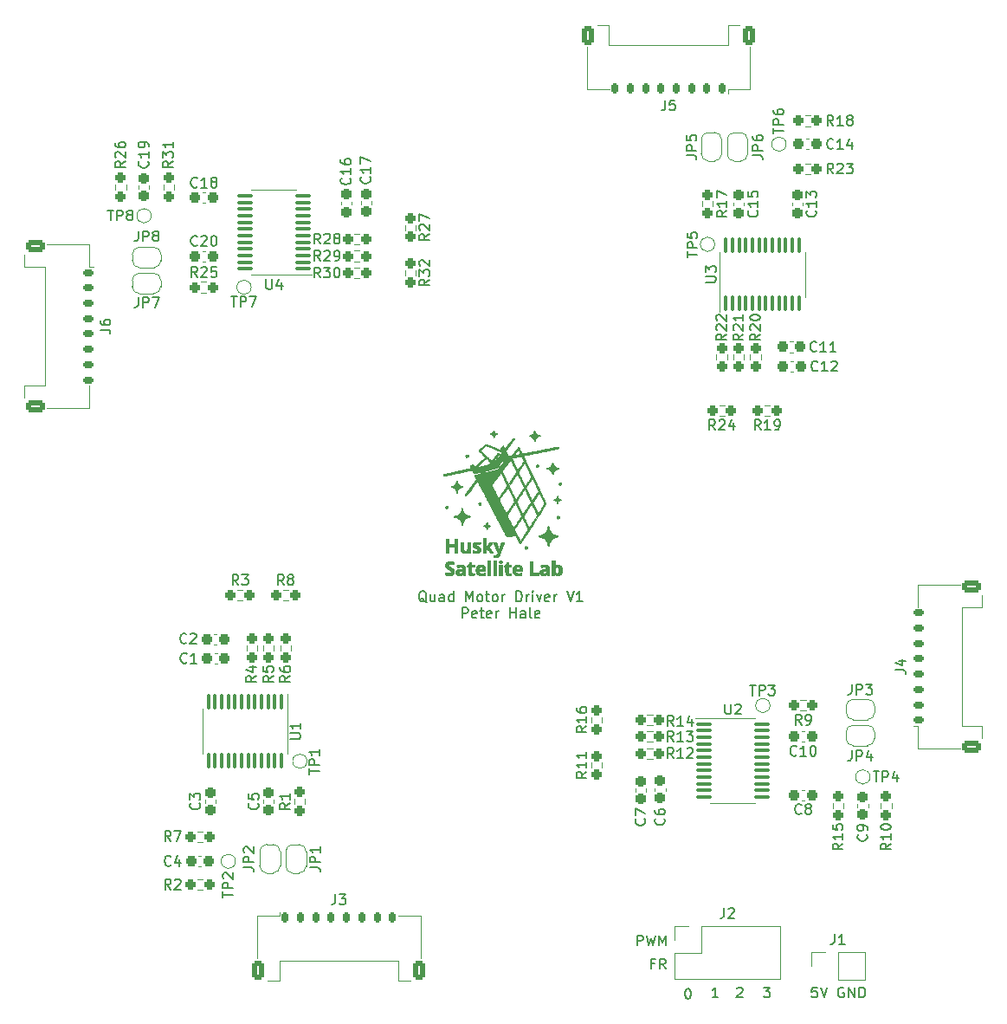
<source format=gto>
G04 #@! TF.GenerationSoftware,KiCad,Pcbnew,6.0.7+dfsg-1build1*
G04 #@! TF.CreationDate,2023-04-07T12:23:54-07:00*
G04 #@! TF.ProjectId,Quad_Motor_Driver,51756164-5f4d-46f7-946f-725f44726976,rev?*
G04 #@! TF.SameCoordinates,Original*
G04 #@! TF.FileFunction,Legend,Top*
G04 #@! TF.FilePolarity,Positive*
%FSLAX46Y46*%
G04 Gerber Fmt 4.6, Leading zero omitted, Abs format (unit mm)*
G04 Created by KiCad (PCBNEW 6.0.7+dfsg-1build1) date 2023-04-07 12:23:54*
%MOMM*%
%LPD*%
G01*
G04 APERTURE LIST*
G04 Aperture macros list*
%AMRoundRect*
0 Rectangle with rounded corners*
0 $1 Rounding radius*
0 $2 $3 $4 $5 $6 $7 $8 $9 X,Y pos of 4 corners*
0 Add a 4 corners polygon primitive as box body*
4,1,4,$2,$3,$4,$5,$6,$7,$8,$9,$2,$3,0*
0 Add four circle primitives for the rounded corners*
1,1,$1+$1,$2,$3*
1,1,$1+$1,$4,$5*
1,1,$1+$1,$6,$7*
1,1,$1+$1,$8,$9*
0 Add four rect primitives between the rounded corners*
20,1,$1+$1,$2,$3,$4,$5,0*
20,1,$1+$1,$4,$5,$6,$7,0*
20,1,$1+$1,$6,$7,$8,$9,0*
20,1,$1+$1,$8,$9,$2,$3,0*%
%AMFreePoly0*
4,1,22,0.500000,-0.750000,0.000000,-0.750000,0.000000,-0.745033,-0.079941,-0.743568,-0.215256,-0.701293,-0.333266,-0.622738,-0.424486,-0.514219,-0.481581,-0.384460,-0.499164,-0.250000,-0.500000,-0.250000,-0.500000,0.250000,-0.499164,0.250000,-0.499963,0.256109,-0.478152,0.396186,-0.417904,0.524511,-0.324060,0.630769,-0.204165,0.706417,-0.067858,0.745374,0.000000,0.744959,0.000000,0.750000,
0.500000,0.750000,0.500000,-0.750000,0.500000,-0.750000,$1*%
%AMFreePoly1*
4,1,20,0.000000,0.744959,0.073905,0.744508,0.209726,0.703889,0.328688,0.626782,0.421226,0.519385,0.479903,0.390333,0.500000,0.250000,0.500000,-0.250000,0.499851,-0.262216,0.476331,-0.402017,0.414519,-0.529596,0.319384,-0.634700,0.198574,-0.708877,0.061801,-0.746166,0.000000,-0.745033,0.000000,-0.750000,-0.500000,-0.750000,-0.500000,0.750000,0.000000,0.750000,0.000000,0.744959,
0.000000,0.744959,$1*%
G04 Aperture macros list end*
%ADD10C,0.150000*%
%ADD11C,0.120000*%
%ADD12C,0.010000*%
%ADD13R,2.400000X4.680000*%
%ADD14RoundRect,0.100000X0.687500X0.100000X-0.687500X0.100000X-0.687500X-0.100000X0.687500X-0.100000X0*%
%ADD15FreePoly0,270.000000*%
%ADD16FreePoly1,270.000000*%
%ADD17C,1.000000*%
%ADD18RoundRect,0.237500X0.300000X0.237500X-0.300000X0.237500X-0.300000X-0.237500X0.300000X-0.237500X0*%
%ADD19RoundRect,0.237500X0.237500X-0.250000X0.237500X0.250000X-0.237500X0.250000X-0.237500X-0.250000X0*%
%ADD20RoundRect,0.150000X-0.150000X-0.350000X0.150000X-0.350000X0.150000X0.350000X-0.150000X0.350000X0*%
%ADD21RoundRect,0.250000X-0.375000X-0.650000X0.375000X-0.650000X0.375000X0.650000X-0.375000X0.650000X0*%
%ADD22RoundRect,0.237500X-0.237500X0.300000X-0.237500X-0.300000X0.237500X-0.300000X0.237500X0.300000X0*%
%ADD23RoundRect,0.237500X-0.237500X0.250000X-0.237500X-0.250000X0.237500X-0.250000X0.237500X0.250000X0*%
%ADD24RoundRect,0.237500X0.250000X0.237500X-0.250000X0.237500X-0.250000X-0.237500X0.250000X-0.237500X0*%
%ADD25FreePoly0,0.000000*%
%ADD26FreePoly1,0.000000*%
%ADD27RoundRect,0.150000X-0.350000X0.150000X-0.350000X-0.150000X0.350000X-0.150000X0.350000X0.150000X0*%
%ADD28RoundRect,0.250000X-0.650000X0.375000X-0.650000X-0.375000X0.650000X-0.375000X0.650000X0.375000X0*%
%ADD29RoundRect,0.237500X-0.250000X-0.237500X0.250000X-0.237500X0.250000X0.237500X-0.250000X0.237500X0*%
%ADD30R,1.700000X1.700000*%
%ADD31O,1.700000X1.700000*%
%ADD32FreePoly0,90.000000*%
%ADD33FreePoly1,90.000000*%
%ADD34RoundRect,0.237500X0.237500X-0.300000X0.237500X0.300000X-0.237500X0.300000X-0.237500X-0.300000X0*%
%ADD35RoundRect,0.150000X0.350000X-0.150000X0.350000X0.150000X-0.350000X0.150000X-0.350000X-0.150000X0*%
%ADD36RoundRect,0.250000X0.650000X-0.375000X0.650000X0.375000X-0.650000X0.375000X-0.650000X-0.375000X0*%
%ADD37RoundRect,0.237500X-0.300000X-0.237500X0.300000X-0.237500X0.300000X0.237500X-0.300000X0.237500X0*%
%ADD38R,4.680000X2.400000*%
%ADD39RoundRect,0.100000X0.100000X-0.687500X0.100000X0.687500X-0.100000X0.687500X-0.100000X-0.687500X0*%
%ADD40RoundRect,0.150000X0.150000X0.350000X-0.150000X0.350000X-0.150000X-0.350000X0.150000X-0.350000X0*%
%ADD41RoundRect,0.250000X0.375000X0.650000X-0.375000X0.650000X-0.375000X-0.650000X0.375000X-0.650000X0*%
%ADD42RoundRect,0.100000X-0.100000X0.687500X-0.100000X-0.687500X0.100000X-0.687500X0.100000X0.687500X0*%
%ADD43FreePoly0,180.000000*%
%ADD44FreePoly1,180.000000*%
%ADD45RoundRect,0.100000X-0.687500X-0.100000X0.687500X-0.100000X0.687500X0.100000X-0.687500X0.100000X0*%
G04 APERTURE END LIST*
D10*
X91033714Y-118730380D02*
X90462285Y-118730380D01*
X90748000Y-118730380D02*
X90748000Y-117730380D01*
X90652761Y-117873238D01*
X90557523Y-117968476D01*
X90462285Y-118016095D01*
X92875285Y-117825619D02*
X92922904Y-117778000D01*
X93018142Y-117730380D01*
X93256238Y-117730380D01*
X93351476Y-117778000D01*
X93399095Y-117825619D01*
X93446714Y-117920857D01*
X93446714Y-118016095D01*
X93399095Y-118158952D01*
X92827666Y-118730380D01*
X93446714Y-118730380D01*
X103321095Y-117778000D02*
X103225857Y-117730380D01*
X103083000Y-117730380D01*
X102940142Y-117778000D01*
X102844904Y-117873238D01*
X102797285Y-117968476D01*
X102749666Y-118158952D01*
X102749666Y-118301809D01*
X102797285Y-118492285D01*
X102844904Y-118587523D01*
X102940142Y-118682761D01*
X103083000Y-118730380D01*
X103178238Y-118730380D01*
X103321095Y-118682761D01*
X103368714Y-118635142D01*
X103368714Y-118301809D01*
X103178238Y-118301809D01*
X103797285Y-118730380D02*
X103797285Y-117730380D01*
X104368714Y-118730380D01*
X104368714Y-117730380D01*
X104844904Y-118730380D02*
X104844904Y-117730380D01*
X105083000Y-117730380D01*
X105225857Y-117778000D01*
X105321095Y-117873238D01*
X105368714Y-117968476D01*
X105416333Y-118158952D01*
X105416333Y-118301809D01*
X105368714Y-118492285D01*
X105321095Y-118587523D01*
X105225857Y-118682761D01*
X105083000Y-118730380D01*
X104844904Y-118730380D01*
X83120238Y-113650380D02*
X83120238Y-112650380D01*
X83501190Y-112650380D01*
X83596428Y-112698000D01*
X83644047Y-112745619D01*
X83691666Y-112840857D01*
X83691666Y-112983714D01*
X83644047Y-113078952D01*
X83596428Y-113126571D01*
X83501190Y-113174190D01*
X83120238Y-113174190D01*
X84025000Y-112650380D02*
X84263095Y-113650380D01*
X84453571Y-112936095D01*
X84644047Y-113650380D01*
X84882142Y-112650380D01*
X85263095Y-113650380D02*
X85263095Y-112650380D01*
X85596428Y-113364666D01*
X85929761Y-112650380D01*
X85929761Y-113650380D01*
X84802857Y-115412571D02*
X84469523Y-115412571D01*
X84469523Y-115936380D02*
X84469523Y-114936380D01*
X84945714Y-114936380D01*
X85898095Y-115936380D02*
X85564761Y-115460190D01*
X85326666Y-115936380D02*
X85326666Y-114936380D01*
X85707619Y-114936380D01*
X85802857Y-114984000D01*
X85850476Y-115031619D01*
X85898095Y-115126857D01*
X85898095Y-115269714D01*
X85850476Y-115364952D01*
X85802857Y-115412571D01*
X85707619Y-115460190D01*
X85326666Y-115460190D01*
X88033380Y-117857380D02*
X88128619Y-117857380D01*
X88223857Y-117905000D01*
X88271476Y-117952619D01*
X88319095Y-118047857D01*
X88366714Y-118238333D01*
X88366714Y-118476428D01*
X88319095Y-118666904D01*
X88271476Y-118762142D01*
X88223857Y-118809761D01*
X88128619Y-118857380D01*
X88033380Y-118857380D01*
X87938142Y-118809761D01*
X87890523Y-118762142D01*
X87842904Y-118666904D01*
X87795285Y-118476428D01*
X87795285Y-118238333D01*
X87842904Y-118047857D01*
X87890523Y-117952619D01*
X87938142Y-117905000D01*
X88033380Y-117857380D01*
X62531095Y-80117619D02*
X62435857Y-80070000D01*
X62340619Y-79974761D01*
X62197761Y-79831904D01*
X62102523Y-79784285D01*
X62007285Y-79784285D01*
X62054904Y-80022380D02*
X61959666Y-79974761D01*
X61864428Y-79879523D01*
X61816809Y-79689047D01*
X61816809Y-79355714D01*
X61864428Y-79165238D01*
X61959666Y-79070000D01*
X62054904Y-79022380D01*
X62245380Y-79022380D01*
X62340619Y-79070000D01*
X62435857Y-79165238D01*
X62483476Y-79355714D01*
X62483476Y-79689047D01*
X62435857Y-79879523D01*
X62340619Y-79974761D01*
X62245380Y-80022380D01*
X62054904Y-80022380D01*
X63340619Y-79355714D02*
X63340619Y-80022380D01*
X62912047Y-79355714D02*
X62912047Y-79879523D01*
X62959666Y-79974761D01*
X63054904Y-80022380D01*
X63197761Y-80022380D01*
X63293000Y-79974761D01*
X63340619Y-79927142D01*
X64245380Y-80022380D02*
X64245380Y-79498571D01*
X64197761Y-79403333D01*
X64102523Y-79355714D01*
X63912047Y-79355714D01*
X63816809Y-79403333D01*
X64245380Y-79974761D02*
X64150142Y-80022380D01*
X63912047Y-80022380D01*
X63816809Y-79974761D01*
X63769190Y-79879523D01*
X63769190Y-79784285D01*
X63816809Y-79689047D01*
X63912047Y-79641428D01*
X64150142Y-79641428D01*
X64245380Y-79593809D01*
X65150142Y-80022380D02*
X65150142Y-79022380D01*
X65150142Y-79974761D02*
X65054904Y-80022380D01*
X64864428Y-80022380D01*
X64769190Y-79974761D01*
X64721571Y-79927142D01*
X64673952Y-79831904D01*
X64673952Y-79546190D01*
X64721571Y-79450952D01*
X64769190Y-79403333D01*
X64864428Y-79355714D01*
X65054904Y-79355714D01*
X65150142Y-79403333D01*
X66388238Y-80022380D02*
X66388238Y-79022380D01*
X66721571Y-79736666D01*
X67054904Y-79022380D01*
X67054904Y-80022380D01*
X67673952Y-80022380D02*
X67578714Y-79974761D01*
X67531095Y-79927142D01*
X67483476Y-79831904D01*
X67483476Y-79546190D01*
X67531095Y-79450952D01*
X67578714Y-79403333D01*
X67673952Y-79355714D01*
X67816809Y-79355714D01*
X67912047Y-79403333D01*
X67959666Y-79450952D01*
X68007285Y-79546190D01*
X68007285Y-79831904D01*
X67959666Y-79927142D01*
X67912047Y-79974761D01*
X67816809Y-80022380D01*
X67673952Y-80022380D01*
X68293000Y-79355714D02*
X68673952Y-79355714D01*
X68435857Y-79022380D02*
X68435857Y-79879523D01*
X68483476Y-79974761D01*
X68578714Y-80022380D01*
X68673952Y-80022380D01*
X69150142Y-80022380D02*
X69054904Y-79974761D01*
X69007285Y-79927142D01*
X68959666Y-79831904D01*
X68959666Y-79546190D01*
X69007285Y-79450952D01*
X69054904Y-79403333D01*
X69150142Y-79355714D01*
X69293000Y-79355714D01*
X69388238Y-79403333D01*
X69435857Y-79450952D01*
X69483476Y-79546190D01*
X69483476Y-79831904D01*
X69435857Y-79927142D01*
X69388238Y-79974761D01*
X69293000Y-80022380D01*
X69150142Y-80022380D01*
X69912047Y-80022380D02*
X69912047Y-79355714D01*
X69912047Y-79546190D02*
X69959666Y-79450952D01*
X70007285Y-79403333D01*
X70102523Y-79355714D01*
X70197761Y-79355714D01*
X71293000Y-80022380D02*
X71293000Y-79022380D01*
X71531095Y-79022380D01*
X71673952Y-79070000D01*
X71769190Y-79165238D01*
X71816809Y-79260476D01*
X71864428Y-79450952D01*
X71864428Y-79593809D01*
X71816809Y-79784285D01*
X71769190Y-79879523D01*
X71673952Y-79974761D01*
X71531095Y-80022380D01*
X71293000Y-80022380D01*
X72293000Y-80022380D02*
X72293000Y-79355714D01*
X72293000Y-79546190D02*
X72340619Y-79450952D01*
X72388238Y-79403333D01*
X72483476Y-79355714D01*
X72578714Y-79355714D01*
X72912047Y-80022380D02*
X72912047Y-79355714D01*
X72912047Y-79022380D02*
X72864428Y-79070000D01*
X72912047Y-79117619D01*
X72959666Y-79070000D01*
X72912047Y-79022380D01*
X72912047Y-79117619D01*
X73293000Y-79355714D02*
X73531095Y-80022380D01*
X73769190Y-79355714D01*
X74531095Y-79974761D02*
X74435857Y-80022380D01*
X74245380Y-80022380D01*
X74150142Y-79974761D01*
X74102523Y-79879523D01*
X74102523Y-79498571D01*
X74150142Y-79403333D01*
X74245380Y-79355714D01*
X74435857Y-79355714D01*
X74531095Y-79403333D01*
X74578714Y-79498571D01*
X74578714Y-79593809D01*
X74102523Y-79689047D01*
X75007285Y-80022380D02*
X75007285Y-79355714D01*
X75007285Y-79546190D02*
X75054904Y-79450952D01*
X75102523Y-79403333D01*
X75197761Y-79355714D01*
X75293000Y-79355714D01*
X76245380Y-79022380D02*
X76578714Y-80022380D01*
X76912047Y-79022380D01*
X77769190Y-80022380D02*
X77197761Y-80022380D01*
X77483476Y-80022380D02*
X77483476Y-79022380D01*
X77388238Y-79165238D01*
X77293000Y-79260476D01*
X77197761Y-79308095D01*
X66031095Y-81632380D02*
X66031095Y-80632380D01*
X66412047Y-80632380D01*
X66507285Y-80680000D01*
X66554904Y-80727619D01*
X66602523Y-80822857D01*
X66602523Y-80965714D01*
X66554904Y-81060952D01*
X66507285Y-81108571D01*
X66412047Y-81156190D01*
X66031095Y-81156190D01*
X67412047Y-81584761D02*
X67316809Y-81632380D01*
X67126333Y-81632380D01*
X67031095Y-81584761D01*
X66983476Y-81489523D01*
X66983476Y-81108571D01*
X67031095Y-81013333D01*
X67126333Y-80965714D01*
X67316809Y-80965714D01*
X67412047Y-81013333D01*
X67459666Y-81108571D01*
X67459666Y-81203809D01*
X66983476Y-81299047D01*
X67745380Y-80965714D02*
X68126333Y-80965714D01*
X67888238Y-80632380D02*
X67888238Y-81489523D01*
X67935857Y-81584761D01*
X68031095Y-81632380D01*
X68126333Y-81632380D01*
X68840619Y-81584761D02*
X68745380Y-81632380D01*
X68554904Y-81632380D01*
X68459666Y-81584761D01*
X68412047Y-81489523D01*
X68412047Y-81108571D01*
X68459666Y-81013333D01*
X68554904Y-80965714D01*
X68745380Y-80965714D01*
X68840619Y-81013333D01*
X68888238Y-81108571D01*
X68888238Y-81203809D01*
X68412047Y-81299047D01*
X69316809Y-81632380D02*
X69316809Y-80965714D01*
X69316809Y-81156190D02*
X69364428Y-81060952D01*
X69412047Y-81013333D01*
X69507285Y-80965714D01*
X69602523Y-80965714D01*
X70697761Y-81632380D02*
X70697761Y-80632380D01*
X70697761Y-81108571D02*
X71269190Y-81108571D01*
X71269190Y-81632380D02*
X71269190Y-80632380D01*
X72173952Y-81632380D02*
X72173952Y-81108571D01*
X72126333Y-81013333D01*
X72031095Y-80965714D01*
X71840619Y-80965714D01*
X71745380Y-81013333D01*
X72173952Y-81584761D02*
X72078714Y-81632380D01*
X71840619Y-81632380D01*
X71745380Y-81584761D01*
X71697761Y-81489523D01*
X71697761Y-81394285D01*
X71745380Y-81299047D01*
X71840619Y-81251428D01*
X72078714Y-81251428D01*
X72173952Y-81203809D01*
X72793000Y-81632380D02*
X72697761Y-81584761D01*
X72650142Y-81489523D01*
X72650142Y-80632380D01*
X73554904Y-81584761D02*
X73459666Y-81632380D01*
X73269190Y-81632380D01*
X73173952Y-81584761D01*
X73126333Y-81489523D01*
X73126333Y-81108571D01*
X73173952Y-81013333D01*
X73269190Y-80965714D01*
X73459666Y-80965714D01*
X73554904Y-81013333D01*
X73602523Y-81108571D01*
X73602523Y-81203809D01*
X73126333Y-81299047D01*
X95494666Y-117730380D02*
X96113714Y-117730380D01*
X95780380Y-118111333D01*
X95923238Y-118111333D01*
X96018476Y-118158952D01*
X96066095Y-118206571D01*
X96113714Y-118301809D01*
X96113714Y-118539904D01*
X96066095Y-118635142D01*
X96018476Y-118682761D01*
X95923238Y-118730380D01*
X95637523Y-118730380D01*
X95542285Y-118682761D01*
X95494666Y-118635142D01*
X100717523Y-117730380D02*
X100241333Y-117730380D01*
X100193714Y-118206571D01*
X100241333Y-118158952D01*
X100336571Y-118111333D01*
X100574666Y-118111333D01*
X100669904Y-118158952D01*
X100717523Y-118206571D01*
X100765142Y-118301809D01*
X100765142Y-118539904D01*
X100717523Y-118635142D01*
X100669904Y-118682761D01*
X100574666Y-118730380D01*
X100336571Y-118730380D01*
X100241333Y-118682761D01*
X100193714Y-118635142D01*
X101050857Y-117730380D02*
X101384190Y-118730380D01*
X101717523Y-117730380D01*
X46848095Y-48515380D02*
X46848095Y-49324904D01*
X46895714Y-49420142D01*
X46943333Y-49467761D01*
X47038571Y-49515380D01*
X47229047Y-49515380D01*
X47324285Y-49467761D01*
X47371904Y-49420142D01*
X47419523Y-49324904D01*
X47419523Y-48515380D01*
X48324285Y-48848714D02*
X48324285Y-49515380D01*
X48086190Y-48467761D02*
X47848095Y-49182047D01*
X48467142Y-49182047D01*
X87932380Y-36422333D02*
X88646666Y-36422333D01*
X88789523Y-36469952D01*
X88884761Y-36565190D01*
X88932380Y-36708047D01*
X88932380Y-36803285D01*
X88932380Y-35946142D02*
X87932380Y-35946142D01*
X87932380Y-35565190D01*
X87980000Y-35469952D01*
X88027619Y-35422333D01*
X88122857Y-35374714D01*
X88265714Y-35374714D01*
X88360952Y-35422333D01*
X88408571Y-35469952D01*
X88456190Y-35565190D01*
X88456190Y-35946142D01*
X87932380Y-34469952D02*
X87932380Y-34946142D01*
X88408571Y-34993761D01*
X88360952Y-34946142D01*
X88313333Y-34850904D01*
X88313333Y-34612809D01*
X88360952Y-34517571D01*
X88408571Y-34469952D01*
X88503809Y-34422333D01*
X88741904Y-34422333D01*
X88837142Y-34469952D01*
X88884761Y-34517571D01*
X88932380Y-34612809D01*
X88932380Y-34850904D01*
X88884761Y-34946142D01*
X88837142Y-34993761D01*
X94409380Y-36422333D02*
X95123666Y-36422333D01*
X95266523Y-36469952D01*
X95361761Y-36565190D01*
X95409380Y-36708047D01*
X95409380Y-36803285D01*
X95409380Y-35946142D02*
X94409380Y-35946142D01*
X94409380Y-35565190D01*
X94457000Y-35469952D01*
X94504619Y-35422333D01*
X94599857Y-35374714D01*
X94742714Y-35374714D01*
X94837952Y-35422333D01*
X94885571Y-35469952D01*
X94933190Y-35565190D01*
X94933190Y-35946142D01*
X94409380Y-34517571D02*
X94409380Y-34708047D01*
X94457000Y-34803285D01*
X94504619Y-34850904D01*
X94647476Y-34946142D01*
X94837952Y-34993761D01*
X95218904Y-34993761D01*
X95314142Y-34946142D01*
X95361761Y-34898523D01*
X95409380Y-34803285D01*
X95409380Y-34612809D01*
X95361761Y-34517571D01*
X95314142Y-34469952D01*
X95218904Y-34422333D01*
X94980809Y-34422333D01*
X94885571Y-34469952D01*
X94837952Y-34517571D01*
X94790333Y-34612809D01*
X94790333Y-34803285D01*
X94837952Y-34898523D01*
X94885571Y-34946142D01*
X94980809Y-34993761D01*
X31356095Y-41782380D02*
X31927523Y-41782380D01*
X31641809Y-42782380D02*
X31641809Y-41782380D01*
X32260857Y-42782380D02*
X32260857Y-41782380D01*
X32641809Y-41782380D01*
X32737047Y-41830000D01*
X32784666Y-41877619D01*
X32832285Y-41972857D01*
X32832285Y-42115714D01*
X32784666Y-42210952D01*
X32737047Y-42258571D01*
X32641809Y-42306190D01*
X32260857Y-42306190D01*
X33403714Y-42210952D02*
X33308476Y-42163333D01*
X33260857Y-42115714D01*
X33213238Y-42020476D01*
X33213238Y-41972857D01*
X33260857Y-41877619D01*
X33308476Y-41830000D01*
X33403714Y-41782380D01*
X33594190Y-41782380D01*
X33689428Y-41830000D01*
X33737047Y-41877619D01*
X33784666Y-41972857D01*
X33784666Y-42020476D01*
X33737047Y-42115714D01*
X33689428Y-42163333D01*
X33594190Y-42210952D01*
X33403714Y-42210952D01*
X33308476Y-42258571D01*
X33260857Y-42306190D01*
X33213238Y-42401428D01*
X33213238Y-42591904D01*
X33260857Y-42687142D01*
X33308476Y-42734761D01*
X33403714Y-42782380D01*
X33594190Y-42782380D01*
X33689428Y-42734761D01*
X33737047Y-42687142D01*
X33784666Y-42591904D01*
X33784666Y-42401428D01*
X33737047Y-42306190D01*
X33689428Y-42258571D01*
X33594190Y-42210952D01*
X100773142Y-57421142D02*
X100725523Y-57468761D01*
X100582666Y-57516380D01*
X100487428Y-57516380D01*
X100344571Y-57468761D01*
X100249333Y-57373523D01*
X100201714Y-57278285D01*
X100154095Y-57087809D01*
X100154095Y-56944952D01*
X100201714Y-56754476D01*
X100249333Y-56659238D01*
X100344571Y-56564000D01*
X100487428Y-56516380D01*
X100582666Y-56516380D01*
X100725523Y-56564000D01*
X100773142Y-56611619D01*
X101725523Y-57516380D02*
X101154095Y-57516380D01*
X101439809Y-57516380D02*
X101439809Y-56516380D01*
X101344571Y-56659238D01*
X101249333Y-56754476D01*
X101154095Y-56802095D01*
X102106476Y-56611619D02*
X102154095Y-56564000D01*
X102249333Y-56516380D01*
X102487428Y-56516380D01*
X102582666Y-56564000D01*
X102630285Y-56611619D01*
X102677904Y-56706857D01*
X102677904Y-56802095D01*
X102630285Y-56944952D01*
X102058857Y-57516380D01*
X102677904Y-57516380D01*
X78176380Y-96669857D02*
X77700190Y-97003190D01*
X78176380Y-97241285D02*
X77176380Y-97241285D01*
X77176380Y-96860333D01*
X77224000Y-96765095D01*
X77271619Y-96717476D01*
X77366857Y-96669857D01*
X77509714Y-96669857D01*
X77604952Y-96717476D01*
X77652571Y-96765095D01*
X77700190Y-96860333D01*
X77700190Y-97241285D01*
X78176380Y-95717476D02*
X78176380Y-96288904D01*
X78176380Y-96003190D02*
X77176380Y-96003190D01*
X77319238Y-96098428D01*
X77414476Y-96193666D01*
X77462095Y-96288904D01*
X78176380Y-94765095D02*
X78176380Y-95336523D01*
X78176380Y-95050809D02*
X77176380Y-95050809D01*
X77319238Y-95146047D01*
X77414476Y-95241285D01*
X77462095Y-95336523D01*
X53610666Y-108622380D02*
X53610666Y-109336666D01*
X53563047Y-109479523D01*
X53467809Y-109574761D01*
X53324952Y-109622380D01*
X53229714Y-109622380D01*
X53991619Y-108622380D02*
X54610666Y-108622380D01*
X54277333Y-109003333D01*
X54420190Y-109003333D01*
X54515428Y-109050952D01*
X54563047Y-109098571D01*
X54610666Y-109193809D01*
X54610666Y-109431904D01*
X54563047Y-109527142D01*
X54515428Y-109574761D01*
X54420190Y-109622380D01*
X54134476Y-109622380D01*
X54039238Y-109574761D01*
X53991619Y-109527142D01*
X100646142Y-55516142D02*
X100598523Y-55563761D01*
X100455666Y-55611380D01*
X100360428Y-55611380D01*
X100217571Y-55563761D01*
X100122333Y-55468523D01*
X100074714Y-55373285D01*
X100027095Y-55182809D01*
X100027095Y-55039952D01*
X100074714Y-54849476D01*
X100122333Y-54754238D01*
X100217571Y-54659000D01*
X100360428Y-54611380D01*
X100455666Y-54611380D01*
X100598523Y-54659000D01*
X100646142Y-54706619D01*
X101598523Y-55611380D02*
X101027095Y-55611380D01*
X101312809Y-55611380D02*
X101312809Y-54611380D01*
X101217571Y-54754238D01*
X101122333Y-54849476D01*
X101027095Y-54897095D01*
X102550904Y-55611380D02*
X101979476Y-55611380D01*
X102265190Y-55611380D02*
X102265190Y-54611380D01*
X102169952Y-54754238D01*
X102074714Y-54849476D01*
X101979476Y-54897095D01*
X98704142Y-95020142D02*
X98656523Y-95067761D01*
X98513666Y-95115380D01*
X98418428Y-95115380D01*
X98275571Y-95067761D01*
X98180333Y-94972523D01*
X98132714Y-94877285D01*
X98085095Y-94686809D01*
X98085095Y-94543952D01*
X98132714Y-94353476D01*
X98180333Y-94258238D01*
X98275571Y-94163000D01*
X98418428Y-94115380D01*
X98513666Y-94115380D01*
X98656523Y-94163000D01*
X98704142Y-94210619D01*
X99656523Y-95115380D02*
X99085095Y-95115380D01*
X99370809Y-95115380D02*
X99370809Y-94115380D01*
X99275571Y-94258238D01*
X99180333Y-94353476D01*
X99085095Y-94401095D01*
X100275571Y-94115380D02*
X100370809Y-94115380D01*
X100466047Y-94163000D01*
X100513666Y-94210619D01*
X100561285Y-94305857D01*
X100608904Y-94496333D01*
X100608904Y-94734428D01*
X100561285Y-94924904D01*
X100513666Y-95020142D01*
X100466047Y-95067761D01*
X100370809Y-95115380D01*
X100275571Y-95115380D01*
X100180333Y-95067761D01*
X100132714Y-95020142D01*
X100085095Y-94924904D01*
X100037476Y-94734428D01*
X100037476Y-94496333D01*
X100085095Y-94305857D01*
X100132714Y-94210619D01*
X100180333Y-94163000D01*
X100275571Y-94115380D01*
X100554142Y-41819857D02*
X100601761Y-41867476D01*
X100649380Y-42010333D01*
X100649380Y-42105571D01*
X100601761Y-42248428D01*
X100506523Y-42343666D01*
X100411285Y-42391285D01*
X100220809Y-42438904D01*
X100077952Y-42438904D01*
X99887476Y-42391285D01*
X99792238Y-42343666D01*
X99697000Y-42248428D01*
X99649380Y-42105571D01*
X99649380Y-42010333D01*
X99697000Y-41867476D01*
X99744619Y-41819857D01*
X100649380Y-40867476D02*
X100649380Y-41438904D01*
X100649380Y-41153190D02*
X99649380Y-41153190D01*
X99792238Y-41248428D01*
X99887476Y-41343666D01*
X99935095Y-41438904D01*
X99649380Y-40534142D02*
X99649380Y-39915095D01*
X100030333Y-40248428D01*
X100030333Y-40105571D01*
X100077952Y-40010333D01*
X100125571Y-39962714D01*
X100220809Y-39915095D01*
X100458904Y-39915095D01*
X100554142Y-39962714D01*
X100601761Y-40010333D01*
X100649380Y-40105571D01*
X100649380Y-40391285D01*
X100601761Y-40486523D01*
X100554142Y-40534142D01*
X62821380Y-48560857D02*
X62345190Y-48894190D01*
X62821380Y-49132285D02*
X61821380Y-49132285D01*
X61821380Y-48751333D01*
X61869000Y-48656095D01*
X61916619Y-48608476D01*
X62011857Y-48560857D01*
X62154714Y-48560857D01*
X62249952Y-48608476D01*
X62297571Y-48656095D01*
X62345190Y-48751333D01*
X62345190Y-49132285D01*
X61821380Y-48227523D02*
X61821380Y-47608476D01*
X62202333Y-47941809D01*
X62202333Y-47798952D01*
X62249952Y-47703714D01*
X62297571Y-47656095D01*
X62392809Y-47608476D01*
X62630904Y-47608476D01*
X62726142Y-47656095D01*
X62773761Y-47703714D01*
X62821380Y-47798952D01*
X62821380Y-48084666D01*
X62773761Y-48179904D01*
X62726142Y-48227523D01*
X61916619Y-47227523D02*
X61869000Y-47179904D01*
X61821380Y-47084666D01*
X61821380Y-46846571D01*
X61869000Y-46751333D01*
X61916619Y-46703714D01*
X62011857Y-46656095D01*
X62107095Y-46656095D01*
X62249952Y-46703714D01*
X62821380Y-47275142D01*
X62821380Y-46656095D01*
X95203142Y-63252380D02*
X94869809Y-62776190D01*
X94631714Y-63252380D02*
X94631714Y-62252380D01*
X95012666Y-62252380D01*
X95107904Y-62300000D01*
X95155523Y-62347619D01*
X95203142Y-62442857D01*
X95203142Y-62585714D01*
X95155523Y-62680952D01*
X95107904Y-62728571D01*
X95012666Y-62776190D01*
X94631714Y-62776190D01*
X96155523Y-63252380D02*
X95584095Y-63252380D01*
X95869809Y-63252380D02*
X95869809Y-62252380D01*
X95774571Y-62395238D01*
X95679333Y-62490476D01*
X95584095Y-62538095D01*
X96631714Y-63252380D02*
X96822190Y-63252380D01*
X96917428Y-63204761D01*
X96965047Y-63157142D01*
X97060285Y-63014285D01*
X97107904Y-62823809D01*
X97107904Y-62442857D01*
X97060285Y-62347619D01*
X97012666Y-62300000D01*
X96917428Y-62252380D01*
X96726952Y-62252380D01*
X96631714Y-62300000D01*
X96584095Y-62347619D01*
X96536476Y-62442857D01*
X96536476Y-62680952D01*
X96584095Y-62776190D01*
X96631714Y-62823809D01*
X96726952Y-62871428D01*
X96917428Y-62871428D01*
X97012666Y-62823809D01*
X97060285Y-62776190D01*
X97107904Y-62680952D01*
X34324666Y-43814380D02*
X34324666Y-44528666D01*
X34277047Y-44671523D01*
X34181809Y-44766761D01*
X34038952Y-44814380D01*
X33943714Y-44814380D01*
X34800857Y-44814380D02*
X34800857Y-43814380D01*
X35181809Y-43814380D01*
X35277047Y-43862000D01*
X35324666Y-43909619D01*
X35372285Y-44004857D01*
X35372285Y-44147714D01*
X35324666Y-44242952D01*
X35277047Y-44290571D01*
X35181809Y-44338190D01*
X34800857Y-44338190D01*
X35943714Y-44242952D02*
X35848476Y-44195333D01*
X35800857Y-44147714D01*
X35753238Y-44052476D01*
X35753238Y-44004857D01*
X35800857Y-43909619D01*
X35848476Y-43862000D01*
X35943714Y-43814380D01*
X36134190Y-43814380D01*
X36229428Y-43862000D01*
X36277047Y-43909619D01*
X36324666Y-44004857D01*
X36324666Y-44052476D01*
X36277047Y-44147714D01*
X36229428Y-44195333D01*
X36134190Y-44242952D01*
X35943714Y-44242952D01*
X35848476Y-44290571D01*
X35800857Y-44338190D01*
X35753238Y-44433428D01*
X35753238Y-44623904D01*
X35800857Y-44719142D01*
X35848476Y-44766761D01*
X35943714Y-44814380D01*
X36134190Y-44814380D01*
X36229428Y-44766761D01*
X36277047Y-44719142D01*
X36324666Y-44623904D01*
X36324666Y-44433428D01*
X36277047Y-44338190D01*
X36229428Y-44290571D01*
X36134190Y-44242952D01*
X30601380Y-53458333D02*
X31315666Y-53458333D01*
X31458523Y-53505952D01*
X31553761Y-53601190D01*
X31601380Y-53744047D01*
X31601380Y-53839285D01*
X30601380Y-52553571D02*
X30601380Y-52744047D01*
X30649000Y-52839285D01*
X30696619Y-52886904D01*
X30839476Y-52982142D01*
X31029952Y-53029761D01*
X31410904Y-53029761D01*
X31506142Y-52982142D01*
X31553761Y-52934523D01*
X31601380Y-52839285D01*
X31601380Y-52648809D01*
X31553761Y-52553571D01*
X31506142Y-52505952D01*
X31410904Y-52458333D01*
X31172809Y-52458333D01*
X31077571Y-52505952D01*
X31029952Y-52553571D01*
X30982333Y-52648809D01*
X30982333Y-52839285D01*
X31029952Y-52934523D01*
X31077571Y-52982142D01*
X31172809Y-53029761D01*
X102297142Y-33513380D02*
X101963809Y-33037190D01*
X101725714Y-33513380D02*
X101725714Y-32513380D01*
X102106666Y-32513380D01*
X102201904Y-32561000D01*
X102249523Y-32608619D01*
X102297142Y-32703857D01*
X102297142Y-32846714D01*
X102249523Y-32941952D01*
X102201904Y-32989571D01*
X102106666Y-33037190D01*
X101725714Y-33037190D01*
X103249523Y-33513380D02*
X102678095Y-33513380D01*
X102963809Y-33513380D02*
X102963809Y-32513380D01*
X102868571Y-32656238D01*
X102773333Y-32751476D01*
X102678095Y-32799095D01*
X103820952Y-32941952D02*
X103725714Y-32894333D01*
X103678095Y-32846714D01*
X103630476Y-32751476D01*
X103630476Y-32703857D01*
X103678095Y-32608619D01*
X103725714Y-32561000D01*
X103820952Y-32513380D01*
X104011428Y-32513380D01*
X104106666Y-32561000D01*
X104154285Y-32608619D01*
X104201904Y-32703857D01*
X104201904Y-32751476D01*
X104154285Y-32846714D01*
X104106666Y-32894333D01*
X104011428Y-32941952D01*
X103820952Y-32941952D01*
X103725714Y-32989571D01*
X103678095Y-33037190D01*
X103630476Y-33132428D01*
X103630476Y-33322904D01*
X103678095Y-33418142D01*
X103725714Y-33465761D01*
X103820952Y-33513380D01*
X104011428Y-33513380D01*
X104106666Y-33465761D01*
X104154285Y-33418142D01*
X104201904Y-33322904D01*
X104201904Y-33132428D01*
X104154285Y-33037190D01*
X104106666Y-32989571D01*
X104011428Y-32941952D01*
X55037142Y-38656857D02*
X55084761Y-38704476D01*
X55132380Y-38847333D01*
X55132380Y-38942571D01*
X55084761Y-39085428D01*
X54989523Y-39180666D01*
X54894285Y-39228285D01*
X54703809Y-39275904D01*
X54560952Y-39275904D01*
X54370476Y-39228285D01*
X54275238Y-39180666D01*
X54180000Y-39085428D01*
X54132380Y-38942571D01*
X54132380Y-38847333D01*
X54180000Y-38704476D01*
X54227619Y-38656857D01*
X55132380Y-37704476D02*
X55132380Y-38275904D01*
X55132380Y-37990190D02*
X54132380Y-37990190D01*
X54275238Y-38085428D01*
X54370476Y-38180666D01*
X54418095Y-38275904D01*
X54132380Y-36847333D02*
X54132380Y-37037809D01*
X54180000Y-37133047D01*
X54227619Y-37180666D01*
X54370476Y-37275904D01*
X54560952Y-37323523D01*
X54941904Y-37323523D01*
X55037142Y-37275904D01*
X55084761Y-37228285D01*
X55132380Y-37133047D01*
X55132380Y-36942571D01*
X55084761Y-36847333D01*
X55037142Y-36799714D01*
X54941904Y-36752095D01*
X54703809Y-36752095D01*
X54608571Y-36799714D01*
X54560952Y-36847333D01*
X54513333Y-36942571D01*
X54513333Y-37133047D01*
X54560952Y-37228285D01*
X54608571Y-37275904D01*
X54703809Y-37323523D01*
X86676142Y-93685380D02*
X86342809Y-93209190D01*
X86104714Y-93685380D02*
X86104714Y-92685380D01*
X86485666Y-92685380D01*
X86580904Y-92733000D01*
X86628523Y-92780619D01*
X86676142Y-92875857D01*
X86676142Y-93018714D01*
X86628523Y-93113952D01*
X86580904Y-93161571D01*
X86485666Y-93209190D01*
X86104714Y-93209190D01*
X87628523Y-93685380D02*
X87057095Y-93685380D01*
X87342809Y-93685380D02*
X87342809Y-92685380D01*
X87247571Y-92828238D01*
X87152333Y-92923476D01*
X87057095Y-92971095D01*
X87961857Y-92685380D02*
X88580904Y-92685380D01*
X88247571Y-93066333D01*
X88390428Y-93066333D01*
X88485666Y-93113952D01*
X88533285Y-93161571D01*
X88580904Y-93256809D01*
X88580904Y-93494904D01*
X88533285Y-93590142D01*
X88485666Y-93637761D01*
X88390428Y-93685380D01*
X88104714Y-93685380D01*
X88009476Y-93637761D01*
X87961857Y-93590142D01*
X99180333Y-92067380D02*
X98847000Y-91591190D01*
X98608904Y-92067380D02*
X98608904Y-91067380D01*
X98989857Y-91067380D01*
X99085095Y-91115000D01*
X99132714Y-91162619D01*
X99180333Y-91257857D01*
X99180333Y-91400714D01*
X99132714Y-91495952D01*
X99085095Y-91543571D01*
X98989857Y-91591190D01*
X98608904Y-91591190D01*
X99656523Y-92067380D02*
X99847000Y-92067380D01*
X99942238Y-92019761D01*
X99989857Y-91972142D01*
X100085095Y-91829285D01*
X100132714Y-91638809D01*
X100132714Y-91257857D01*
X100085095Y-91162619D01*
X100037476Y-91115000D01*
X99942238Y-91067380D01*
X99751761Y-91067380D01*
X99656523Y-91115000D01*
X99608904Y-91162619D01*
X99561285Y-91257857D01*
X99561285Y-91495952D01*
X99608904Y-91591190D01*
X99656523Y-91638809D01*
X99751761Y-91686428D01*
X99942238Y-91686428D01*
X100037476Y-91638809D01*
X100085095Y-91591190D01*
X100132714Y-91495952D01*
X91610666Y-109983380D02*
X91610666Y-110697666D01*
X91563047Y-110840523D01*
X91467809Y-110935761D01*
X91324952Y-110983380D01*
X91229714Y-110983380D01*
X92039238Y-110078619D02*
X92086857Y-110031000D01*
X92182095Y-109983380D01*
X92420190Y-109983380D01*
X92515428Y-110031000D01*
X92563047Y-110078619D01*
X92610666Y-110173857D01*
X92610666Y-110269095D01*
X92563047Y-110411952D01*
X91991619Y-110983380D01*
X92610666Y-110983380D01*
X52132142Y-46721380D02*
X51798809Y-46245190D01*
X51560714Y-46721380D02*
X51560714Y-45721380D01*
X51941666Y-45721380D01*
X52036904Y-45769000D01*
X52084523Y-45816619D01*
X52132142Y-45911857D01*
X52132142Y-46054714D01*
X52084523Y-46149952D01*
X52036904Y-46197571D01*
X51941666Y-46245190D01*
X51560714Y-46245190D01*
X52513095Y-45816619D02*
X52560714Y-45769000D01*
X52655952Y-45721380D01*
X52894047Y-45721380D01*
X52989285Y-45769000D01*
X53036904Y-45816619D01*
X53084523Y-45911857D01*
X53084523Y-46007095D01*
X53036904Y-46149952D01*
X52465476Y-46721380D01*
X53084523Y-46721380D01*
X53560714Y-46721380D02*
X53751190Y-46721380D01*
X53846428Y-46673761D01*
X53894047Y-46626142D01*
X53989285Y-46483285D01*
X54036904Y-46292809D01*
X54036904Y-45911857D01*
X53989285Y-45816619D01*
X53941666Y-45769000D01*
X53846428Y-45721380D01*
X53655952Y-45721380D01*
X53560714Y-45769000D01*
X53513095Y-45816619D01*
X53465476Y-45911857D01*
X53465476Y-46149952D01*
X53513095Y-46245190D01*
X53560714Y-46292809D01*
X53655952Y-46340428D01*
X53846428Y-46340428D01*
X53941666Y-46292809D01*
X53989285Y-46245190D01*
X54036904Y-46149952D01*
X44125333Y-78402380D02*
X43792000Y-77926190D01*
X43553904Y-78402380D02*
X43553904Y-77402380D01*
X43934857Y-77402380D01*
X44030095Y-77450000D01*
X44077714Y-77497619D01*
X44125333Y-77592857D01*
X44125333Y-77735714D01*
X44077714Y-77830952D01*
X44030095Y-77878571D01*
X43934857Y-77926190D01*
X43553904Y-77926190D01*
X44458666Y-77402380D02*
X45077714Y-77402380D01*
X44744380Y-77783333D01*
X44887238Y-77783333D01*
X44982476Y-77830952D01*
X45030095Y-77878571D01*
X45077714Y-77973809D01*
X45077714Y-78211904D01*
X45030095Y-78307142D01*
X44982476Y-78354761D01*
X44887238Y-78402380D01*
X44601523Y-78402380D01*
X44506285Y-78354761D01*
X44458666Y-78307142D01*
X44633380Y-105994333D02*
X45347666Y-105994333D01*
X45490523Y-106041952D01*
X45585761Y-106137190D01*
X45633380Y-106280047D01*
X45633380Y-106375285D01*
X45633380Y-105518142D02*
X44633380Y-105518142D01*
X44633380Y-105137190D01*
X44681000Y-105041952D01*
X44728619Y-104994333D01*
X44823857Y-104946714D01*
X44966714Y-104946714D01*
X45061952Y-104994333D01*
X45109571Y-105041952D01*
X45157190Y-105137190D01*
X45157190Y-105518142D01*
X44728619Y-104565761D02*
X44681000Y-104518142D01*
X44633380Y-104422904D01*
X44633380Y-104184809D01*
X44681000Y-104089571D01*
X44728619Y-104041952D01*
X44823857Y-103994333D01*
X44919095Y-103994333D01*
X45061952Y-104041952D01*
X45633380Y-104613380D01*
X45633380Y-103994333D01*
X46013142Y-99739666D02*
X46060761Y-99787285D01*
X46108380Y-99930142D01*
X46108380Y-100025380D01*
X46060761Y-100168238D01*
X45965523Y-100263476D01*
X45870285Y-100311095D01*
X45679809Y-100358714D01*
X45536952Y-100358714D01*
X45346476Y-100311095D01*
X45251238Y-100263476D01*
X45156000Y-100168238D01*
X45108380Y-100025380D01*
X45108380Y-99930142D01*
X45156000Y-99787285D01*
X45203619Y-99739666D01*
X45108380Y-98834904D02*
X45108380Y-99311095D01*
X45584571Y-99358714D01*
X45536952Y-99311095D01*
X45489333Y-99215857D01*
X45489333Y-98977761D01*
X45536952Y-98882523D01*
X45584571Y-98834904D01*
X45679809Y-98787285D01*
X45917904Y-98787285D01*
X46013142Y-98834904D01*
X46060761Y-98882523D01*
X46108380Y-98977761D01*
X46108380Y-99215857D01*
X46060761Y-99311095D01*
X46013142Y-99358714D01*
X62821380Y-44115857D02*
X62345190Y-44449190D01*
X62821380Y-44687285D02*
X61821380Y-44687285D01*
X61821380Y-44306333D01*
X61869000Y-44211095D01*
X61916619Y-44163476D01*
X62011857Y-44115857D01*
X62154714Y-44115857D01*
X62249952Y-44163476D01*
X62297571Y-44211095D01*
X62345190Y-44306333D01*
X62345190Y-44687285D01*
X61916619Y-43734904D02*
X61869000Y-43687285D01*
X61821380Y-43592047D01*
X61821380Y-43353952D01*
X61869000Y-43258714D01*
X61916619Y-43211095D01*
X62011857Y-43163476D01*
X62107095Y-43163476D01*
X62249952Y-43211095D01*
X62821380Y-43782523D01*
X62821380Y-43163476D01*
X61821380Y-42830142D02*
X61821380Y-42163476D01*
X62821380Y-42592047D01*
X94148095Y-88189380D02*
X94719523Y-88189380D01*
X94433809Y-89189380D02*
X94433809Y-88189380D01*
X95052857Y-89189380D02*
X95052857Y-88189380D01*
X95433809Y-88189380D01*
X95529047Y-88237000D01*
X95576666Y-88284619D01*
X95624285Y-88379857D01*
X95624285Y-88522714D01*
X95576666Y-88617952D01*
X95529047Y-88665571D01*
X95433809Y-88713190D01*
X95052857Y-88713190D01*
X95957619Y-88189380D02*
X96576666Y-88189380D01*
X96243333Y-88570333D01*
X96386190Y-88570333D01*
X96481428Y-88617952D01*
X96529047Y-88665571D01*
X96576666Y-88760809D01*
X96576666Y-88998904D01*
X96529047Y-89094142D01*
X96481428Y-89141761D01*
X96386190Y-89189380D01*
X96100476Y-89189380D01*
X96005238Y-89141761D01*
X95957619Y-89094142D01*
X90758142Y-63252380D02*
X90424809Y-62776190D01*
X90186714Y-63252380D02*
X90186714Y-62252380D01*
X90567666Y-62252380D01*
X90662904Y-62300000D01*
X90710523Y-62347619D01*
X90758142Y-62442857D01*
X90758142Y-62585714D01*
X90710523Y-62680952D01*
X90662904Y-62728571D01*
X90567666Y-62776190D01*
X90186714Y-62776190D01*
X91139095Y-62347619D02*
X91186714Y-62300000D01*
X91281952Y-62252380D01*
X91520047Y-62252380D01*
X91615285Y-62300000D01*
X91662904Y-62347619D01*
X91710523Y-62442857D01*
X91710523Y-62538095D01*
X91662904Y-62680952D01*
X91091476Y-63252380D01*
X91710523Y-63252380D01*
X92567666Y-62585714D02*
X92567666Y-63252380D01*
X92329571Y-62204761D02*
X92091476Y-62919047D01*
X92710523Y-62919047D01*
X51034380Y-96897904D02*
X51034380Y-96326476D01*
X52034380Y-96612190D02*
X51034380Y-96612190D01*
X52034380Y-95993142D02*
X51034380Y-95993142D01*
X51034380Y-95612190D01*
X51082000Y-95516952D01*
X51129619Y-95469333D01*
X51224857Y-95421714D01*
X51367714Y-95421714D01*
X51462952Y-95469333D01*
X51510571Y-95516952D01*
X51558190Y-95612190D01*
X51558190Y-95993142D01*
X52034380Y-94469333D02*
X52034380Y-95040761D01*
X52034380Y-94755047D02*
X51034380Y-94755047D01*
X51177238Y-94850285D01*
X51272476Y-94945523D01*
X51320095Y-95040761D01*
X88008380Y-46375904D02*
X88008380Y-45804476D01*
X89008380Y-46090190D02*
X88008380Y-46090190D01*
X89008380Y-45471142D02*
X88008380Y-45471142D01*
X88008380Y-45090190D01*
X88056000Y-44994952D01*
X88103619Y-44947333D01*
X88198857Y-44899714D01*
X88341714Y-44899714D01*
X88436952Y-44947333D01*
X88484571Y-44994952D01*
X88532190Y-45090190D01*
X88532190Y-45471142D01*
X88008380Y-43994952D02*
X88008380Y-44471142D01*
X88484571Y-44518761D01*
X88436952Y-44471142D01*
X88389333Y-44375904D01*
X88389333Y-44137809D01*
X88436952Y-44042571D01*
X88484571Y-43994952D01*
X88579809Y-43947333D01*
X88817904Y-43947333D01*
X88913142Y-43994952D01*
X88960761Y-44042571D01*
X89008380Y-44137809D01*
X89008380Y-44375904D01*
X88960761Y-44471142D01*
X88913142Y-44518761D01*
X95155380Y-53896857D02*
X94679190Y-54230190D01*
X95155380Y-54468285D02*
X94155380Y-54468285D01*
X94155380Y-54087333D01*
X94203000Y-53992095D01*
X94250619Y-53944476D01*
X94345857Y-53896857D01*
X94488714Y-53896857D01*
X94583952Y-53944476D01*
X94631571Y-53992095D01*
X94679190Y-54087333D01*
X94679190Y-54468285D01*
X94250619Y-53515904D02*
X94203000Y-53468285D01*
X94155380Y-53373047D01*
X94155380Y-53134952D01*
X94203000Y-53039714D01*
X94250619Y-52992095D01*
X94345857Y-52944476D01*
X94441095Y-52944476D01*
X94583952Y-52992095D01*
X95155380Y-53563523D01*
X95155380Y-52944476D01*
X94155380Y-52325428D02*
X94155380Y-52230190D01*
X94203000Y-52134952D01*
X94250619Y-52087333D01*
X94345857Y-52039714D01*
X94536333Y-51992095D01*
X94774428Y-51992095D01*
X94964904Y-52039714D01*
X95060142Y-52087333D01*
X95107761Y-52134952D01*
X95155380Y-52230190D01*
X95155380Y-52325428D01*
X95107761Y-52420666D01*
X95060142Y-52468285D01*
X94964904Y-52515904D01*
X94774428Y-52563523D01*
X94536333Y-52563523D01*
X94345857Y-52515904D01*
X94250619Y-52468285D01*
X94203000Y-52420666D01*
X94155380Y-52325428D01*
X49189380Y-87293666D02*
X48713190Y-87627000D01*
X49189380Y-87865095D02*
X48189380Y-87865095D01*
X48189380Y-87484142D01*
X48237000Y-87388904D01*
X48284619Y-87341285D01*
X48379857Y-87293666D01*
X48522714Y-87293666D01*
X48617952Y-87341285D01*
X48665571Y-87388904D01*
X48713190Y-87484142D01*
X48713190Y-87865095D01*
X48189380Y-86436523D02*
X48189380Y-86627000D01*
X48237000Y-86722238D01*
X48284619Y-86769857D01*
X48427476Y-86865095D01*
X48617952Y-86912714D01*
X48998904Y-86912714D01*
X49094142Y-86865095D01*
X49141761Y-86817476D01*
X49189380Y-86722238D01*
X49189380Y-86531761D01*
X49141761Y-86436523D01*
X49094142Y-86388904D01*
X48998904Y-86341285D01*
X48760809Y-86341285D01*
X48665571Y-86388904D01*
X48617952Y-86436523D01*
X48570333Y-86531761D01*
X48570333Y-86722238D01*
X48617952Y-86817476D01*
X48665571Y-86865095D01*
X48760809Y-86912714D01*
X34324666Y-50291380D02*
X34324666Y-51005666D01*
X34277047Y-51148523D01*
X34181809Y-51243761D01*
X34038952Y-51291380D01*
X33943714Y-51291380D01*
X34800857Y-51291380D02*
X34800857Y-50291380D01*
X35181809Y-50291380D01*
X35277047Y-50339000D01*
X35324666Y-50386619D01*
X35372285Y-50481857D01*
X35372285Y-50624714D01*
X35324666Y-50719952D01*
X35277047Y-50767571D01*
X35181809Y-50815190D01*
X34800857Y-50815190D01*
X35705619Y-50291380D02*
X36372285Y-50291380D01*
X35943714Y-51291380D01*
X108396380Y-86708333D02*
X109110666Y-86708333D01*
X109253523Y-86755952D01*
X109348761Y-86851190D01*
X109396380Y-86994047D01*
X109396380Y-87089285D01*
X108729714Y-85803571D02*
X109396380Y-85803571D01*
X108348761Y-86041666D02*
X109063047Y-86279761D01*
X109063047Y-85660714D01*
X45887380Y-87293666D02*
X45411190Y-87627000D01*
X45887380Y-87865095D02*
X44887380Y-87865095D01*
X44887380Y-87484142D01*
X44935000Y-87388904D01*
X44982619Y-87341285D01*
X45077857Y-87293666D01*
X45220714Y-87293666D01*
X45315952Y-87341285D01*
X45363571Y-87388904D01*
X45411190Y-87484142D01*
X45411190Y-87865095D01*
X45220714Y-86436523D02*
X45887380Y-86436523D01*
X44839761Y-86674619D02*
X45554047Y-86912714D01*
X45554047Y-86293666D01*
X37521333Y-103454380D02*
X37188000Y-102978190D01*
X36949904Y-103454380D02*
X36949904Y-102454380D01*
X37330857Y-102454380D01*
X37426095Y-102502000D01*
X37473714Y-102549619D01*
X37521333Y-102644857D01*
X37521333Y-102787714D01*
X37473714Y-102882952D01*
X37426095Y-102930571D01*
X37330857Y-102978190D01*
X36949904Y-102978190D01*
X37854666Y-102454380D02*
X38521333Y-102454380D01*
X38092761Y-103454380D01*
X78176380Y-92224857D02*
X77700190Y-92558190D01*
X78176380Y-92796285D02*
X77176380Y-92796285D01*
X77176380Y-92415333D01*
X77224000Y-92320095D01*
X77271619Y-92272476D01*
X77366857Y-92224857D01*
X77509714Y-92224857D01*
X77604952Y-92272476D01*
X77652571Y-92320095D01*
X77700190Y-92415333D01*
X77700190Y-92796285D01*
X78176380Y-91272476D02*
X78176380Y-91843904D01*
X78176380Y-91558190D02*
X77176380Y-91558190D01*
X77319238Y-91653428D01*
X77414476Y-91748666D01*
X77462095Y-91843904D01*
X77176380Y-90415333D02*
X77176380Y-90605809D01*
X77224000Y-90701047D01*
X77271619Y-90748666D01*
X77414476Y-90843904D01*
X77604952Y-90891523D01*
X77985904Y-90891523D01*
X78081142Y-90843904D01*
X78128761Y-90796285D01*
X78176380Y-90701047D01*
X78176380Y-90510571D01*
X78128761Y-90415333D01*
X78081142Y-90367714D01*
X77985904Y-90320095D01*
X77747809Y-90320095D01*
X77652571Y-90367714D01*
X77604952Y-90415333D01*
X77557333Y-90510571D01*
X77557333Y-90701047D01*
X77604952Y-90796285D01*
X77652571Y-90843904D01*
X77747809Y-90891523D01*
X35261142Y-37005857D02*
X35308761Y-37053476D01*
X35356380Y-37196333D01*
X35356380Y-37291571D01*
X35308761Y-37434428D01*
X35213523Y-37529666D01*
X35118285Y-37577285D01*
X34927809Y-37624904D01*
X34784952Y-37624904D01*
X34594476Y-37577285D01*
X34499238Y-37529666D01*
X34404000Y-37434428D01*
X34356380Y-37291571D01*
X34356380Y-37196333D01*
X34404000Y-37053476D01*
X34451619Y-37005857D01*
X35356380Y-36053476D02*
X35356380Y-36624904D01*
X35356380Y-36339190D02*
X34356380Y-36339190D01*
X34499238Y-36434428D01*
X34594476Y-36529666D01*
X34642095Y-36624904D01*
X35356380Y-35577285D02*
X35356380Y-35386809D01*
X35308761Y-35291571D01*
X35261142Y-35243952D01*
X35118285Y-35148714D01*
X34927809Y-35101095D01*
X34546857Y-35101095D01*
X34451619Y-35148714D01*
X34404000Y-35196333D01*
X34356380Y-35291571D01*
X34356380Y-35482047D01*
X34404000Y-35577285D01*
X34451619Y-35624904D01*
X34546857Y-35672523D01*
X34784952Y-35672523D01*
X34880190Y-35624904D01*
X34927809Y-35577285D01*
X34975428Y-35482047D01*
X34975428Y-35291571D01*
X34927809Y-35196333D01*
X34880190Y-35148714D01*
X34784952Y-35101095D01*
X51110380Y-105994333D02*
X51824666Y-105994333D01*
X51967523Y-106041952D01*
X52062761Y-106137190D01*
X52110380Y-106280047D01*
X52110380Y-106375285D01*
X52110380Y-105518142D02*
X51110380Y-105518142D01*
X51110380Y-105137190D01*
X51158000Y-105041952D01*
X51205619Y-104994333D01*
X51300857Y-104946714D01*
X51443714Y-104946714D01*
X51538952Y-104994333D01*
X51586571Y-105041952D01*
X51634190Y-105137190D01*
X51634190Y-105518142D01*
X52110380Y-103994333D02*
X52110380Y-104565761D01*
X52110380Y-104280047D02*
X51110380Y-104280047D01*
X51253238Y-104375285D01*
X51348476Y-104470523D01*
X51396095Y-104565761D01*
X103228380Y-103680857D02*
X102752190Y-104014190D01*
X103228380Y-104252285D02*
X102228380Y-104252285D01*
X102228380Y-103871333D01*
X102276000Y-103776095D01*
X102323619Y-103728476D01*
X102418857Y-103680857D01*
X102561714Y-103680857D01*
X102656952Y-103728476D01*
X102704571Y-103776095D01*
X102752190Y-103871333D01*
X102752190Y-104252285D01*
X103228380Y-102728476D02*
X103228380Y-103299904D01*
X103228380Y-103014190D02*
X102228380Y-103014190D01*
X102371238Y-103109428D01*
X102466476Y-103204666D01*
X102514095Y-103299904D01*
X102228380Y-101823714D02*
X102228380Y-102299904D01*
X102704571Y-102347523D01*
X102656952Y-102299904D01*
X102609333Y-102204666D01*
X102609333Y-101966571D01*
X102656952Y-101871333D01*
X102704571Y-101823714D01*
X102799809Y-101776095D01*
X103037904Y-101776095D01*
X103133142Y-101823714D01*
X103180761Y-101871333D01*
X103228380Y-101966571D01*
X103228380Y-102204666D01*
X103180761Y-102299904D01*
X103133142Y-102347523D01*
X102430343Y-112523380D02*
X102430343Y-113237666D01*
X102382724Y-113380523D01*
X102287486Y-113475761D01*
X102144629Y-113523380D01*
X102049391Y-113523380D01*
X103430343Y-113523380D02*
X102858915Y-113523380D01*
X103144629Y-113523380D02*
X103144629Y-112523380D01*
X103049391Y-112666238D01*
X102954153Y-112761476D01*
X102858915Y-112809095D01*
X40103142Y-39479142D02*
X40055523Y-39526761D01*
X39912666Y-39574380D01*
X39817428Y-39574380D01*
X39674571Y-39526761D01*
X39579333Y-39431523D01*
X39531714Y-39336285D01*
X39484095Y-39145809D01*
X39484095Y-39002952D01*
X39531714Y-38812476D01*
X39579333Y-38717238D01*
X39674571Y-38622000D01*
X39817428Y-38574380D01*
X39912666Y-38574380D01*
X40055523Y-38622000D01*
X40103142Y-38669619D01*
X41055523Y-39574380D02*
X40484095Y-39574380D01*
X40769809Y-39574380D02*
X40769809Y-38574380D01*
X40674571Y-38717238D01*
X40579333Y-38812476D01*
X40484095Y-38860095D01*
X41626952Y-39002952D02*
X41531714Y-38955333D01*
X41484095Y-38907714D01*
X41436476Y-38812476D01*
X41436476Y-38764857D01*
X41484095Y-38669619D01*
X41531714Y-38622000D01*
X41626952Y-38574380D01*
X41817428Y-38574380D01*
X41912666Y-38622000D01*
X41960285Y-38669619D01*
X42007904Y-38764857D01*
X42007904Y-38812476D01*
X41960285Y-38907714D01*
X41912666Y-38955333D01*
X41817428Y-39002952D01*
X41626952Y-39002952D01*
X41531714Y-39050571D01*
X41484095Y-39098190D01*
X41436476Y-39193428D01*
X41436476Y-39383904D01*
X41484095Y-39479142D01*
X41531714Y-39526761D01*
X41626952Y-39574380D01*
X41817428Y-39574380D01*
X41912666Y-39526761D01*
X41960285Y-39479142D01*
X42007904Y-39383904D01*
X42007904Y-39193428D01*
X41960285Y-39098190D01*
X41912666Y-39050571D01*
X41817428Y-39002952D01*
X39045333Y-84055142D02*
X38997714Y-84102761D01*
X38854857Y-84150380D01*
X38759619Y-84150380D01*
X38616761Y-84102761D01*
X38521523Y-84007523D01*
X38473904Y-83912285D01*
X38426285Y-83721809D01*
X38426285Y-83578952D01*
X38473904Y-83388476D01*
X38521523Y-83293238D01*
X38616761Y-83198000D01*
X38759619Y-83150380D01*
X38854857Y-83150380D01*
X38997714Y-83198000D01*
X39045333Y-83245619D01*
X39426285Y-83245619D02*
X39473904Y-83198000D01*
X39569142Y-83150380D01*
X39807238Y-83150380D01*
X39902476Y-83198000D01*
X39950095Y-83245619D01*
X39997714Y-83340857D01*
X39997714Y-83436095D01*
X39950095Y-83578952D01*
X39378666Y-84150380D01*
X39997714Y-84150380D01*
X89819380Y-48808904D02*
X90628904Y-48808904D01*
X90724142Y-48761285D01*
X90771761Y-48713666D01*
X90819380Y-48618428D01*
X90819380Y-48427952D01*
X90771761Y-48332714D01*
X90724142Y-48285095D01*
X90628904Y-48237476D01*
X89819380Y-48237476D01*
X89819380Y-47856523D02*
X89819380Y-47237476D01*
X90200333Y-47570809D01*
X90200333Y-47427952D01*
X90247952Y-47332714D01*
X90295571Y-47285095D01*
X90390809Y-47237476D01*
X90628904Y-47237476D01*
X90724142Y-47285095D01*
X90771761Y-47332714D01*
X90819380Y-47427952D01*
X90819380Y-47713666D01*
X90771761Y-47808904D01*
X90724142Y-47856523D01*
X91853380Y-53896857D02*
X91377190Y-54230190D01*
X91853380Y-54468285D02*
X90853380Y-54468285D01*
X90853380Y-54087333D01*
X90901000Y-53992095D01*
X90948619Y-53944476D01*
X91043857Y-53896857D01*
X91186714Y-53896857D01*
X91281952Y-53944476D01*
X91329571Y-53992095D01*
X91377190Y-54087333D01*
X91377190Y-54468285D01*
X90948619Y-53515904D02*
X90901000Y-53468285D01*
X90853380Y-53373047D01*
X90853380Y-53134952D01*
X90901000Y-53039714D01*
X90948619Y-52992095D01*
X91043857Y-52944476D01*
X91139095Y-52944476D01*
X91281952Y-52992095D01*
X91853380Y-53563523D01*
X91853380Y-52944476D01*
X90948619Y-52563523D02*
X90901000Y-52515904D01*
X90853380Y-52420666D01*
X90853380Y-52182571D01*
X90901000Y-52087333D01*
X90948619Y-52039714D01*
X91043857Y-51992095D01*
X91139095Y-51992095D01*
X91281952Y-52039714D01*
X91853380Y-52611142D01*
X91853380Y-51992095D01*
X37521333Y-108153380D02*
X37188000Y-107677190D01*
X36949904Y-108153380D02*
X36949904Y-107153380D01*
X37330857Y-107153380D01*
X37426095Y-107201000D01*
X37473714Y-107248619D01*
X37521333Y-107343857D01*
X37521333Y-107486714D01*
X37473714Y-107581952D01*
X37426095Y-107629571D01*
X37330857Y-107677190D01*
X36949904Y-107677190D01*
X37902285Y-107248619D02*
X37949904Y-107201000D01*
X38045142Y-107153380D01*
X38283238Y-107153380D01*
X38378476Y-107201000D01*
X38426095Y-107248619D01*
X38473714Y-107343857D01*
X38473714Y-107439095D01*
X38426095Y-107581952D01*
X37854666Y-108153380D01*
X38473714Y-108153380D01*
X37733380Y-37005857D02*
X37257190Y-37339190D01*
X37733380Y-37577285D02*
X36733380Y-37577285D01*
X36733380Y-37196333D01*
X36781000Y-37101095D01*
X36828619Y-37053476D01*
X36923857Y-37005857D01*
X37066714Y-37005857D01*
X37161952Y-37053476D01*
X37209571Y-37101095D01*
X37257190Y-37196333D01*
X37257190Y-37577285D01*
X36733380Y-36672523D02*
X36733380Y-36053476D01*
X37114333Y-36386809D01*
X37114333Y-36243952D01*
X37161952Y-36148714D01*
X37209571Y-36101095D01*
X37304809Y-36053476D01*
X37542904Y-36053476D01*
X37638142Y-36101095D01*
X37685761Y-36148714D01*
X37733380Y-36243952D01*
X37733380Y-36529666D01*
X37685761Y-36624904D01*
X37638142Y-36672523D01*
X37733380Y-35101095D02*
X37733380Y-35672523D01*
X37733380Y-35386809D02*
X36733380Y-35386809D01*
X36876238Y-35482047D01*
X36971476Y-35577285D01*
X37019095Y-35672523D01*
X37521333Y-105772142D02*
X37473714Y-105819761D01*
X37330857Y-105867380D01*
X37235619Y-105867380D01*
X37092761Y-105819761D01*
X36997523Y-105724523D01*
X36949904Y-105629285D01*
X36902285Y-105438809D01*
X36902285Y-105295952D01*
X36949904Y-105105476D01*
X36997523Y-105010238D01*
X37092761Y-104915000D01*
X37235619Y-104867380D01*
X37330857Y-104867380D01*
X37473714Y-104915000D01*
X37521333Y-104962619D01*
X38378476Y-105200714D02*
X38378476Y-105867380D01*
X38140380Y-104819761D02*
X37902285Y-105534047D01*
X38521333Y-105534047D01*
X85860666Y-31032380D02*
X85860666Y-31746666D01*
X85813047Y-31889523D01*
X85717809Y-31984761D01*
X85574952Y-32032380D01*
X85479714Y-32032380D01*
X86813047Y-31032380D02*
X86336857Y-31032380D01*
X86289238Y-31508571D01*
X86336857Y-31460952D01*
X86432095Y-31413333D01*
X86670190Y-31413333D01*
X86765428Y-31460952D01*
X86813047Y-31508571D01*
X86860666Y-31603809D01*
X86860666Y-31841904D01*
X86813047Y-31937142D01*
X86765428Y-31984761D01*
X86670190Y-32032380D01*
X86432095Y-32032380D01*
X86336857Y-31984761D01*
X86289238Y-31937142D01*
X47538380Y-87293666D02*
X47062190Y-87627000D01*
X47538380Y-87865095D02*
X46538380Y-87865095D01*
X46538380Y-87484142D01*
X46586000Y-87388904D01*
X46633619Y-87341285D01*
X46728857Y-87293666D01*
X46871714Y-87293666D01*
X46966952Y-87341285D01*
X47014571Y-87388904D01*
X47062190Y-87484142D01*
X47062190Y-87865095D01*
X46538380Y-86388904D02*
X46538380Y-86865095D01*
X47014571Y-86912714D01*
X46966952Y-86865095D01*
X46919333Y-86769857D01*
X46919333Y-86531761D01*
X46966952Y-86436523D01*
X47014571Y-86388904D01*
X47109809Y-86341285D01*
X47347904Y-86341285D01*
X47443142Y-86388904D01*
X47490761Y-86436523D01*
X47538380Y-86531761D01*
X47538380Y-86769857D01*
X47490761Y-86865095D01*
X47443142Y-86912714D01*
X93504380Y-53896857D02*
X93028190Y-54230190D01*
X93504380Y-54468285D02*
X92504380Y-54468285D01*
X92504380Y-54087333D01*
X92552000Y-53992095D01*
X92599619Y-53944476D01*
X92694857Y-53896857D01*
X92837714Y-53896857D01*
X92932952Y-53944476D01*
X92980571Y-53992095D01*
X93028190Y-54087333D01*
X93028190Y-54468285D01*
X92599619Y-53515904D02*
X92552000Y-53468285D01*
X92504380Y-53373047D01*
X92504380Y-53134952D01*
X92552000Y-53039714D01*
X92599619Y-52992095D01*
X92694857Y-52944476D01*
X92790095Y-52944476D01*
X92932952Y-52992095D01*
X93504380Y-53563523D01*
X93504380Y-52944476D01*
X93504380Y-51992095D02*
X93504380Y-52563523D01*
X93504380Y-52277809D02*
X92504380Y-52277809D01*
X92647238Y-52373047D01*
X92742476Y-52468285D01*
X92790095Y-52563523D01*
X49156380Y-99739666D02*
X48680190Y-100073000D01*
X49156380Y-100311095D02*
X48156380Y-100311095D01*
X48156380Y-99930142D01*
X48204000Y-99834904D01*
X48251619Y-99787285D01*
X48346857Y-99739666D01*
X48489714Y-99739666D01*
X48584952Y-99787285D01*
X48632571Y-99834904D01*
X48680190Y-99930142D01*
X48680190Y-100311095D01*
X49156380Y-98787285D02*
X49156380Y-99358714D01*
X49156380Y-99073000D02*
X48156380Y-99073000D01*
X48299238Y-99168238D01*
X48394476Y-99263476D01*
X48442095Y-99358714D01*
X39088333Y-85959142D02*
X39040714Y-86006761D01*
X38897857Y-86054380D01*
X38802619Y-86054380D01*
X38659761Y-86006761D01*
X38564523Y-85911523D01*
X38516904Y-85816285D01*
X38469285Y-85625809D01*
X38469285Y-85482952D01*
X38516904Y-85292476D01*
X38564523Y-85197238D01*
X38659761Y-85102000D01*
X38802619Y-85054380D01*
X38897857Y-85054380D01*
X39040714Y-85102000D01*
X39088333Y-85149619D01*
X40040714Y-86054380D02*
X39469285Y-86054380D01*
X39755000Y-86054380D02*
X39755000Y-85054380D01*
X39659761Y-85197238D01*
X39564523Y-85292476D01*
X39469285Y-85340095D01*
X106213095Y-96622380D02*
X106784523Y-96622380D01*
X106498809Y-97622380D02*
X106498809Y-96622380D01*
X107117857Y-97622380D02*
X107117857Y-96622380D01*
X107498809Y-96622380D01*
X107594047Y-96670000D01*
X107641666Y-96717619D01*
X107689285Y-96812857D01*
X107689285Y-96955714D01*
X107641666Y-97050952D01*
X107594047Y-97098571D01*
X107498809Y-97146190D01*
X107117857Y-97146190D01*
X108546428Y-96955714D02*
X108546428Y-97622380D01*
X108308333Y-96574761D02*
X108070238Y-97289047D01*
X108689285Y-97289047D01*
X33070380Y-37005857D02*
X32594190Y-37339190D01*
X33070380Y-37577285D02*
X32070380Y-37577285D01*
X32070380Y-37196333D01*
X32118000Y-37101095D01*
X32165619Y-37053476D01*
X32260857Y-37005857D01*
X32403714Y-37005857D01*
X32498952Y-37053476D01*
X32546571Y-37101095D01*
X32594190Y-37196333D01*
X32594190Y-37577285D01*
X32165619Y-36624904D02*
X32118000Y-36577285D01*
X32070380Y-36482047D01*
X32070380Y-36243952D01*
X32118000Y-36148714D01*
X32165619Y-36101095D01*
X32260857Y-36053476D01*
X32356095Y-36053476D01*
X32498952Y-36101095D01*
X33070380Y-36672523D01*
X33070380Y-36053476D01*
X32070380Y-35196333D02*
X32070380Y-35386809D01*
X32118000Y-35482047D01*
X32165619Y-35529666D01*
X32308476Y-35624904D01*
X32498952Y-35672523D01*
X32879904Y-35672523D01*
X32975142Y-35624904D01*
X33022761Y-35577285D01*
X33070380Y-35482047D01*
X33070380Y-35291571D01*
X33022761Y-35196333D01*
X32975142Y-35148714D01*
X32879904Y-35101095D01*
X32641809Y-35101095D01*
X32546571Y-35148714D01*
X32498952Y-35196333D01*
X32451333Y-35291571D01*
X32451333Y-35482047D01*
X32498952Y-35577285D01*
X32546571Y-35624904D01*
X32641809Y-35672523D01*
X83829142Y-101273666D02*
X83876761Y-101321285D01*
X83924380Y-101464142D01*
X83924380Y-101559380D01*
X83876761Y-101702238D01*
X83781523Y-101797476D01*
X83686285Y-101845095D01*
X83495809Y-101892714D01*
X83352952Y-101892714D01*
X83162476Y-101845095D01*
X83067238Y-101797476D01*
X82972000Y-101702238D01*
X82924380Y-101559380D01*
X82924380Y-101464142D01*
X82972000Y-101321285D01*
X83019619Y-101273666D01*
X82924380Y-100940333D02*
X82924380Y-100273666D01*
X83924380Y-100702238D01*
X49179380Y-93470904D02*
X49988904Y-93470904D01*
X50084142Y-93423285D01*
X50131761Y-93375666D01*
X50179380Y-93280428D01*
X50179380Y-93089952D01*
X50131761Y-92994714D01*
X50084142Y-92947095D01*
X49988904Y-92899476D01*
X49179380Y-92899476D01*
X50179380Y-91899476D02*
X50179380Y-92470904D01*
X50179380Y-92185190D02*
X49179380Y-92185190D01*
X49322238Y-92280428D01*
X49417476Y-92375666D01*
X49465095Y-92470904D01*
X104101666Y-88113380D02*
X104101666Y-88827666D01*
X104054047Y-88970523D01*
X103958809Y-89065761D01*
X103815952Y-89113380D01*
X103720714Y-89113380D01*
X104577857Y-89113380D02*
X104577857Y-88113380D01*
X104958809Y-88113380D01*
X105054047Y-88161000D01*
X105101666Y-88208619D01*
X105149285Y-88303857D01*
X105149285Y-88446714D01*
X105101666Y-88541952D01*
X105054047Y-88589571D01*
X104958809Y-88637190D01*
X104577857Y-88637190D01*
X105482619Y-88113380D02*
X106101666Y-88113380D01*
X105768333Y-88494333D01*
X105911190Y-88494333D01*
X106006428Y-88541952D01*
X106054047Y-88589571D01*
X106101666Y-88684809D01*
X106101666Y-88922904D01*
X106054047Y-89018142D01*
X106006428Y-89065761D01*
X105911190Y-89113380D01*
X105625476Y-89113380D01*
X105530238Y-89065761D01*
X105482619Y-89018142D01*
X96441380Y-34310904D02*
X96441380Y-33739476D01*
X97441380Y-34025190D02*
X96441380Y-34025190D01*
X97441380Y-33406142D02*
X96441380Y-33406142D01*
X96441380Y-33025190D01*
X96489000Y-32929952D01*
X96536619Y-32882333D01*
X96631857Y-32834714D01*
X96774714Y-32834714D01*
X96869952Y-32882333D01*
X96917571Y-32929952D01*
X96965190Y-33025190D01*
X96965190Y-33406142D01*
X96441380Y-31977571D02*
X96441380Y-32168047D01*
X96489000Y-32263285D01*
X96536619Y-32310904D01*
X96679476Y-32406142D01*
X96869952Y-32453761D01*
X97250904Y-32453761D01*
X97346142Y-32406142D01*
X97393761Y-32358523D01*
X97441380Y-32263285D01*
X97441380Y-32072809D01*
X97393761Y-31977571D01*
X97346142Y-31929952D01*
X97250904Y-31882333D01*
X97012809Y-31882333D01*
X96917571Y-31929952D01*
X96869952Y-31977571D01*
X96822333Y-32072809D01*
X96822333Y-32263285D01*
X96869952Y-32358523D01*
X96917571Y-32406142D01*
X97012809Y-32453761D01*
X40298142Y-99739666D02*
X40345761Y-99787285D01*
X40393380Y-99930142D01*
X40393380Y-100025380D01*
X40345761Y-100168238D01*
X40250523Y-100263476D01*
X40155285Y-100311095D01*
X39964809Y-100358714D01*
X39821952Y-100358714D01*
X39631476Y-100311095D01*
X39536238Y-100263476D01*
X39441000Y-100168238D01*
X39393380Y-100025380D01*
X39393380Y-99930142D01*
X39441000Y-99787285D01*
X39488619Y-99739666D01*
X39393380Y-99406333D02*
X39393380Y-98787285D01*
X39774333Y-99120619D01*
X39774333Y-98977761D01*
X39821952Y-98882523D01*
X39869571Y-98834904D01*
X39964809Y-98787285D01*
X40202904Y-98787285D01*
X40298142Y-98834904D01*
X40345761Y-98882523D01*
X40393380Y-98977761D01*
X40393380Y-99263476D01*
X40345761Y-99358714D01*
X40298142Y-99406333D01*
X52132142Y-48372380D02*
X51798809Y-47896190D01*
X51560714Y-48372380D02*
X51560714Y-47372380D01*
X51941666Y-47372380D01*
X52036904Y-47420000D01*
X52084523Y-47467619D01*
X52132142Y-47562857D01*
X52132142Y-47705714D01*
X52084523Y-47800952D01*
X52036904Y-47848571D01*
X51941666Y-47896190D01*
X51560714Y-47896190D01*
X52465476Y-47372380D02*
X53084523Y-47372380D01*
X52751190Y-47753333D01*
X52894047Y-47753333D01*
X52989285Y-47800952D01*
X53036904Y-47848571D01*
X53084523Y-47943809D01*
X53084523Y-48181904D01*
X53036904Y-48277142D01*
X52989285Y-48324761D01*
X52894047Y-48372380D01*
X52608333Y-48372380D01*
X52513095Y-48324761D01*
X52465476Y-48277142D01*
X53703571Y-47372380D02*
X53798809Y-47372380D01*
X53894047Y-47420000D01*
X53941666Y-47467619D01*
X53989285Y-47562857D01*
X54036904Y-47753333D01*
X54036904Y-47991428D01*
X53989285Y-48181904D01*
X53941666Y-48277142D01*
X53894047Y-48324761D01*
X53798809Y-48372380D01*
X53703571Y-48372380D01*
X53608333Y-48324761D01*
X53560714Y-48277142D01*
X53513095Y-48181904D01*
X53465476Y-47991428D01*
X53465476Y-47753333D01*
X53513095Y-47562857D01*
X53560714Y-47467619D01*
X53608333Y-47420000D01*
X53703571Y-47372380D01*
X105546142Y-102797666D02*
X105593761Y-102845285D01*
X105641380Y-102988142D01*
X105641380Y-103083380D01*
X105593761Y-103226238D01*
X105498523Y-103321476D01*
X105403285Y-103369095D01*
X105212809Y-103416714D01*
X105069952Y-103416714D01*
X104879476Y-103369095D01*
X104784238Y-103321476D01*
X104689000Y-103226238D01*
X104641380Y-103083380D01*
X104641380Y-102988142D01*
X104689000Y-102845285D01*
X104736619Y-102797666D01*
X105641380Y-102321476D02*
X105641380Y-102131000D01*
X105593761Y-102035761D01*
X105546142Y-101988142D01*
X105403285Y-101892904D01*
X105212809Y-101845285D01*
X104831857Y-101845285D01*
X104736619Y-101892904D01*
X104689000Y-101940523D01*
X104641380Y-102035761D01*
X104641380Y-102226238D01*
X104689000Y-102321476D01*
X104736619Y-102369095D01*
X104831857Y-102416714D01*
X105069952Y-102416714D01*
X105165190Y-102369095D01*
X105212809Y-102321476D01*
X105260428Y-102226238D01*
X105260428Y-102035761D01*
X105212809Y-101940523D01*
X105165190Y-101892904D01*
X105069952Y-101845285D01*
X43421095Y-50215380D02*
X43992523Y-50215380D01*
X43706809Y-51215380D02*
X43706809Y-50215380D01*
X44325857Y-51215380D02*
X44325857Y-50215380D01*
X44706809Y-50215380D01*
X44802047Y-50263000D01*
X44849666Y-50310619D01*
X44897285Y-50405857D01*
X44897285Y-50548714D01*
X44849666Y-50643952D01*
X44802047Y-50691571D01*
X44706809Y-50739190D01*
X44325857Y-50739190D01*
X45230619Y-50215380D02*
X45897285Y-50215380D01*
X45468714Y-51215380D01*
X107927380Y-103680857D02*
X107451190Y-104014190D01*
X107927380Y-104252285D02*
X106927380Y-104252285D01*
X106927380Y-103871333D01*
X106975000Y-103776095D01*
X107022619Y-103728476D01*
X107117857Y-103680857D01*
X107260714Y-103680857D01*
X107355952Y-103728476D01*
X107403571Y-103776095D01*
X107451190Y-103871333D01*
X107451190Y-104252285D01*
X107927380Y-102728476D02*
X107927380Y-103299904D01*
X107927380Y-103014190D02*
X106927380Y-103014190D01*
X107070238Y-103109428D01*
X107165476Y-103204666D01*
X107213095Y-103299904D01*
X106927380Y-102109428D02*
X106927380Y-102014190D01*
X106975000Y-101918952D01*
X107022619Y-101871333D01*
X107117857Y-101823714D01*
X107308333Y-101776095D01*
X107546428Y-101776095D01*
X107736904Y-101823714D01*
X107832142Y-101871333D01*
X107879761Y-101918952D01*
X107927380Y-102014190D01*
X107927380Y-102109428D01*
X107879761Y-102204666D01*
X107832142Y-102252285D01*
X107736904Y-102299904D01*
X107546428Y-102347523D01*
X107308333Y-102347523D01*
X107117857Y-102299904D01*
X107022619Y-102252285D01*
X106975000Y-102204666D01*
X106927380Y-102109428D01*
X102297142Y-35704142D02*
X102249523Y-35751761D01*
X102106666Y-35799380D01*
X102011428Y-35799380D01*
X101868571Y-35751761D01*
X101773333Y-35656523D01*
X101725714Y-35561285D01*
X101678095Y-35370809D01*
X101678095Y-35227952D01*
X101725714Y-35037476D01*
X101773333Y-34942238D01*
X101868571Y-34847000D01*
X102011428Y-34799380D01*
X102106666Y-34799380D01*
X102249523Y-34847000D01*
X102297142Y-34894619D01*
X103249523Y-35799380D02*
X102678095Y-35799380D01*
X102963809Y-35799380D02*
X102963809Y-34799380D01*
X102868571Y-34942238D01*
X102773333Y-35037476D01*
X102678095Y-35085095D01*
X104106666Y-35132714D02*
X104106666Y-35799380D01*
X103868571Y-34751761D02*
X103630476Y-35466047D01*
X104249523Y-35466047D01*
X86676142Y-95336380D02*
X86342809Y-94860190D01*
X86104714Y-95336380D02*
X86104714Y-94336380D01*
X86485666Y-94336380D01*
X86580904Y-94384000D01*
X86628523Y-94431619D01*
X86676142Y-94526857D01*
X86676142Y-94669714D01*
X86628523Y-94764952D01*
X86580904Y-94812571D01*
X86485666Y-94860190D01*
X86104714Y-94860190D01*
X87628523Y-95336380D02*
X87057095Y-95336380D01*
X87342809Y-95336380D02*
X87342809Y-94336380D01*
X87247571Y-94479238D01*
X87152333Y-94574476D01*
X87057095Y-94622095D01*
X88009476Y-94431619D02*
X88057095Y-94384000D01*
X88152333Y-94336380D01*
X88390428Y-94336380D01*
X88485666Y-94384000D01*
X88533285Y-94431619D01*
X88580904Y-94526857D01*
X88580904Y-94622095D01*
X88533285Y-94764952D01*
X87961857Y-95336380D01*
X88580904Y-95336380D01*
X48570333Y-78402380D02*
X48237000Y-77926190D01*
X47998904Y-78402380D02*
X47998904Y-77402380D01*
X48379857Y-77402380D01*
X48475095Y-77450000D01*
X48522714Y-77497619D01*
X48570333Y-77592857D01*
X48570333Y-77735714D01*
X48522714Y-77830952D01*
X48475095Y-77878571D01*
X48379857Y-77926190D01*
X47998904Y-77926190D01*
X49141761Y-77830952D02*
X49046523Y-77783333D01*
X48998904Y-77735714D01*
X48951285Y-77640476D01*
X48951285Y-77592857D01*
X48998904Y-77497619D01*
X49046523Y-77450000D01*
X49141761Y-77402380D01*
X49332238Y-77402380D01*
X49427476Y-77450000D01*
X49475095Y-77497619D01*
X49522714Y-77592857D01*
X49522714Y-77640476D01*
X49475095Y-77735714D01*
X49427476Y-77783333D01*
X49332238Y-77830952D01*
X49141761Y-77830952D01*
X49046523Y-77878571D01*
X48998904Y-77926190D01*
X48951285Y-78021428D01*
X48951285Y-78211904D01*
X48998904Y-78307142D01*
X49046523Y-78354761D01*
X49141761Y-78402380D01*
X49332238Y-78402380D01*
X49427476Y-78354761D01*
X49475095Y-78307142D01*
X49522714Y-78211904D01*
X49522714Y-78021428D01*
X49475095Y-77926190D01*
X49427476Y-77878571D01*
X49332238Y-77830952D01*
X86676142Y-92187380D02*
X86342809Y-91711190D01*
X86104714Y-92187380D02*
X86104714Y-91187380D01*
X86485666Y-91187380D01*
X86580904Y-91235000D01*
X86628523Y-91282619D01*
X86676142Y-91377857D01*
X86676142Y-91520714D01*
X86628523Y-91615952D01*
X86580904Y-91663571D01*
X86485666Y-91711190D01*
X86104714Y-91711190D01*
X87628523Y-92187380D02*
X87057095Y-92187380D01*
X87342809Y-92187380D02*
X87342809Y-91187380D01*
X87247571Y-91330238D01*
X87152333Y-91425476D01*
X87057095Y-91473095D01*
X88485666Y-91520714D02*
X88485666Y-92187380D01*
X88247571Y-91139761D02*
X88009476Y-91854047D01*
X88628523Y-91854047D01*
X104101666Y-94590380D02*
X104101666Y-95304666D01*
X104054047Y-95447523D01*
X103958809Y-95542761D01*
X103815952Y-95590380D01*
X103720714Y-95590380D01*
X104577857Y-95590380D02*
X104577857Y-94590380D01*
X104958809Y-94590380D01*
X105054047Y-94638000D01*
X105101666Y-94685619D01*
X105149285Y-94780857D01*
X105149285Y-94923714D01*
X105101666Y-95018952D01*
X105054047Y-95066571D01*
X104958809Y-95114190D01*
X104577857Y-95114190D01*
X106006428Y-94923714D02*
X106006428Y-95590380D01*
X105768333Y-94542761D02*
X105530238Y-95257047D01*
X106149285Y-95257047D01*
X91721095Y-90044380D02*
X91721095Y-90853904D01*
X91768714Y-90949142D01*
X91816333Y-90996761D01*
X91911571Y-91044380D01*
X92102047Y-91044380D01*
X92197285Y-90996761D01*
X92244904Y-90949142D01*
X92292523Y-90853904D01*
X92292523Y-90044380D01*
X92721095Y-90139619D02*
X92768714Y-90092000D01*
X92863952Y-90044380D01*
X93102047Y-90044380D01*
X93197285Y-90092000D01*
X93244904Y-90139619D01*
X93292523Y-90234857D01*
X93292523Y-90330095D01*
X93244904Y-90472952D01*
X92673476Y-91044380D01*
X93292523Y-91044380D01*
X99180333Y-100735142D02*
X99132714Y-100782761D01*
X98989857Y-100830380D01*
X98894619Y-100830380D01*
X98751761Y-100782761D01*
X98656523Y-100687523D01*
X98608904Y-100592285D01*
X98561285Y-100401809D01*
X98561285Y-100258952D01*
X98608904Y-100068476D01*
X98656523Y-99973238D01*
X98751761Y-99878000D01*
X98894619Y-99830380D01*
X98989857Y-99830380D01*
X99132714Y-99878000D01*
X99180333Y-99925619D01*
X99751761Y-100258952D02*
X99656523Y-100211333D01*
X99608904Y-100163714D01*
X99561285Y-100068476D01*
X99561285Y-100020857D01*
X99608904Y-99925619D01*
X99656523Y-99878000D01*
X99751761Y-99830380D01*
X99942238Y-99830380D01*
X100037476Y-99878000D01*
X100085095Y-99925619D01*
X100132714Y-100020857D01*
X100132714Y-100068476D01*
X100085095Y-100163714D01*
X100037476Y-100211333D01*
X99942238Y-100258952D01*
X99751761Y-100258952D01*
X99656523Y-100306571D01*
X99608904Y-100354190D01*
X99561285Y-100449428D01*
X99561285Y-100639904D01*
X99608904Y-100735142D01*
X99656523Y-100782761D01*
X99751761Y-100830380D01*
X99942238Y-100830380D01*
X100037476Y-100782761D01*
X100085095Y-100735142D01*
X100132714Y-100639904D01*
X100132714Y-100449428D01*
X100085095Y-100354190D01*
X100037476Y-100306571D01*
X99942238Y-100258952D01*
X52132142Y-45070380D02*
X51798809Y-44594190D01*
X51560714Y-45070380D02*
X51560714Y-44070380D01*
X51941666Y-44070380D01*
X52036904Y-44118000D01*
X52084523Y-44165619D01*
X52132142Y-44260857D01*
X52132142Y-44403714D01*
X52084523Y-44498952D01*
X52036904Y-44546571D01*
X51941666Y-44594190D01*
X51560714Y-44594190D01*
X52513095Y-44165619D02*
X52560714Y-44118000D01*
X52655952Y-44070380D01*
X52894047Y-44070380D01*
X52989285Y-44118000D01*
X53036904Y-44165619D01*
X53084523Y-44260857D01*
X53084523Y-44356095D01*
X53036904Y-44498952D01*
X52465476Y-45070380D01*
X53084523Y-45070380D01*
X53655952Y-44498952D02*
X53560714Y-44451333D01*
X53513095Y-44403714D01*
X53465476Y-44308476D01*
X53465476Y-44260857D01*
X53513095Y-44165619D01*
X53560714Y-44118000D01*
X53655952Y-44070380D01*
X53846428Y-44070380D01*
X53941666Y-44118000D01*
X53989285Y-44165619D01*
X54036904Y-44260857D01*
X54036904Y-44308476D01*
X53989285Y-44403714D01*
X53941666Y-44451333D01*
X53846428Y-44498952D01*
X53655952Y-44498952D01*
X53560714Y-44546571D01*
X53513095Y-44594190D01*
X53465476Y-44689428D01*
X53465476Y-44879904D01*
X53513095Y-44975142D01*
X53560714Y-45022761D01*
X53655952Y-45070380D01*
X53846428Y-45070380D01*
X53941666Y-45022761D01*
X53989285Y-44975142D01*
X54036904Y-44879904D01*
X54036904Y-44689428D01*
X53989285Y-44594190D01*
X53941666Y-44546571D01*
X53846428Y-44498952D01*
X56978142Y-38529857D02*
X57025761Y-38577476D01*
X57073380Y-38720333D01*
X57073380Y-38815571D01*
X57025761Y-38958428D01*
X56930523Y-39053666D01*
X56835285Y-39101285D01*
X56644809Y-39148904D01*
X56501952Y-39148904D01*
X56311476Y-39101285D01*
X56216238Y-39053666D01*
X56121000Y-38958428D01*
X56073380Y-38815571D01*
X56073380Y-38720333D01*
X56121000Y-38577476D01*
X56168619Y-38529857D01*
X57073380Y-37577476D02*
X57073380Y-38148904D01*
X57073380Y-37863190D02*
X56073380Y-37863190D01*
X56216238Y-37958428D01*
X56311476Y-38053666D01*
X56359095Y-38148904D01*
X56073380Y-37244142D02*
X56073380Y-36577476D01*
X57073380Y-37006047D01*
X40103142Y-48337380D02*
X39769809Y-47861190D01*
X39531714Y-48337380D02*
X39531714Y-47337380D01*
X39912666Y-47337380D01*
X40007904Y-47385000D01*
X40055523Y-47432619D01*
X40103142Y-47527857D01*
X40103142Y-47670714D01*
X40055523Y-47765952D01*
X40007904Y-47813571D01*
X39912666Y-47861190D01*
X39531714Y-47861190D01*
X40484095Y-47432619D02*
X40531714Y-47385000D01*
X40626952Y-47337380D01*
X40865047Y-47337380D01*
X40960285Y-47385000D01*
X41007904Y-47432619D01*
X41055523Y-47527857D01*
X41055523Y-47623095D01*
X41007904Y-47765952D01*
X40436476Y-48337380D01*
X41055523Y-48337380D01*
X41960285Y-47337380D02*
X41484095Y-47337380D01*
X41436476Y-47813571D01*
X41484095Y-47765952D01*
X41579333Y-47718333D01*
X41817428Y-47718333D01*
X41912666Y-47765952D01*
X41960285Y-47813571D01*
X42007904Y-47908809D01*
X42007904Y-48146904D01*
X41960285Y-48242142D01*
X41912666Y-48289761D01*
X41817428Y-48337380D01*
X41579333Y-48337380D01*
X41484095Y-48289761D01*
X41436476Y-48242142D01*
X85733142Y-101230666D02*
X85780761Y-101278285D01*
X85828380Y-101421142D01*
X85828380Y-101516380D01*
X85780761Y-101659238D01*
X85685523Y-101754476D01*
X85590285Y-101802095D01*
X85399809Y-101849714D01*
X85256952Y-101849714D01*
X85066476Y-101802095D01*
X84971238Y-101754476D01*
X84876000Y-101659238D01*
X84828380Y-101516380D01*
X84828380Y-101421142D01*
X84876000Y-101278285D01*
X84923619Y-101230666D01*
X84828380Y-100373523D02*
X84828380Y-100564000D01*
X84876000Y-100659238D01*
X84923619Y-100706857D01*
X85066476Y-100802095D01*
X85256952Y-100849714D01*
X85637904Y-100849714D01*
X85733142Y-100802095D01*
X85780761Y-100754476D01*
X85828380Y-100659238D01*
X85828380Y-100468761D01*
X85780761Y-100373523D01*
X85733142Y-100325904D01*
X85637904Y-100278285D01*
X85399809Y-100278285D01*
X85304571Y-100325904D01*
X85256952Y-100373523D01*
X85209333Y-100468761D01*
X85209333Y-100659238D01*
X85256952Y-100754476D01*
X85304571Y-100802095D01*
X85399809Y-100849714D01*
X42601380Y-108962904D02*
X42601380Y-108391476D01*
X43601380Y-108677190D02*
X42601380Y-108677190D01*
X43601380Y-108058142D02*
X42601380Y-108058142D01*
X42601380Y-107677190D01*
X42649000Y-107581952D01*
X42696619Y-107534333D01*
X42791857Y-107486714D01*
X42934714Y-107486714D01*
X43029952Y-107534333D01*
X43077571Y-107581952D01*
X43125190Y-107677190D01*
X43125190Y-108058142D01*
X42696619Y-107105761D02*
X42649000Y-107058142D01*
X42601380Y-106962904D01*
X42601380Y-106724809D01*
X42649000Y-106629571D01*
X42696619Y-106581952D01*
X42791857Y-106534333D01*
X42887095Y-106534333D01*
X43029952Y-106581952D01*
X43601380Y-107153380D01*
X43601380Y-106534333D01*
X102297142Y-38212380D02*
X101963809Y-37736190D01*
X101725714Y-38212380D02*
X101725714Y-37212380D01*
X102106666Y-37212380D01*
X102201904Y-37260000D01*
X102249523Y-37307619D01*
X102297142Y-37402857D01*
X102297142Y-37545714D01*
X102249523Y-37640952D01*
X102201904Y-37688571D01*
X102106666Y-37736190D01*
X101725714Y-37736190D01*
X102678095Y-37307619D02*
X102725714Y-37260000D01*
X102820952Y-37212380D01*
X103059047Y-37212380D01*
X103154285Y-37260000D01*
X103201904Y-37307619D01*
X103249523Y-37402857D01*
X103249523Y-37498095D01*
X103201904Y-37640952D01*
X102630476Y-38212380D01*
X103249523Y-38212380D01*
X103582857Y-37212380D02*
X104201904Y-37212380D01*
X103868571Y-37593333D01*
X104011428Y-37593333D01*
X104106666Y-37640952D01*
X104154285Y-37688571D01*
X104201904Y-37783809D01*
X104201904Y-38021904D01*
X104154285Y-38117142D01*
X104106666Y-38164761D01*
X104011428Y-38212380D01*
X103725714Y-38212380D01*
X103630476Y-38164761D01*
X103582857Y-38117142D01*
X40103142Y-45194142D02*
X40055523Y-45241761D01*
X39912666Y-45289380D01*
X39817428Y-45289380D01*
X39674571Y-45241761D01*
X39579333Y-45146523D01*
X39531714Y-45051285D01*
X39484095Y-44860809D01*
X39484095Y-44717952D01*
X39531714Y-44527476D01*
X39579333Y-44432238D01*
X39674571Y-44337000D01*
X39817428Y-44289380D01*
X39912666Y-44289380D01*
X40055523Y-44337000D01*
X40103142Y-44384619D01*
X40484095Y-44384619D02*
X40531714Y-44337000D01*
X40626952Y-44289380D01*
X40865047Y-44289380D01*
X40960285Y-44337000D01*
X41007904Y-44384619D01*
X41055523Y-44479857D01*
X41055523Y-44575095D01*
X41007904Y-44717952D01*
X40436476Y-45289380D01*
X41055523Y-45289380D01*
X41674571Y-44289380D02*
X41769809Y-44289380D01*
X41865047Y-44337000D01*
X41912666Y-44384619D01*
X41960285Y-44479857D01*
X42007904Y-44670333D01*
X42007904Y-44908428D01*
X41960285Y-45098904D01*
X41912666Y-45194142D01*
X41865047Y-45241761D01*
X41769809Y-45289380D01*
X41674571Y-45289380D01*
X41579333Y-45241761D01*
X41531714Y-45194142D01*
X41484095Y-45098904D01*
X41436476Y-44908428D01*
X41436476Y-44670333D01*
X41484095Y-44479857D01*
X41531714Y-44384619D01*
X41579333Y-44337000D01*
X41674571Y-44289380D01*
X94839142Y-41819857D02*
X94886761Y-41867476D01*
X94934380Y-42010333D01*
X94934380Y-42105571D01*
X94886761Y-42248428D01*
X94791523Y-42343666D01*
X94696285Y-42391285D01*
X94505809Y-42438904D01*
X94362952Y-42438904D01*
X94172476Y-42391285D01*
X94077238Y-42343666D01*
X93982000Y-42248428D01*
X93934380Y-42105571D01*
X93934380Y-42010333D01*
X93982000Y-41867476D01*
X94029619Y-41819857D01*
X94934380Y-40867476D02*
X94934380Y-41438904D01*
X94934380Y-41153190D02*
X93934380Y-41153190D01*
X94077238Y-41248428D01*
X94172476Y-41343666D01*
X94220095Y-41438904D01*
X93934380Y-39962714D02*
X93934380Y-40438904D01*
X94410571Y-40486523D01*
X94362952Y-40438904D01*
X94315333Y-40343666D01*
X94315333Y-40105571D01*
X94362952Y-40010333D01*
X94410571Y-39962714D01*
X94505809Y-39915095D01*
X94743904Y-39915095D01*
X94839142Y-39962714D01*
X94886761Y-40010333D01*
X94934380Y-40105571D01*
X94934380Y-40343666D01*
X94886761Y-40438904D01*
X94839142Y-40486523D01*
X91886380Y-41819857D02*
X91410190Y-42153190D01*
X91886380Y-42391285D02*
X90886380Y-42391285D01*
X90886380Y-42010333D01*
X90934000Y-41915095D01*
X90981619Y-41867476D01*
X91076857Y-41819857D01*
X91219714Y-41819857D01*
X91314952Y-41867476D01*
X91362571Y-41915095D01*
X91410190Y-42010333D01*
X91410190Y-42391285D01*
X91886380Y-40867476D02*
X91886380Y-41438904D01*
X91886380Y-41153190D02*
X90886380Y-41153190D01*
X91029238Y-41248428D01*
X91124476Y-41343666D01*
X91172095Y-41438904D01*
X90886380Y-40534142D02*
X90886380Y-39867476D01*
X91886380Y-40296047D01*
D11*
X47610000Y-39782000D02*
X49810000Y-39782000D01*
X47610000Y-48102000D02*
X45410000Y-48102000D01*
X47610000Y-39782000D02*
X45410000Y-39782000D01*
X47610000Y-48102000D02*
X51260000Y-48102000D01*
X90085000Y-34174000D02*
X90685000Y-34174000D01*
X90685000Y-36974000D02*
X90085000Y-36974000D01*
X89385000Y-36274000D02*
X89385000Y-34874000D01*
X91385000Y-34874000D02*
X91385000Y-36274000D01*
X90085000Y-34174000D02*
G75*
G03*
X89385000Y-34874000I-1J-699999D01*
G01*
X89385000Y-36274000D02*
G75*
G03*
X90085000Y-36974000I700000J0D01*
G01*
X91385000Y-34874000D02*
G75*
G03*
X90685000Y-34174000I-699999J1D01*
G01*
X90685000Y-36974000D02*
G75*
G03*
X91385000Y-36274000I0J700000D01*
G01*
X93925000Y-34889000D02*
X93925000Y-36289000D01*
X93225000Y-36989000D02*
X92625000Y-36989000D01*
X91925000Y-36289000D02*
X91925000Y-34889000D01*
X92625000Y-34189000D02*
X93225000Y-34189000D01*
X91925000Y-36289000D02*
G75*
G03*
X92625000Y-36989000I700000J0D01*
G01*
X93225000Y-36989000D02*
G75*
G03*
X93925000Y-36289000I0J700000D01*
G01*
X93925000Y-34889000D02*
G75*
G03*
X93225000Y-34189000I-699999J1D01*
G01*
X92625000Y-34189000D02*
G75*
G03*
X91925000Y-34889000I-1J-699999D01*
G01*
X35604000Y-42330000D02*
G75*
G03*
X35604000Y-42330000I-700000J0D01*
G01*
X98405267Y-57562000D02*
X98112733Y-57562000D01*
X98405267Y-56542000D02*
X98112733Y-56542000D01*
X78631500Y-96281724D02*
X78631500Y-95772276D01*
X79676500Y-96281724D02*
X79676500Y-95772276D01*
X46974000Y-117095000D02*
X48129000Y-117095000D01*
X59759000Y-117095000D02*
X60914000Y-117095000D01*
X48134000Y-110775000D02*
X48134000Y-110375000D01*
X45959000Y-114905000D02*
X45959000Y-110775000D01*
X59759000Y-115095000D02*
X59759000Y-117095000D01*
X48129000Y-117095000D02*
X48129000Y-115095000D01*
X45959000Y-110775000D02*
X48134000Y-110775000D01*
X61929000Y-110775000D02*
X59754000Y-110775000D01*
X48129000Y-115095000D02*
X59759000Y-115095000D01*
X61929000Y-114905000D02*
X61929000Y-110775000D01*
X98362267Y-55658000D02*
X98069733Y-55658000D01*
X98362267Y-54638000D02*
X98069733Y-54638000D01*
X99493267Y-92723000D02*
X99200733Y-92723000D01*
X99493267Y-93743000D02*
X99200733Y-93743000D01*
X98257000Y-41030733D02*
X98257000Y-41323267D01*
X99277000Y-41030733D02*
X99277000Y-41323267D01*
X60416500Y-47663276D02*
X60416500Y-48172724D01*
X61461500Y-47663276D02*
X61461500Y-48172724D01*
X96100724Y-60847500D02*
X95591276Y-60847500D01*
X96100724Y-61892500D02*
X95591276Y-61892500D01*
X35858000Y-47394000D02*
X34458000Y-47394000D01*
X36558000Y-46094000D02*
X36558000Y-46694000D01*
X33758000Y-46694000D02*
X33758000Y-46094000D01*
X34458000Y-45394000D02*
X35858000Y-45394000D01*
X36558000Y-46094000D02*
G75*
G03*
X35858000Y-45394000I-700000J0D01*
G01*
X35858000Y-47394000D02*
G75*
G03*
X36558000Y-46694000I0J700000D01*
G01*
X33758000Y-46694000D02*
G75*
G03*
X34458000Y-47394000I699999J-1D01*
G01*
X34458000Y-45394000D02*
G75*
G03*
X33758000Y-46094000I-1J-699999D01*
G01*
X29544000Y-61110000D02*
X29544000Y-58935000D01*
X25414000Y-45140000D02*
X29544000Y-45140000D01*
X25414000Y-61110000D02*
X29544000Y-61110000D01*
X23224000Y-46155000D02*
X23224000Y-47310000D01*
X25224000Y-47310000D02*
X25224000Y-58940000D01*
X25224000Y-58940000D02*
X23224000Y-58940000D01*
X29544000Y-47315000D02*
X29944000Y-47315000D01*
X23224000Y-47310000D02*
X25224000Y-47310000D01*
X29544000Y-45140000D02*
X29544000Y-47315000D01*
X23224000Y-58940000D02*
X23224000Y-60095000D01*
X100037724Y-32526500D02*
X99528276Y-32526500D01*
X100037724Y-33571500D02*
X99528276Y-33571500D01*
X54207000Y-40956733D02*
X54207000Y-41249267D01*
X55227000Y-40956733D02*
X55227000Y-41249267D01*
X84106276Y-92710500D02*
X84615724Y-92710500D01*
X84106276Y-93755500D02*
X84615724Y-93755500D01*
X99601724Y-89662500D02*
X99092276Y-89662500D01*
X99601724Y-90707500D02*
X99092276Y-90707500D01*
X86814000Y-113085000D02*
X86814000Y-111755000D01*
X89414000Y-111755000D02*
X97094000Y-111755000D01*
X86814000Y-116955000D02*
X97094000Y-116955000D01*
X86814000Y-116955000D02*
X86814000Y-114355000D01*
X97094000Y-116955000D02*
X97094000Y-111755000D01*
X89414000Y-114355000D02*
X89414000Y-111755000D01*
X86814000Y-114355000D02*
X89414000Y-114355000D01*
X86814000Y-111755000D02*
X88144000Y-111755000D01*
X55986724Y-45744500D02*
X55477276Y-45744500D01*
X55986724Y-46789500D02*
X55477276Y-46789500D01*
X44037276Y-78857500D02*
X44546724Y-78857500D01*
X44037276Y-79902500D02*
X44546724Y-79902500D01*
X47513000Y-106561000D02*
X46913000Y-106561000D01*
X48213000Y-104461000D02*
X48213000Y-105861000D01*
X46913000Y-103761000D02*
X47513000Y-103761000D01*
X46213000Y-105861000D02*
X46213000Y-104461000D01*
X47513000Y-106561000D02*
G75*
G03*
X48213000Y-105861000I1J699999D01*
G01*
X48213000Y-104461000D02*
G75*
G03*
X47513000Y-103761000I-700000J0D01*
G01*
X46213000Y-105861000D02*
G75*
G03*
X46913000Y-106561000I699999J-1D01*
G01*
X46913000Y-103761000D02*
G75*
G03*
X46213000Y-104461000I0J-700000D01*
G01*
X47596000Y-99719267D02*
X47596000Y-99426733D01*
X46576000Y-99719267D02*
X46576000Y-99426733D01*
X60416500Y-43218276D02*
X60416500Y-43727724D01*
X61461500Y-43218276D02*
X61461500Y-43727724D01*
X96110000Y-90185000D02*
G75*
G03*
X96110000Y-90185000I-700000J0D01*
G01*
X91655724Y-61892500D02*
X91146276Y-61892500D01*
X91655724Y-60847500D02*
X91146276Y-60847500D01*
X50834000Y-95636000D02*
G75*
G03*
X50834000Y-95636000I-700000J0D01*
G01*
X90704000Y-45114000D02*
G75*
G03*
X90704000Y-45114000I-700000J0D01*
G01*
X95225500Y-56417724D02*
X95225500Y-55908276D01*
X94180500Y-56417724D02*
X94180500Y-55908276D01*
X48214500Y-84332276D02*
X48214500Y-84841724D01*
X49259500Y-84332276D02*
X49259500Y-84841724D01*
X34443000Y-47934000D02*
X35843000Y-47934000D01*
X35843000Y-49934000D02*
X34443000Y-49934000D01*
X36543000Y-48634000D02*
X36543000Y-49234000D01*
X33743000Y-49234000D02*
X33743000Y-48634000D01*
X33743000Y-49234000D02*
G75*
G03*
X34443000Y-49934000I699999J-1D01*
G01*
X36543000Y-48634000D02*
G75*
G03*
X35843000Y-47934000I-700000J0D01*
G01*
X34443000Y-47934000D02*
G75*
G03*
X33743000Y-48634000I-1J-699999D01*
G01*
X35843000Y-49934000D02*
G75*
G03*
X36543000Y-49234000I0J700000D01*
G01*
X114869000Y-92190000D02*
X114869000Y-80560000D01*
X110549000Y-94360000D02*
X110549000Y-92185000D01*
X116869000Y-80560000D02*
X116869000Y-79405000D01*
X114679000Y-78390000D02*
X110549000Y-78390000D01*
X110549000Y-92185000D02*
X110149000Y-92185000D01*
X114679000Y-94360000D02*
X110549000Y-94360000D01*
X116869000Y-92190000D02*
X114869000Y-92190000D01*
X114869000Y-80560000D02*
X116869000Y-80560000D01*
X116869000Y-93345000D02*
X116869000Y-92190000D01*
X110549000Y-78390000D02*
X110549000Y-80565000D01*
X44912500Y-84332276D02*
X44912500Y-84841724D01*
X45957500Y-84332276D02*
X45957500Y-84841724D01*
X40100276Y-103524500D02*
X40609724Y-103524500D01*
X40100276Y-102479500D02*
X40609724Y-102479500D01*
X79676500Y-91836724D02*
X79676500Y-91327276D01*
X78631500Y-91836724D02*
X78631500Y-91327276D01*
X35414000Y-39389733D02*
X35414000Y-39682267D01*
X34394000Y-39389733D02*
X34394000Y-39682267D01*
X50053000Y-106576000D02*
X49453000Y-106576000D01*
X49453000Y-103776000D02*
X50053000Y-103776000D01*
X48753000Y-105876000D02*
X48753000Y-104476000D01*
X50753000Y-104476000D02*
X50753000Y-105876000D01*
X49453000Y-103776000D02*
G75*
G03*
X48753000Y-104476000I0J-700000D01*
G01*
X48753000Y-105876000D02*
G75*
G03*
X49453000Y-106576000I699999J-1D01*
G01*
X50753000Y-104476000D02*
G75*
G03*
X50053000Y-103776000I-700000J0D01*
G01*
X50053000Y-106576000D02*
G75*
G03*
X50753000Y-105876000I1J699999D01*
G01*
G36*
X74859941Y-66442432D02*
G01*
X74873637Y-66474829D01*
X74888634Y-66519844D01*
X74894088Y-66538703D01*
X74936493Y-66654566D01*
X74994751Y-66751295D01*
X75070285Y-66830337D01*
X75164515Y-66893140D01*
X75278866Y-66941148D01*
X75294826Y-66946236D01*
X75340303Y-66962059D01*
X75378826Y-66978571D01*
X75398830Y-66990035D01*
X75416322Y-67005467D01*
X75413675Y-67016731D01*
X75398893Y-67028918D01*
X75370176Y-67044784D01*
X75331182Y-67059316D01*
X75322693Y-67061704D01*
X75245786Y-67088163D01*
X75166562Y-67126089D01*
X75095108Y-67170178D01*
X75053632Y-67203220D01*
X74999951Y-67258614D01*
X74958954Y-67316655D01*
X74926245Y-67384893D01*
X74897430Y-67470876D01*
X74897053Y-67472174D01*
X74881195Y-67522248D01*
X74866045Y-67562153D01*
X74853900Y-67586165D01*
X74849572Y-67590459D01*
X74834457Y-67583820D01*
X74817819Y-67561088D01*
X74817049Y-67559584D01*
X74803064Y-67525191D01*
X74788841Y-67480392D01*
X74783980Y-67461968D01*
X74747869Y-67361277D01*
X74692082Y-67266407D01*
X74663138Y-67229685D01*
X74620244Y-67191254D01*
X74556376Y-67149535D01*
X74475373Y-67106666D01*
X74381075Y-67064787D01*
X74334525Y-67046534D01*
X74296858Y-67030266D01*
X74271871Y-67015431D01*
X74265188Y-67006283D01*
X74278035Y-66996449D01*
X74309303Y-66980011D01*
X74353748Y-66959583D01*
X74387862Y-66945140D01*
X74445394Y-66920197D01*
X74500237Y-66894086D01*
X74543936Y-66870925D01*
X74558656Y-66861942D01*
X74638203Y-66797102D01*
X74705980Y-66717836D01*
X74757330Y-66630496D01*
X74784955Y-66553159D01*
X74801551Y-66497218D01*
X74819840Y-66455516D01*
X74837770Y-66431976D01*
X74849959Y-66428669D01*
X74859941Y-66442432D01*
G37*
D12*
X74859941Y-66442432D02*
X74873637Y-66474829D01*
X74888634Y-66519844D01*
X74894088Y-66538703D01*
X74936493Y-66654566D01*
X74994751Y-66751295D01*
X75070285Y-66830337D01*
X75164515Y-66893140D01*
X75278866Y-66941148D01*
X75294826Y-66946236D01*
X75340303Y-66962059D01*
X75378826Y-66978571D01*
X75398830Y-66990035D01*
X75416322Y-67005467D01*
X75413675Y-67016731D01*
X75398893Y-67028918D01*
X75370176Y-67044784D01*
X75331182Y-67059316D01*
X75322693Y-67061704D01*
X75245786Y-67088163D01*
X75166562Y-67126089D01*
X75095108Y-67170178D01*
X75053632Y-67203220D01*
X74999951Y-67258614D01*
X74958954Y-67316655D01*
X74926245Y-67384893D01*
X74897430Y-67470876D01*
X74897053Y-67472174D01*
X74881195Y-67522248D01*
X74866045Y-67562153D01*
X74853900Y-67586165D01*
X74849572Y-67590459D01*
X74834457Y-67583820D01*
X74817819Y-67561088D01*
X74817049Y-67559584D01*
X74803064Y-67525191D01*
X74788841Y-67480392D01*
X74783980Y-67461968D01*
X74747869Y-67361277D01*
X74692082Y-67266407D01*
X74663138Y-67229685D01*
X74620244Y-67191254D01*
X74556376Y-67149535D01*
X74475373Y-67106666D01*
X74381075Y-67064787D01*
X74334525Y-67046534D01*
X74296858Y-67030266D01*
X74271871Y-67015431D01*
X74265188Y-67006283D01*
X74278035Y-66996449D01*
X74309303Y-66980011D01*
X74353748Y-66959583D01*
X74387862Y-66945140D01*
X74445394Y-66920197D01*
X74500237Y-66894086D01*
X74543936Y-66870925D01*
X74558656Y-66861942D01*
X74638203Y-66797102D01*
X74705980Y-66717836D01*
X74757330Y-66630496D01*
X74784955Y-66553159D01*
X74801551Y-66497218D01*
X74819840Y-66455516D01*
X74837770Y-66431976D01*
X74849959Y-66428669D01*
X74859941Y-66442432D01*
G36*
X64703276Y-74046884D02*
G01*
X64706732Y-74121352D01*
X64709486Y-74200123D01*
X64711201Y-74272292D01*
X64711600Y-74313993D01*
X64711600Y-74426300D01*
X64811191Y-74426300D01*
X64863335Y-74426952D01*
X64931973Y-74428728D01*
X65008237Y-74431358D01*
X65083260Y-74434571D01*
X65084241Y-74434618D01*
X65257700Y-74442937D01*
X65257700Y-73892900D01*
X65537100Y-73892900D01*
X65537100Y-75264500D01*
X65257700Y-75264500D01*
X65257700Y-74654404D01*
X64705250Y-74661250D01*
X64698440Y-75264500D01*
X64564921Y-75264500D01*
X64498110Y-75263401D01*
X64454173Y-75259922D01*
X64430667Y-75253783D01*
X64425324Y-75248625D01*
X64424220Y-75233209D01*
X64423305Y-75194815D01*
X64422587Y-75135866D01*
X64422077Y-75058781D01*
X64421784Y-74965984D01*
X64421719Y-74859896D01*
X64421892Y-74742937D01*
X64422311Y-74617531D01*
X64422548Y-74566000D01*
X64425850Y-73899250D01*
X64694952Y-73892080D01*
X64703276Y-74046884D01*
G37*
X64703276Y-74046884D02*
X64706732Y-74121352D01*
X64709486Y-74200123D01*
X64711201Y-74272292D01*
X64711600Y-74313993D01*
X64711600Y-74426300D01*
X64811191Y-74426300D01*
X64863335Y-74426952D01*
X64931973Y-74428728D01*
X65008237Y-74431358D01*
X65083260Y-74434571D01*
X65084241Y-74434618D01*
X65257700Y-74442937D01*
X65257700Y-73892900D01*
X65537100Y-73892900D01*
X65537100Y-75264500D01*
X65257700Y-75264500D01*
X65257700Y-74654404D01*
X64705250Y-74661250D01*
X64698440Y-75264500D01*
X64564921Y-75264500D01*
X64498110Y-75263401D01*
X64454173Y-75259922D01*
X64430667Y-75253783D01*
X64425324Y-75248625D01*
X64424220Y-75233209D01*
X64423305Y-75194815D01*
X64422587Y-75135866D01*
X64422077Y-75058781D01*
X64421784Y-74965984D01*
X64421719Y-74859896D01*
X64421892Y-74742937D01*
X64422311Y-74617531D01*
X64422548Y-74566000D01*
X64425850Y-73899250D01*
X64694952Y-73892080D01*
X64703276Y-74046884D01*
G36*
X64874318Y-76095888D02*
G01*
X64997350Y-76114858D01*
X65078706Y-76131199D01*
X65137594Y-76145333D01*
X65176530Y-76159621D01*
X65198032Y-76176427D01*
X65204617Y-76198111D01*
X65198801Y-76227035D01*
X65183102Y-76265561D01*
X65175580Y-76282094D01*
X65151054Y-76334458D01*
X65131570Y-76366865D01*
X65111119Y-76382229D01*
X65083692Y-76383462D01*
X65043278Y-76373479D01*
X65008909Y-76362885D01*
X64914894Y-76339938D01*
X64830627Y-76331632D01*
X64758471Y-76337358D01*
X64700788Y-76356502D01*
X64659939Y-76388455D01*
X64638289Y-76432605D01*
X64635400Y-76459528D01*
X64641226Y-76496234D01*
X64660229Y-76531667D01*
X64694693Y-76567920D01*
X64746904Y-76607088D01*
X64819147Y-76651267D01*
X64882655Y-76686185D01*
X64993971Y-76751455D01*
X65081185Y-76816171D01*
X65145528Y-76881617D01*
X65188232Y-76949081D01*
X65210527Y-77019848D01*
X65212128Y-77030383D01*
X65215917Y-77093609D01*
X65212533Y-77160836D01*
X65202962Y-77222657D01*
X65188195Y-77269662D01*
X65186657Y-77272820D01*
X65158715Y-77311390D01*
X65114019Y-77354981D01*
X65059009Y-77398261D01*
X65000124Y-77435897D01*
X64971950Y-77450596D01*
X64940263Y-77465108D01*
X64912710Y-77475122D01*
X64883536Y-77481446D01*
X64846988Y-77484892D01*
X64797312Y-77486268D01*
X64728753Y-77486385D01*
X64717950Y-77486349D01*
X64639700Y-77485378D01*
X64580241Y-77482621D01*
X64532987Y-77477361D01*
X64491353Y-77468881D01*
X64451388Y-77457311D01*
X64397907Y-77437727D01*
X64362750Y-77416150D01*
X64342476Y-77387090D01*
X64333646Y-77345058D01*
X64332820Y-77284564D01*
X64333344Y-77268935D01*
X64336019Y-77221570D01*
X64339734Y-77184747D01*
X64343766Y-77165245D01*
X64344511Y-77164054D01*
X64358794Y-77165065D01*
X64391324Y-77173763D01*
X64436697Y-77188573D01*
X64471463Y-77201082D01*
X64529153Y-77221687D01*
X64574732Y-77234754D01*
X64617864Y-77241973D01*
X64668211Y-77245037D01*
X64726131Y-77245638D01*
X64786488Y-77245364D01*
X64827315Y-77243651D01*
X64854482Y-77239264D01*
X64873859Y-77230966D01*
X64891315Y-77217520D01*
X64900756Y-77208854D01*
X64932752Y-77164086D01*
X64940219Y-77113245D01*
X64926642Y-77065322D01*
X64901819Y-77032800D01*
X64855798Y-76993879D01*
X64791331Y-76950622D01*
X64717950Y-76908694D01*
X64606384Y-76844555D01*
X64517934Y-76782755D01*
X64450737Y-76721028D01*
X64402930Y-76657105D01*
X64372651Y-76588718D01*
X64358036Y-76513598D01*
X64356000Y-76467968D01*
X64365347Y-76372998D01*
X64394445Y-76292749D01*
X64444872Y-76224196D01*
X64512549Y-76168113D01*
X64587985Y-76126707D01*
X64671220Y-76101110D01*
X64765561Y-76090958D01*
X64874318Y-76095888D01*
G37*
X64874318Y-76095888D02*
X64997350Y-76114858D01*
X65078706Y-76131199D01*
X65137594Y-76145333D01*
X65176530Y-76159621D01*
X65198032Y-76176427D01*
X65204617Y-76198111D01*
X65198801Y-76227035D01*
X65183102Y-76265561D01*
X65175580Y-76282094D01*
X65151054Y-76334458D01*
X65131570Y-76366865D01*
X65111119Y-76382229D01*
X65083692Y-76383462D01*
X65043278Y-76373479D01*
X65008909Y-76362885D01*
X64914894Y-76339938D01*
X64830627Y-76331632D01*
X64758471Y-76337358D01*
X64700788Y-76356502D01*
X64659939Y-76388455D01*
X64638289Y-76432605D01*
X64635400Y-76459528D01*
X64641226Y-76496234D01*
X64660229Y-76531667D01*
X64694693Y-76567920D01*
X64746904Y-76607088D01*
X64819147Y-76651267D01*
X64882655Y-76686185D01*
X64993971Y-76751455D01*
X65081185Y-76816171D01*
X65145528Y-76881617D01*
X65188232Y-76949081D01*
X65210527Y-77019848D01*
X65212128Y-77030383D01*
X65215917Y-77093609D01*
X65212533Y-77160836D01*
X65202962Y-77222657D01*
X65188195Y-77269662D01*
X65186657Y-77272820D01*
X65158715Y-77311390D01*
X65114019Y-77354981D01*
X65059009Y-77398261D01*
X65000124Y-77435897D01*
X64971950Y-77450596D01*
X64940263Y-77465108D01*
X64912710Y-77475122D01*
X64883536Y-77481446D01*
X64846988Y-77484892D01*
X64797312Y-77486268D01*
X64728753Y-77486385D01*
X64717950Y-77486349D01*
X64639700Y-77485378D01*
X64580241Y-77482621D01*
X64532987Y-77477361D01*
X64491353Y-77468881D01*
X64451388Y-77457311D01*
X64397907Y-77437727D01*
X64362750Y-77416150D01*
X64342476Y-77387090D01*
X64333646Y-77345058D01*
X64332820Y-77284564D01*
X64333344Y-77268935D01*
X64336019Y-77221570D01*
X64339734Y-77184747D01*
X64343766Y-77165245D01*
X64344511Y-77164054D01*
X64358794Y-77165065D01*
X64391324Y-77173763D01*
X64436697Y-77188573D01*
X64471463Y-77201082D01*
X64529153Y-77221687D01*
X64574732Y-77234754D01*
X64617864Y-77241973D01*
X64668211Y-77245037D01*
X64726131Y-77245638D01*
X64786488Y-77245364D01*
X64827315Y-77243651D01*
X64854482Y-77239264D01*
X64873859Y-77230966D01*
X64891315Y-77217520D01*
X64900756Y-77208854D01*
X64932752Y-77164086D01*
X64940219Y-77113245D01*
X64926642Y-77065322D01*
X64901819Y-77032800D01*
X64855798Y-76993879D01*
X64791331Y-76950622D01*
X64717950Y-76908694D01*
X64606384Y-76844555D01*
X64517934Y-76782755D01*
X64450737Y-76721028D01*
X64402930Y-76657105D01*
X64372651Y-76588718D01*
X64358036Y-76513598D01*
X64356000Y-76467968D01*
X64365347Y-76372998D01*
X64394445Y-76292749D01*
X64444872Y-76224196D01*
X64512549Y-76168113D01*
X64587985Y-76126707D01*
X64671220Y-76101110D01*
X64765561Y-76090958D01*
X64874318Y-76095888D01*
G36*
X69830064Y-76036788D02*
G01*
X69874796Y-76069045D01*
X69892874Y-76092410D01*
X69913799Y-76135975D01*
X69915957Y-76173718D01*
X69899915Y-76216291D01*
X69899529Y-76217039D01*
X69870440Y-76248093D01*
X69824679Y-76269449D01*
X69769672Y-76279442D01*
X69712845Y-76276405D01*
X69678452Y-76266655D01*
X69639708Y-76239367D01*
X69618351Y-76199230D01*
X69614425Y-76151953D01*
X69627975Y-76103247D01*
X69659044Y-76058821D01*
X69676717Y-76043275D01*
X69723620Y-76022220D01*
X69777204Y-76020618D01*
X69830064Y-76036788D01*
G37*
X69830064Y-76036788D02*
X69874796Y-76069045D01*
X69892874Y-76092410D01*
X69913799Y-76135975D01*
X69915957Y-76173718D01*
X69899915Y-76216291D01*
X69899529Y-76217039D01*
X69870440Y-76248093D01*
X69824679Y-76269449D01*
X69769672Y-76279442D01*
X69712845Y-76276405D01*
X69678452Y-76266655D01*
X69639708Y-76239367D01*
X69618351Y-76199230D01*
X69614425Y-76151953D01*
X69627975Y-76103247D01*
X69659044Y-76058821D01*
X69676717Y-76043275D01*
X69723620Y-76022220D01*
X69777204Y-76020618D01*
X69830064Y-76036788D01*
G36*
X74782491Y-76013800D02*
G01*
X75062100Y-76013800D01*
X75062100Y-76562855D01*
X75112141Y-76517646D01*
X75160126Y-76477223D01*
X75202381Y-76450707D01*
X75246782Y-76435294D01*
X75301202Y-76428179D01*
X75367895Y-76426550D01*
X75426191Y-76427153D01*
X75466634Y-76430009D01*
X75496762Y-76436688D01*
X75524113Y-76448758D01*
X75551289Y-76464725D01*
X75604825Y-76508420D01*
X75656196Y-76568758D01*
X75699477Y-76637260D01*
X75728746Y-76705448D01*
X75734406Y-76726834D01*
X75741409Y-76777151D01*
X75745716Y-76845246D01*
X75747328Y-76923640D01*
X75746247Y-77004854D01*
X75742473Y-77081408D01*
X75736007Y-77145824D01*
X75734357Y-77156800D01*
X75707405Y-77258934D01*
X75662859Y-77342833D01*
X75601288Y-77408021D01*
X75523257Y-77454021D01*
X75429335Y-77480356D01*
X75341500Y-77486943D01*
X75286860Y-77485313D01*
X75247050Y-77479054D01*
X75211595Y-77465737D01*
X75182125Y-77449980D01*
X75143877Y-77426263D01*
X75113335Y-77404164D01*
X75101195Y-77392950D01*
X75073678Y-77373351D01*
X75048078Y-77377230D01*
X75030498Y-77403011D01*
X75028246Y-77411793D01*
X75015652Y-77442047D01*
X74989959Y-77461261D01*
X74947556Y-77470825D01*
X74884833Y-77472125D01*
X74872555Y-77471654D01*
X74789050Y-77467950D01*
X74786565Y-76916934D01*
X75077321Y-76916934D01*
X75078788Y-77023046D01*
X75092858Y-77111480D01*
X75119018Y-77180882D01*
X75156757Y-77229895D01*
X75205563Y-77257166D01*
X75205773Y-77257227D01*
X75270746Y-77263385D01*
X75337502Y-77245903D01*
X75359311Y-77234916D01*
X75398409Y-77199357D01*
X75429978Y-77144399D01*
X75452567Y-77075306D01*
X75464723Y-76997340D01*
X75464996Y-76915765D01*
X75459571Y-76871354D01*
X75437896Y-76782211D01*
X75406833Y-76715917D01*
X75365458Y-76671374D01*
X75312846Y-76647482D01*
X75266985Y-76642450D01*
X75203961Y-76651291D01*
X75154469Y-76678561D01*
X75117738Y-76725376D01*
X75092996Y-76792852D01*
X75079471Y-76882105D01*
X75077321Y-76916934D01*
X74786565Y-76916934D01*
X74785770Y-76740875D01*
X74782491Y-76013800D01*
G37*
X74782491Y-76013800D02*
X75062100Y-76013800D01*
X75062100Y-76562855D01*
X75112141Y-76517646D01*
X75160126Y-76477223D01*
X75202381Y-76450707D01*
X75246782Y-76435294D01*
X75301202Y-76428179D01*
X75367895Y-76426550D01*
X75426191Y-76427153D01*
X75466634Y-76430009D01*
X75496762Y-76436688D01*
X75524113Y-76448758D01*
X75551289Y-76464725D01*
X75604825Y-76508420D01*
X75656196Y-76568758D01*
X75699477Y-76637260D01*
X75728746Y-76705448D01*
X75734406Y-76726834D01*
X75741409Y-76777151D01*
X75745716Y-76845246D01*
X75747328Y-76923640D01*
X75746247Y-77004854D01*
X75742473Y-77081408D01*
X75736007Y-77145824D01*
X75734357Y-77156800D01*
X75707405Y-77258934D01*
X75662859Y-77342833D01*
X75601288Y-77408021D01*
X75523257Y-77454021D01*
X75429335Y-77480356D01*
X75341500Y-77486943D01*
X75286860Y-77485313D01*
X75247050Y-77479054D01*
X75211595Y-77465737D01*
X75182125Y-77449980D01*
X75143877Y-77426263D01*
X75113335Y-77404164D01*
X75101195Y-77392950D01*
X75073678Y-77373351D01*
X75048078Y-77377230D01*
X75030498Y-77403011D01*
X75028246Y-77411793D01*
X75015652Y-77442047D01*
X74989959Y-77461261D01*
X74947556Y-77470825D01*
X74884833Y-77472125D01*
X74872555Y-77471654D01*
X74789050Y-77467950D01*
X74786565Y-76916934D01*
X75077321Y-76916934D01*
X75078788Y-77023046D01*
X75092858Y-77111480D01*
X75119018Y-77180882D01*
X75156757Y-77229895D01*
X75205563Y-77257166D01*
X75205773Y-77257227D01*
X75270746Y-77263385D01*
X75337502Y-77245903D01*
X75359311Y-77234916D01*
X75398409Y-77199357D01*
X75429978Y-77144399D01*
X75452567Y-77075306D01*
X75464723Y-76997340D01*
X75464996Y-76915765D01*
X75459571Y-76871354D01*
X75437896Y-76782211D01*
X75406833Y-76715917D01*
X75365458Y-76671374D01*
X75312846Y-76647482D01*
X75266985Y-76642450D01*
X75203961Y-76651291D01*
X75154469Y-76678561D01*
X75117738Y-76725376D01*
X75092996Y-76792852D01*
X75079471Y-76882105D01*
X75077321Y-76916934D01*
X74786565Y-76916934D01*
X74785770Y-76740875D01*
X74782491Y-76013800D01*
G36*
X64485139Y-70663406D02*
G01*
X64512534Y-70673342D01*
X64564601Y-70705660D01*
X64597292Y-70748357D01*
X64609257Y-70796896D01*
X64599145Y-70846736D01*
X64575075Y-70883583D01*
X64532163Y-70914842D01*
X64479030Y-70930068D01*
X64425936Y-70926863D01*
X64411333Y-70921856D01*
X64371125Y-70892904D01*
X64348798Y-70851823D01*
X64343893Y-70804057D01*
X64355953Y-70755048D01*
X64384518Y-70710241D01*
X64429129Y-70675079D01*
X64432279Y-70673408D01*
X64460067Y-70662183D01*
X64485139Y-70663406D01*
G37*
X64485139Y-70663406D02*
X64512534Y-70673342D01*
X64564601Y-70705660D01*
X64597292Y-70748357D01*
X64609257Y-70796896D01*
X64599145Y-70846736D01*
X64575075Y-70883583D01*
X64532163Y-70914842D01*
X64479030Y-70930068D01*
X64425936Y-70926863D01*
X64411333Y-70921856D01*
X64371125Y-70892904D01*
X64348798Y-70851823D01*
X64343893Y-70804057D01*
X64355953Y-70755048D01*
X64384518Y-70710241D01*
X64429129Y-70675079D01*
X64432279Y-70673408D01*
X64460067Y-70662183D01*
X64485139Y-70663406D01*
G36*
X73604531Y-77043154D02*
G01*
X73648584Y-76974789D01*
X73665575Y-76956791D01*
X73724047Y-76914542D01*
X73802065Y-76880285D01*
X73894622Y-76855510D01*
X73996711Y-76841702D01*
X74061164Y-76839300D01*
X74132399Y-76835355D01*
X74181649Y-76822734D01*
X74211193Y-76800257D01*
X74223316Y-76766743D01*
X74223900Y-76755153D01*
X74218057Y-76718093D01*
X74197175Y-76684291D01*
X74180719Y-76666580D01*
X74155066Y-76642968D01*
X74131943Y-76630009D01*
X74102134Y-76624541D01*
X74056419Y-76623400D01*
X74054851Y-76623400D01*
X73989323Y-76628273D01*
X73919939Y-76640917D01*
X73891656Y-76648636D01*
X73834435Y-76665626D01*
X73795555Y-76672682D01*
X73769343Y-76668143D01*
X73750127Y-76650351D01*
X73732235Y-76617647D01*
X73723984Y-76599586D01*
X73706591Y-76558776D01*
X73694485Y-76526443D01*
X73690500Y-76510945D01*
X73702383Y-76493206D01*
X73735022Y-76474607D01*
X73783900Y-76456841D01*
X73844504Y-76441600D01*
X73901286Y-76431969D01*
X73977119Y-76425255D01*
X74061206Y-76423348D01*
X74145460Y-76425971D01*
X74221788Y-76432842D01*
X74282103Y-76443683D01*
X74288229Y-76445336D01*
X74338479Y-76468925D01*
X74391209Y-76508735D01*
X74438456Y-76557832D01*
X74468813Y-76602539D01*
X74476584Y-76617989D01*
X74482815Y-76634095D01*
X74487709Y-76653786D01*
X74491470Y-76679993D01*
X74494300Y-76715645D01*
X74496404Y-76763670D01*
X74497986Y-76827000D01*
X74499247Y-76908562D01*
X74500393Y-77011287D01*
X74500921Y-77064725D01*
X74504892Y-77474300D01*
X74422585Y-77474300D01*
X74376727Y-77473195D01*
X74339445Y-77470317D01*
X74320841Y-77466841D01*
X74305941Y-77451235D01*
X74289294Y-77419590D01*
X74280681Y-77396991D01*
X74267367Y-77361768D01*
X74255714Y-77339145D01*
X74250770Y-77334600D01*
X74237431Y-77343058D01*
X74213583Y-77364635D01*
X74197816Y-77380605D01*
X74138567Y-77431378D01*
X74071781Y-77464683D01*
X73992196Y-77482479D01*
X73912561Y-77486875D01*
X73849622Y-77485533D01*
X73804341Y-77480546D01*
X73769095Y-77470716D01*
X73747461Y-77460906D01*
X73678758Y-77412543D01*
X73627047Y-77349765D01*
X73593049Y-77277004D01*
X73577483Y-77198694D01*
X73578785Y-77169868D01*
X73875227Y-77169868D01*
X73885595Y-77222579D01*
X73913989Y-77261398D01*
X73956348Y-77284973D01*
X74008607Y-77291951D01*
X74066705Y-77280977D01*
X74123703Y-77252628D01*
X74177843Y-77206882D01*
X74210026Y-77153447D01*
X74223179Y-77086815D01*
X74223852Y-77064149D01*
X74223900Y-76990549D01*
X74182625Y-76996940D01*
X74146679Y-77001862D01*
X74098334Y-77007690D01*
X74065150Y-77011345D01*
X73987241Y-77025287D01*
X73931342Y-77049347D01*
X73895532Y-77085129D01*
X73877891Y-77134234D01*
X73875227Y-77169868D01*
X73578785Y-77169868D01*
X73581071Y-77119266D01*
X73604531Y-77043154D01*
G37*
X73604531Y-77043154D02*
X73648584Y-76974789D01*
X73665575Y-76956791D01*
X73724047Y-76914542D01*
X73802065Y-76880285D01*
X73894622Y-76855510D01*
X73996711Y-76841702D01*
X74061164Y-76839300D01*
X74132399Y-76835355D01*
X74181649Y-76822734D01*
X74211193Y-76800257D01*
X74223316Y-76766743D01*
X74223900Y-76755153D01*
X74218057Y-76718093D01*
X74197175Y-76684291D01*
X74180719Y-76666580D01*
X74155066Y-76642968D01*
X74131943Y-76630009D01*
X74102134Y-76624541D01*
X74056419Y-76623400D01*
X74054851Y-76623400D01*
X73989323Y-76628273D01*
X73919939Y-76640917D01*
X73891656Y-76648636D01*
X73834435Y-76665626D01*
X73795555Y-76672682D01*
X73769343Y-76668143D01*
X73750127Y-76650351D01*
X73732235Y-76617647D01*
X73723984Y-76599586D01*
X73706591Y-76558776D01*
X73694485Y-76526443D01*
X73690500Y-76510945D01*
X73702383Y-76493206D01*
X73735022Y-76474607D01*
X73783900Y-76456841D01*
X73844504Y-76441600D01*
X73901286Y-76431969D01*
X73977119Y-76425255D01*
X74061206Y-76423348D01*
X74145460Y-76425971D01*
X74221788Y-76432842D01*
X74282103Y-76443683D01*
X74288229Y-76445336D01*
X74338479Y-76468925D01*
X74391209Y-76508735D01*
X74438456Y-76557832D01*
X74468813Y-76602539D01*
X74476584Y-76617989D01*
X74482815Y-76634095D01*
X74487709Y-76653786D01*
X74491470Y-76679993D01*
X74494300Y-76715645D01*
X74496404Y-76763670D01*
X74497986Y-76827000D01*
X74499247Y-76908562D01*
X74500393Y-77011287D01*
X74500921Y-77064725D01*
X74504892Y-77474300D01*
X74422585Y-77474300D01*
X74376727Y-77473195D01*
X74339445Y-77470317D01*
X74320841Y-77466841D01*
X74305941Y-77451235D01*
X74289294Y-77419590D01*
X74280681Y-77396991D01*
X74267367Y-77361768D01*
X74255714Y-77339145D01*
X74250770Y-77334600D01*
X74237431Y-77343058D01*
X74213583Y-77364635D01*
X74197816Y-77380605D01*
X74138567Y-77431378D01*
X74071781Y-77464683D01*
X73992196Y-77482479D01*
X73912561Y-77486875D01*
X73849622Y-77485533D01*
X73804341Y-77480546D01*
X73769095Y-77470716D01*
X73747461Y-77460906D01*
X73678758Y-77412543D01*
X73627047Y-77349765D01*
X73593049Y-77277004D01*
X73577483Y-77198694D01*
X73578785Y-77169868D01*
X73875227Y-77169868D01*
X73885595Y-77222579D01*
X73913989Y-77261398D01*
X73956348Y-77284973D01*
X74008607Y-77291951D01*
X74066705Y-77280977D01*
X74123703Y-77252628D01*
X74177843Y-77206882D01*
X74210026Y-77153447D01*
X74223179Y-77086815D01*
X74223852Y-77064149D01*
X74223900Y-76990549D01*
X74182625Y-76996940D01*
X74146679Y-77001862D01*
X74098334Y-77007690D01*
X74065150Y-77011345D01*
X73987241Y-77025287D01*
X73931342Y-77049347D01*
X73895532Y-77085129D01*
X73877891Y-77134234D01*
X73875227Y-77169868D01*
X73578785Y-77169868D01*
X73581071Y-77119266D01*
X73604531Y-77043154D01*
G36*
X68297448Y-73920251D02*
G01*
X68299774Y-73966184D01*
X68301846Y-74032329D01*
X68303567Y-74113497D01*
X68304839Y-74204501D01*
X68305566Y-74300152D01*
X68305700Y-74360019D01*
X68305700Y-74683537D01*
X68370196Y-74602543D01*
X68401863Y-74564229D01*
X68445941Y-74512880D01*
X68497555Y-74454076D01*
X68551836Y-74393397D01*
X68576571Y-74366159D01*
X68718450Y-74210769D01*
X68807350Y-74211697D01*
X68864420Y-74213487D01*
X68922069Y-74217190D01*
X68959750Y-74221037D01*
X69023250Y-74229450D01*
X68935346Y-74324700D01*
X68889799Y-74374060D01*
X68842927Y-74424868D01*
X68802377Y-74468834D01*
X68788901Y-74483450D01*
X68748576Y-74528427D01*
X68706403Y-74577360D01*
X68681512Y-74607382D01*
X68632664Y-74667814D01*
X68691458Y-74753432D01*
X68737552Y-74820233D01*
X68777972Y-74877912D01*
X68817478Y-74933086D01*
X68860832Y-74992375D01*
X68912797Y-75062397D01*
X68938889Y-75097340D01*
X68982428Y-75156589D01*
X69011522Y-75198964D01*
X69027788Y-75227268D01*
X69032842Y-75244302D01*
X69028544Y-75252721D01*
X69008738Y-75257571D01*
X68969940Y-75261436D01*
X68918550Y-75263807D01*
X68882474Y-75264305D01*
X68824023Y-75264060D01*
X68785183Y-75262267D01*
X68760166Y-75257661D01*
X68743185Y-75248976D01*
X68728451Y-75234947D01*
X68723664Y-75229575D01*
X68696286Y-75196469D01*
X68658666Y-75148311D01*
X68615121Y-75090867D01*
X68569966Y-75029898D01*
X68527516Y-74971169D01*
X68492086Y-74920444D01*
X68490713Y-74918425D01*
X68465550Y-74882207D01*
X68446261Y-74856078D01*
X68436834Y-74845429D01*
X68436686Y-74845400D01*
X68420944Y-74852388D01*
X68393280Y-74869675D01*
X68361649Y-74891746D01*
X68334004Y-74913085D01*
X68319420Y-74926720D01*
X68310206Y-74949390D01*
X68303060Y-74993559D01*
X68297779Y-75060749D01*
X68295667Y-75106247D01*
X68289570Y-75264500D01*
X68026300Y-75264500D01*
X68026300Y-73804000D01*
X68289196Y-73804000D01*
X68297448Y-73920251D01*
G37*
X68297448Y-73920251D02*
X68299774Y-73966184D01*
X68301846Y-74032329D01*
X68303567Y-74113497D01*
X68304839Y-74204501D01*
X68305566Y-74300152D01*
X68305700Y-74360019D01*
X68305700Y-74683537D01*
X68370196Y-74602543D01*
X68401863Y-74564229D01*
X68445941Y-74512880D01*
X68497555Y-74454076D01*
X68551836Y-74393397D01*
X68576571Y-74366159D01*
X68718450Y-74210769D01*
X68807350Y-74211697D01*
X68864420Y-74213487D01*
X68922069Y-74217190D01*
X68959750Y-74221037D01*
X69023250Y-74229450D01*
X68935346Y-74324700D01*
X68889799Y-74374060D01*
X68842927Y-74424868D01*
X68802377Y-74468834D01*
X68788901Y-74483450D01*
X68748576Y-74528427D01*
X68706403Y-74577360D01*
X68681512Y-74607382D01*
X68632664Y-74667814D01*
X68691458Y-74753432D01*
X68737552Y-74820233D01*
X68777972Y-74877912D01*
X68817478Y-74933086D01*
X68860832Y-74992375D01*
X68912797Y-75062397D01*
X68938889Y-75097340D01*
X68982428Y-75156589D01*
X69011522Y-75198964D01*
X69027788Y-75227268D01*
X69032842Y-75244302D01*
X69028544Y-75252721D01*
X69008738Y-75257571D01*
X68969940Y-75261436D01*
X68918550Y-75263807D01*
X68882474Y-75264305D01*
X68824023Y-75264060D01*
X68785183Y-75262267D01*
X68760166Y-75257661D01*
X68743185Y-75248976D01*
X68728451Y-75234947D01*
X68723664Y-75229575D01*
X68696286Y-75196469D01*
X68658666Y-75148311D01*
X68615121Y-75090867D01*
X68569966Y-75029898D01*
X68527516Y-74971169D01*
X68492086Y-74920444D01*
X68490713Y-74918425D01*
X68465550Y-74882207D01*
X68446261Y-74856078D01*
X68436834Y-74845429D01*
X68436686Y-74845400D01*
X68420944Y-74852388D01*
X68393280Y-74869675D01*
X68361649Y-74891746D01*
X68334004Y-74913085D01*
X68319420Y-74926720D01*
X68310206Y-74949390D01*
X68303060Y-74993559D01*
X68297779Y-75060749D01*
X68295667Y-75106247D01*
X68289570Y-75264500D01*
X68026300Y-75264500D01*
X68026300Y-73804000D01*
X68289196Y-73804000D01*
X68297448Y-73920251D01*
G36*
X69095340Y-63289308D02*
G01*
X69109578Y-63318318D01*
X69110131Y-63320150D01*
X69134967Y-63390831D01*
X69165298Y-63447215D01*
X69205305Y-63493475D01*
X69259169Y-63533784D01*
X69331071Y-63572318D01*
X69388375Y-63597928D01*
X69418231Y-63613390D01*
X69434805Y-63627336D01*
X69436000Y-63630605D01*
X69424875Y-63640892D01*
X69396844Y-63652254D01*
X69382025Y-63656409D01*
X69291071Y-63690740D01*
X69216724Y-63744131D01*
X69159792Y-63815844D01*
X69125887Y-63890090D01*
X69106501Y-63939320D01*
X69088308Y-63971129D01*
X69073110Y-63983177D01*
X69062709Y-63973123D01*
X69062489Y-63972455D01*
X69056831Y-63948931D01*
X69050120Y-63913726D01*
X69049121Y-63907833D01*
X69031316Y-63858701D01*
X68996559Y-63804691D01*
X68950580Y-63751835D01*
X68899112Y-63706168D01*
X68847883Y-63673724D01*
X68815876Y-63662244D01*
X68778278Y-63654417D01*
X68753375Y-63649311D01*
X68729157Y-63639270D01*
X68729253Y-63624763D01*
X68753218Y-63606992D01*
X68772425Y-63597928D01*
X68863711Y-63554572D01*
X68933239Y-63510270D01*
X68984546Y-63461770D01*
X69021170Y-63405823D01*
X69043852Y-63348524D01*
X69061378Y-63304882D01*
X69078907Y-63284987D01*
X69095340Y-63289308D01*
G37*
X69095340Y-63289308D02*
X69109578Y-63318318D01*
X69110131Y-63320150D01*
X69134967Y-63390831D01*
X69165298Y-63447215D01*
X69205305Y-63493475D01*
X69259169Y-63533784D01*
X69331071Y-63572318D01*
X69388375Y-63597928D01*
X69418231Y-63613390D01*
X69434805Y-63627336D01*
X69436000Y-63630605D01*
X69424875Y-63640892D01*
X69396844Y-63652254D01*
X69382025Y-63656409D01*
X69291071Y-63690740D01*
X69216724Y-63744131D01*
X69159792Y-63815844D01*
X69125887Y-63890090D01*
X69106501Y-63939320D01*
X69088308Y-63971129D01*
X69073110Y-63983177D01*
X69062709Y-63973123D01*
X69062489Y-63972455D01*
X69056831Y-63948931D01*
X69050120Y-63913726D01*
X69049121Y-63907833D01*
X69031316Y-63858701D01*
X68996559Y-63804691D01*
X68950580Y-63751835D01*
X68899112Y-63706168D01*
X68847883Y-63673724D01*
X68815876Y-63662244D01*
X68778278Y-63654417D01*
X68753375Y-63649311D01*
X68729157Y-63639270D01*
X68729253Y-63624763D01*
X68753218Y-63606992D01*
X68772425Y-63597928D01*
X68863711Y-63554572D01*
X68933239Y-63510270D01*
X68984546Y-63461770D01*
X69021170Y-63405823D01*
X69043852Y-63348524D01*
X69061378Y-63304882D01*
X69078907Y-63284987D01*
X69095340Y-63289308D01*
G36*
X75409420Y-71661206D02*
G01*
X75439359Y-71674839D01*
X75459548Y-71693084D01*
X75491712Y-71740977D01*
X75501826Y-71789888D01*
X75492752Y-71835897D01*
X75467355Y-71875084D01*
X75428499Y-71903530D01*
X75379048Y-71917314D01*
X75321867Y-71912518D01*
X75303400Y-71906785D01*
X75269460Y-71888231D01*
X75248757Y-71857834D01*
X75242437Y-71841039D01*
X75232213Y-71783474D01*
X75244669Y-71733829D01*
X75274931Y-71692625D01*
X75302987Y-71669327D01*
X75335362Y-71659290D01*
X75366900Y-71657700D01*
X75409420Y-71661206D01*
G37*
X75409420Y-71661206D02*
X75439359Y-71674839D01*
X75459548Y-71693084D01*
X75491712Y-71740977D01*
X75501826Y-71789888D01*
X75492752Y-71835897D01*
X75467355Y-71875084D01*
X75428499Y-71903530D01*
X75379048Y-71917314D01*
X75321867Y-71912518D01*
X75303400Y-71906785D01*
X75269460Y-71888231D01*
X75248757Y-71857834D01*
X75242437Y-71841039D01*
X75232213Y-71783474D01*
X75244669Y-71733829D01*
X75274931Y-71692625D01*
X75302987Y-71669327D01*
X75335362Y-71659290D01*
X75366900Y-71657700D01*
X75409420Y-71661206D01*
G36*
X74453803Y-72676527D02*
G01*
X74463654Y-72685849D01*
X74472323Y-72706391D01*
X74481739Y-72742002D01*
X74493832Y-72796530D01*
X74501846Y-72833767D01*
X74539893Y-72967876D01*
X74593177Y-73092147D01*
X74659318Y-73202050D01*
X74735939Y-73293052D01*
X74749913Y-73306388D01*
X74837418Y-73376765D01*
X74938151Y-73440770D01*
X75044470Y-73494365D01*
X75148738Y-73533514D01*
X75208150Y-73548591D01*
X75260704Y-73561518D01*
X75310000Y-73577915D01*
X75349121Y-73595107D01*
X75371154Y-73610416D01*
X75372422Y-73612161D01*
X75374355Y-73636068D01*
X75354893Y-73661292D01*
X75317767Y-73685442D01*
X75266709Y-73706125D01*
X75205452Y-73720947D01*
X75201800Y-73721555D01*
X75076260Y-73754331D01*
X74954847Y-73809750D01*
X74840827Y-73885072D01*
X74737466Y-73977555D01*
X74648029Y-74084456D01*
X74575781Y-74203034D01*
X74543897Y-74273900D01*
X74526643Y-74324156D01*
X74509290Y-74385111D01*
X74497300Y-74435804D01*
X74481474Y-74502734D01*
X74464611Y-74557634D01*
X74448185Y-74596560D01*
X74433669Y-74615567D01*
X74429716Y-74616800D01*
X74413153Y-74608299D01*
X74398391Y-74594575D01*
X74386530Y-74571974D01*
X74373024Y-74532053D01*
X74360403Y-74482547D01*
X74357917Y-74470750D01*
X74332074Y-74360073D01*
X74302193Y-74267898D01*
X74265666Y-74187365D01*
X74223194Y-74116533D01*
X74147409Y-74017720D01*
X74059453Y-73931956D01*
X73952940Y-73853081D01*
X73944425Y-73847530D01*
X73896152Y-73819541D01*
X73837669Y-73790443D01*
X73775312Y-73762861D01*
X73715417Y-73739421D01*
X73664321Y-73722747D01*
X73628358Y-73715467D01*
X73625439Y-73715350D01*
X73597810Y-73709290D01*
X73559046Y-73694546D01*
X73518963Y-73675587D01*
X73487377Y-73656883D01*
X73476492Y-73647530D01*
X73469330Y-73626793D01*
X73477990Y-73610536D01*
X73486414Y-73602235D01*
X73500474Y-73593558D01*
X73523471Y-73583232D01*
X73558707Y-73569986D01*
X73609483Y-73552548D01*
X73679102Y-73529647D01*
X73734950Y-73511576D01*
X73854585Y-73466134D01*
X73956434Y-73411413D01*
X74047599Y-73343200D01*
X74097614Y-73296559D01*
X74164671Y-73223449D01*
X74219591Y-73148441D01*
X74265025Y-73066348D01*
X74303622Y-72971984D01*
X74338033Y-72860162D01*
X74355523Y-72791868D01*
X74368721Y-72738978D01*
X74378959Y-72705898D01*
X74389095Y-72687715D01*
X74401989Y-72679514D01*
X74420498Y-72676381D01*
X74422839Y-72676151D01*
X74440841Y-72674577D01*
X74453803Y-72676527D01*
G37*
X74453803Y-72676527D02*
X74463654Y-72685849D01*
X74472323Y-72706391D01*
X74481739Y-72742002D01*
X74493832Y-72796530D01*
X74501846Y-72833767D01*
X74539893Y-72967876D01*
X74593177Y-73092147D01*
X74659318Y-73202050D01*
X74735939Y-73293052D01*
X74749913Y-73306388D01*
X74837418Y-73376765D01*
X74938151Y-73440770D01*
X75044470Y-73494365D01*
X75148738Y-73533514D01*
X75208150Y-73548591D01*
X75260704Y-73561518D01*
X75310000Y-73577915D01*
X75349121Y-73595107D01*
X75371154Y-73610416D01*
X75372422Y-73612161D01*
X75374355Y-73636068D01*
X75354893Y-73661292D01*
X75317767Y-73685442D01*
X75266709Y-73706125D01*
X75205452Y-73720947D01*
X75201800Y-73721555D01*
X75076260Y-73754331D01*
X74954847Y-73809750D01*
X74840827Y-73885072D01*
X74737466Y-73977555D01*
X74648029Y-74084456D01*
X74575781Y-74203034D01*
X74543897Y-74273900D01*
X74526643Y-74324156D01*
X74509290Y-74385111D01*
X74497300Y-74435804D01*
X74481474Y-74502734D01*
X74464611Y-74557634D01*
X74448185Y-74596560D01*
X74433669Y-74615567D01*
X74429716Y-74616800D01*
X74413153Y-74608299D01*
X74398391Y-74594575D01*
X74386530Y-74571974D01*
X74373024Y-74532053D01*
X74360403Y-74482547D01*
X74357917Y-74470750D01*
X74332074Y-74360073D01*
X74302193Y-74267898D01*
X74265666Y-74187365D01*
X74223194Y-74116533D01*
X74147409Y-74017720D01*
X74059453Y-73931956D01*
X73952940Y-73853081D01*
X73944425Y-73847530D01*
X73896152Y-73819541D01*
X73837669Y-73790443D01*
X73775312Y-73762861D01*
X73715417Y-73739421D01*
X73664321Y-73722747D01*
X73628358Y-73715467D01*
X73625439Y-73715350D01*
X73597810Y-73709290D01*
X73559046Y-73694546D01*
X73518963Y-73675587D01*
X73487377Y-73656883D01*
X73476492Y-73647530D01*
X73469330Y-73626793D01*
X73477990Y-73610536D01*
X73486414Y-73602235D01*
X73500474Y-73593558D01*
X73523471Y-73583232D01*
X73558707Y-73569986D01*
X73609483Y-73552548D01*
X73679102Y-73529647D01*
X73734950Y-73511576D01*
X73854585Y-73466134D01*
X73956434Y-73411413D01*
X74047599Y-73343200D01*
X74097614Y-73296559D01*
X74164671Y-73223449D01*
X74219591Y-73148441D01*
X74265025Y-73066348D01*
X74303622Y-72971984D01*
X74338033Y-72860162D01*
X74355523Y-72791868D01*
X74368721Y-72738978D01*
X74378959Y-72705898D01*
X74389095Y-72687715D01*
X74401989Y-72679514D01*
X74420498Y-72676381D01*
X74422839Y-72676151D01*
X74440841Y-72674577D01*
X74453803Y-72676527D01*
G36*
X73379622Y-66651847D02*
G01*
X73425512Y-66680708D01*
X73453573Y-66725655D01*
X73461496Y-66776890D01*
X73450172Y-66823076D01*
X73416144Y-66864324D01*
X73389073Y-66884572D01*
X73340106Y-66905845D01*
X73293731Y-66902346D01*
X73247991Y-66873818D01*
X73238380Y-66864720D01*
X73210601Y-66832659D01*
X73198045Y-66802237D01*
X73195200Y-66762542D01*
X73203724Y-66705502D01*
X73229704Y-66666818D01*
X73273748Y-66645889D01*
X73318447Y-66641482D01*
X73379622Y-66651847D01*
G37*
X73379622Y-66651847D02*
X73425512Y-66680708D01*
X73453573Y-66725655D01*
X73461496Y-66776890D01*
X73450172Y-66823076D01*
X73416144Y-66864324D01*
X73389073Y-66884572D01*
X73340106Y-66905845D01*
X73293731Y-66902346D01*
X73247991Y-66873818D01*
X73238380Y-66864720D01*
X73210601Y-66832659D01*
X73198045Y-66802237D01*
X73195200Y-66762542D01*
X73203724Y-66705502D01*
X73229704Y-66666818D01*
X73273748Y-66645889D01*
X73318447Y-66641482D01*
X73379622Y-66651847D01*
G36*
X66527212Y-65669502D02*
G01*
X66562625Y-65692284D01*
X66584723Y-65728054D01*
X66592714Y-65775560D01*
X66586598Y-65825417D01*
X66566377Y-65868240D01*
X66562605Y-65872927D01*
X66525415Y-65899199D01*
X66475998Y-65912733D01*
X66425229Y-65911337D01*
X66403955Y-65904883D01*
X66373668Y-65881516D01*
X66346237Y-65843498D01*
X66328197Y-65801313D01*
X66324594Y-65777600D01*
X66334576Y-65732628D01*
X66360273Y-65691649D01*
X66395313Y-65663397D01*
X66412476Y-65657152D01*
X66471160Y-65654454D01*
X66527212Y-65669502D01*
G37*
X66527212Y-65669502D02*
X66562625Y-65692284D01*
X66584723Y-65728054D01*
X66592714Y-65775560D01*
X66586598Y-65825417D01*
X66566377Y-65868240D01*
X66562605Y-65872927D01*
X66525415Y-65899199D01*
X66475998Y-65912733D01*
X66425229Y-65911337D01*
X66403955Y-65904883D01*
X66373668Y-65881516D01*
X66346237Y-65843498D01*
X66328197Y-65801313D01*
X66324594Y-65777600D01*
X66334576Y-65732628D01*
X66360273Y-65691649D01*
X66395313Y-65663397D01*
X66412476Y-65657152D01*
X66471160Y-65654454D01*
X66527212Y-65669502D01*
G36*
X69328050Y-77467950D02*
G01*
X69191525Y-77471554D01*
X69055000Y-77475159D01*
X69055000Y-76013800D01*
X69334608Y-76013800D01*
X69328050Y-77467950D01*
G37*
X69328050Y-77467950D02*
X69191525Y-77471554D01*
X69055000Y-77475159D01*
X69055000Y-76013800D01*
X69334608Y-76013800D01*
X69328050Y-77467950D01*
G36*
X65976792Y-74213128D02*
G01*
X66114950Y-74216750D01*
X66122883Y-74567076D01*
X66125711Y-74682054D01*
X66128870Y-74774479D01*
X66133013Y-74847193D01*
X66138795Y-74903042D01*
X66146870Y-74944869D01*
X66157890Y-74975518D01*
X66172511Y-74997834D01*
X66191386Y-75014660D01*
X66215169Y-75028841D01*
X66230848Y-75036673D01*
X66294251Y-75054601D01*
X66356674Y-75048859D01*
X66414075Y-75020990D01*
X66462413Y-74972539D01*
X66482145Y-74940650D01*
X66490156Y-74923760D01*
X66496450Y-74905232D01*
X66501287Y-74881779D01*
X66504926Y-74850115D01*
X66507628Y-74806955D01*
X66509653Y-74749012D01*
X66511259Y-74673002D01*
X66512707Y-74575637D01*
X66513047Y-74549732D01*
X66517445Y-74209615D01*
X66665447Y-74213182D01*
X66813450Y-74216750D01*
X66816765Y-74740625D01*
X66820081Y-75264500D01*
X66713545Y-75264500D01*
X66656866Y-75263606D01*
X66619776Y-75258840D01*
X66596476Y-75247070D01*
X66581167Y-75225168D01*
X66568049Y-75190002D01*
X66566470Y-75185125D01*
X66552013Y-75150412D01*
X66535986Y-75139689D01*
X66513870Y-75151716D01*
X66498518Y-75166492D01*
X66460803Y-75200259D01*
X66418672Y-75225519D01*
X66366510Y-75244458D01*
X66298697Y-75259261D01*
X66235600Y-75268775D01*
X66199122Y-75269647D01*
X66149828Y-75265866D01*
X66108600Y-75259941D01*
X66027702Y-75237901D01*
X65962335Y-75204479D01*
X65916706Y-75161913D01*
X65912189Y-75155438D01*
X65896472Y-75129370D01*
X65883680Y-75101996D01*
X65873453Y-75070355D01*
X65865430Y-75031486D01*
X65859252Y-74982429D01*
X65854558Y-74920221D01*
X65850988Y-74841903D01*
X65848182Y-74744512D01*
X65845780Y-74625089D01*
X65845462Y-74606828D01*
X65838634Y-74209507D01*
X65976792Y-74213128D01*
G37*
X65976792Y-74213128D02*
X66114950Y-74216750D01*
X66122883Y-74567076D01*
X66125711Y-74682054D01*
X66128870Y-74774479D01*
X66133013Y-74847193D01*
X66138795Y-74903042D01*
X66146870Y-74944869D01*
X66157890Y-74975518D01*
X66172511Y-74997834D01*
X66191386Y-75014660D01*
X66215169Y-75028841D01*
X66230848Y-75036673D01*
X66294251Y-75054601D01*
X66356674Y-75048859D01*
X66414075Y-75020990D01*
X66462413Y-74972539D01*
X66482145Y-74940650D01*
X66490156Y-74923760D01*
X66496450Y-74905232D01*
X66501287Y-74881779D01*
X66504926Y-74850115D01*
X66507628Y-74806955D01*
X66509653Y-74749012D01*
X66511259Y-74673002D01*
X66512707Y-74575637D01*
X66513047Y-74549732D01*
X66517445Y-74209615D01*
X66665447Y-74213182D01*
X66813450Y-74216750D01*
X66816765Y-74740625D01*
X66820081Y-75264500D01*
X66713545Y-75264500D01*
X66656866Y-75263606D01*
X66619776Y-75258840D01*
X66596476Y-75247070D01*
X66581167Y-75225168D01*
X66568049Y-75190002D01*
X66566470Y-75185125D01*
X66552013Y-75150412D01*
X66535986Y-75139689D01*
X66513870Y-75151716D01*
X66498518Y-75166492D01*
X66460803Y-75200259D01*
X66418672Y-75225519D01*
X66366510Y-75244458D01*
X66298697Y-75259261D01*
X66235600Y-75268775D01*
X66199122Y-75269647D01*
X66149828Y-75265866D01*
X66108600Y-75259941D01*
X66027702Y-75237901D01*
X65962335Y-75204479D01*
X65916706Y-75161913D01*
X65912189Y-75155438D01*
X65896472Y-75129370D01*
X65883680Y-75101996D01*
X65873453Y-75070355D01*
X65865430Y-75031486D01*
X65859252Y-74982429D01*
X65854558Y-74920221D01*
X65850988Y-74841903D01*
X65848182Y-74744512D01*
X65845780Y-74625089D01*
X65845462Y-74606828D01*
X65838634Y-74209507D01*
X65976792Y-74213128D01*
G36*
X65482870Y-68214553D02*
G01*
X65494823Y-68232518D01*
X65506604Y-68268430D01*
X65512847Y-68292980D01*
X65548961Y-68407744D01*
X65598293Y-68503581D01*
X65663304Y-68583141D01*
X65746452Y-68649073D01*
X65850199Y-68704027D01*
X65920110Y-68731676D01*
X65966768Y-68749258D01*
X66004986Y-68765272D01*
X66027583Y-68776675D01*
X66029381Y-68777958D01*
X66038197Y-68795602D01*
X66022796Y-68813553D01*
X65984331Y-68830823D01*
X65959133Y-68838286D01*
X65848479Y-68878350D01*
X65747288Y-68936218D01*
X65659506Y-69008693D01*
X65589075Y-69092579D01*
X65543925Y-69174850D01*
X65530240Y-69217180D01*
X65518567Y-69269953D01*
X65513960Y-69300813D01*
X65505504Y-69350546D01*
X65493702Y-69376125D01*
X65477531Y-69378690D01*
X65458587Y-69362484D01*
X65444049Y-69336950D01*
X65429559Y-69298073D01*
X65424015Y-69278068D01*
X65391915Y-69185596D01*
X65341119Y-69089462D01*
X65293107Y-69019624D01*
X65259420Y-68980503D01*
X65221660Y-68948932D01*
X65171805Y-68918775D01*
X65139513Y-68902149D01*
X65092628Y-68879468D01*
X65054050Y-68861945D01*
X65029600Y-68852176D01*
X65024703Y-68851000D01*
X65002564Y-68845252D01*
X64971841Y-68831027D01*
X64940311Y-68812851D01*
X64915749Y-68795249D01*
X64905932Y-68782749D01*
X64906064Y-68781942D01*
X64919615Y-68770093D01*
X64949454Y-68754388D01*
X64973003Y-68744512D01*
X65073226Y-68703300D01*
X65152649Y-68663911D01*
X65215510Y-68623883D01*
X65266046Y-68580749D01*
X65280576Y-68565592D01*
X65343642Y-68485095D01*
X65389424Y-68398057D01*
X65422425Y-68295857D01*
X65423330Y-68292200D01*
X65436061Y-68246359D01*
X65447743Y-68220766D01*
X65461026Y-68210539D01*
X65468122Y-68209650D01*
X65482870Y-68214553D01*
G37*
X65482870Y-68214553D02*
X65494823Y-68232518D01*
X65506604Y-68268430D01*
X65512847Y-68292980D01*
X65548961Y-68407744D01*
X65598293Y-68503581D01*
X65663304Y-68583141D01*
X65746452Y-68649073D01*
X65850199Y-68704027D01*
X65920110Y-68731676D01*
X65966768Y-68749258D01*
X66004986Y-68765272D01*
X66027583Y-68776675D01*
X66029381Y-68777958D01*
X66038197Y-68795602D01*
X66022796Y-68813553D01*
X65984331Y-68830823D01*
X65959133Y-68838286D01*
X65848479Y-68878350D01*
X65747288Y-68936218D01*
X65659506Y-69008693D01*
X65589075Y-69092579D01*
X65543925Y-69174850D01*
X65530240Y-69217180D01*
X65518567Y-69269953D01*
X65513960Y-69300813D01*
X65505504Y-69350546D01*
X65493702Y-69376125D01*
X65477531Y-69378690D01*
X65458587Y-69362484D01*
X65444049Y-69336950D01*
X65429559Y-69298073D01*
X65424015Y-69278068D01*
X65391915Y-69185596D01*
X65341119Y-69089462D01*
X65293107Y-69019624D01*
X65259420Y-68980503D01*
X65221660Y-68948932D01*
X65171805Y-68918775D01*
X65139513Y-68902149D01*
X65092628Y-68879468D01*
X65054050Y-68861945D01*
X65029600Y-68852176D01*
X65024703Y-68851000D01*
X65002564Y-68845252D01*
X64971841Y-68831027D01*
X64940311Y-68812851D01*
X64915749Y-68795249D01*
X64905932Y-68782749D01*
X64906064Y-68781942D01*
X64919615Y-68770093D01*
X64949454Y-68754388D01*
X64973003Y-68744512D01*
X65073226Y-68703300D01*
X65152649Y-68663911D01*
X65215510Y-68623883D01*
X65266046Y-68580749D01*
X65280576Y-68565592D01*
X65343642Y-68485095D01*
X65389424Y-68398057D01*
X65422425Y-68295857D01*
X65423330Y-68292200D01*
X65436061Y-68246359D01*
X65447743Y-68220766D01*
X65461026Y-68210539D01*
X65468122Y-68209650D01*
X65482870Y-68214553D01*
G36*
X70041533Y-74210904D02*
G01*
X70089645Y-74212277D01*
X70122273Y-74214310D01*
X70134497Y-74216795D01*
X70134500Y-74216834D01*
X70130201Y-74230679D01*
X70118624Y-74262778D01*
X70101749Y-74307731D01*
X70089117Y-74340659D01*
X70028594Y-74498379D01*
X69961951Y-74674183D01*
X69892946Y-74858100D01*
X69864802Y-74932252D01*
X69831526Y-75017974D01*
X69795233Y-75109999D01*
X69758037Y-75203062D01*
X69722053Y-75291897D01*
X69689394Y-75371239D01*
X69662175Y-75435822D01*
X69647407Y-75469617D01*
X69599207Y-75554947D01*
X69538838Y-75620207D01*
X69462650Y-75669254D01*
X69455165Y-75672876D01*
X69418004Y-75689327D01*
X69385302Y-75699881D01*
X69349497Y-75705820D01*
X69303029Y-75708429D01*
X69242325Y-75708989D01*
X69105800Y-75709000D01*
X69105800Y-75496440D01*
X69200614Y-75490355D01*
X69273698Y-75480902D01*
X69328570Y-75460589D01*
X69371520Y-75425256D01*
X69408836Y-75370743D01*
X69423420Y-75342986D01*
X69463887Y-75261674D01*
X69336337Y-74942412D01*
X69276060Y-74791372D01*
X69224701Y-74662277D01*
X69181649Y-74553527D01*
X69146294Y-74463521D01*
X69118024Y-74390658D01*
X69096229Y-74333339D01*
X69080299Y-74289963D01*
X69069623Y-74258930D01*
X69063591Y-74238640D01*
X69061590Y-74227492D01*
X69062297Y-74224235D01*
X69077282Y-74221220D01*
X69112190Y-74218786D01*
X69161544Y-74217209D01*
X69210402Y-74216750D01*
X69351054Y-74216750D01*
X69431639Y-74451700D01*
X69460114Y-74536482D01*
X69488593Y-74624401D01*
X69514837Y-74708326D01*
X69536608Y-74781122D01*
X69549245Y-74826350D01*
X69565294Y-74885829D01*
X69576631Y-74923689D01*
X69584719Y-74942946D01*
X69591023Y-74946619D01*
X69597007Y-74937724D01*
X69599872Y-74930718D01*
X69608570Y-74906552D01*
X69622034Y-74866681D01*
X69640747Y-74809618D01*
X69665188Y-74733877D01*
X69695839Y-74637970D01*
X69733179Y-74520410D01*
X69765977Y-74416775D01*
X69831212Y-74210400D01*
X69982856Y-74210400D01*
X70041533Y-74210904D01*
G37*
X70041533Y-74210904D02*
X70089645Y-74212277D01*
X70122273Y-74214310D01*
X70134497Y-74216795D01*
X70134500Y-74216834D01*
X70130201Y-74230679D01*
X70118624Y-74262778D01*
X70101749Y-74307731D01*
X70089117Y-74340659D01*
X70028594Y-74498379D01*
X69961951Y-74674183D01*
X69892946Y-74858100D01*
X69864802Y-74932252D01*
X69831526Y-75017974D01*
X69795233Y-75109999D01*
X69758037Y-75203062D01*
X69722053Y-75291897D01*
X69689394Y-75371239D01*
X69662175Y-75435822D01*
X69647407Y-75469617D01*
X69599207Y-75554947D01*
X69538838Y-75620207D01*
X69462650Y-75669254D01*
X69455165Y-75672876D01*
X69418004Y-75689327D01*
X69385302Y-75699881D01*
X69349497Y-75705820D01*
X69303029Y-75708429D01*
X69242325Y-75708989D01*
X69105800Y-75709000D01*
X69105800Y-75496440D01*
X69200614Y-75490355D01*
X69273698Y-75480902D01*
X69328570Y-75460589D01*
X69371520Y-75425256D01*
X69408836Y-75370743D01*
X69423420Y-75342986D01*
X69463887Y-75261674D01*
X69336337Y-74942412D01*
X69276060Y-74791372D01*
X69224701Y-74662277D01*
X69181649Y-74553527D01*
X69146294Y-74463521D01*
X69118024Y-74390658D01*
X69096229Y-74333339D01*
X69080299Y-74289963D01*
X69069623Y-74258930D01*
X69063591Y-74238640D01*
X69061590Y-74227492D01*
X69062297Y-74224235D01*
X69077282Y-74221220D01*
X69112190Y-74218786D01*
X69161544Y-74217209D01*
X69210402Y-74216750D01*
X69351054Y-74216750D01*
X69431639Y-74451700D01*
X69460114Y-74536482D01*
X69488593Y-74624401D01*
X69514837Y-74708326D01*
X69536608Y-74781122D01*
X69549245Y-74826350D01*
X69565294Y-74885829D01*
X69576631Y-74923689D01*
X69584719Y-74942946D01*
X69591023Y-74946619D01*
X69597007Y-74937724D01*
X69599872Y-74930718D01*
X69608570Y-74906552D01*
X69622034Y-74866681D01*
X69640747Y-74809618D01*
X69665188Y-74733877D01*
X69695839Y-74637970D01*
X69733179Y-74520410D01*
X69765977Y-74416775D01*
X69831212Y-74210400D01*
X69982856Y-74210400D01*
X70041533Y-74210904D01*
G36*
X67511318Y-74207754D02*
G01*
X67589847Y-74216300D01*
X67664315Y-74228917D01*
X67727699Y-74244407D01*
X67772976Y-74261572D01*
X67774245Y-74262241D01*
X67793471Y-74280691D01*
X67797700Y-74293819D01*
X67791486Y-74319577D01*
X67775854Y-74355613D01*
X67755321Y-74393642D01*
X67734402Y-74425380D01*
X67717613Y-74442542D01*
X67716302Y-74443150D01*
X67692557Y-74445102D01*
X67651617Y-74441931D01*
X67600932Y-74434678D01*
X67547947Y-74424381D01*
X67505683Y-74413731D01*
X67439316Y-74401826D01*
X67381956Y-74405739D01*
X67339297Y-74425069D01*
X67338731Y-74425529D01*
X67321369Y-74445146D01*
X67318169Y-74465893D01*
X67330763Y-74489516D01*
X67360784Y-74517762D01*
X67409865Y-74552374D01*
X67479639Y-74595100D01*
X67518300Y-74617481D01*
X67607513Y-74670038D01*
X67676421Y-74714702D01*
X67727851Y-74754074D01*
X67764629Y-74790752D01*
X67789584Y-74827336D01*
X67805542Y-74866424D01*
X67810723Y-74886336D01*
X67820069Y-74965414D01*
X67808960Y-75035392D01*
X67775885Y-75101027D01*
X67722599Y-75163832D01*
X67682851Y-75199905D01*
X67644840Y-75228166D01*
X67615764Y-75243330D01*
X67613461Y-75243962D01*
X67586121Y-75247620D01*
X67539280Y-75251067D01*
X67478677Y-75254144D01*
X67410056Y-75256695D01*
X67339157Y-75258563D01*
X67271722Y-75259591D01*
X67213493Y-75259622D01*
X67170211Y-75258499D01*
X67150000Y-75256627D01*
X67091390Y-75239883D01*
X67054884Y-75216424D01*
X67043432Y-75196785D01*
X67038877Y-75167372D01*
X67036490Y-75126588D01*
X67036199Y-75082257D01*
X67037928Y-75042202D01*
X67041604Y-75014248D01*
X67045245Y-75006099D01*
X67061054Y-75006927D01*
X67094400Y-75014419D01*
X67138773Y-75027053D01*
X67150020Y-75030579D01*
X67214048Y-75047972D01*
X67277079Y-75057565D01*
X67350995Y-75061027D01*
X67367519Y-75061129D01*
X67432852Y-75059855D01*
X67476889Y-75054554D01*
X67503647Y-75043336D01*
X67517140Y-75024308D01*
X67521383Y-74995578D01*
X67521475Y-74988586D01*
X67512194Y-74956777D01*
X67483387Y-74922320D01*
X67433602Y-74883975D01*
X67361391Y-74840502D01*
X67325998Y-74821450D01*
X67225682Y-74766171D01*
X67148462Y-74717775D01*
X67094727Y-74676523D01*
X67066735Y-74645676D01*
X67051664Y-74608043D01*
X67041757Y-74554228D01*
X67037682Y-74493049D01*
X67040106Y-74433323D01*
X67047499Y-74391284D01*
X67077644Y-74326086D01*
X67129005Y-74274804D01*
X67201538Y-74237461D01*
X67295195Y-74214078D01*
X67409931Y-74204677D01*
X67435750Y-74204478D01*
X67511318Y-74207754D01*
G37*
X67511318Y-74207754D02*
X67589847Y-74216300D01*
X67664315Y-74228917D01*
X67727699Y-74244407D01*
X67772976Y-74261572D01*
X67774245Y-74262241D01*
X67793471Y-74280691D01*
X67797700Y-74293819D01*
X67791486Y-74319577D01*
X67775854Y-74355613D01*
X67755321Y-74393642D01*
X67734402Y-74425380D01*
X67717613Y-74442542D01*
X67716302Y-74443150D01*
X67692557Y-74445102D01*
X67651617Y-74441931D01*
X67600932Y-74434678D01*
X67547947Y-74424381D01*
X67505683Y-74413731D01*
X67439316Y-74401826D01*
X67381956Y-74405739D01*
X67339297Y-74425069D01*
X67338731Y-74425529D01*
X67321369Y-74445146D01*
X67318169Y-74465893D01*
X67330763Y-74489516D01*
X67360784Y-74517762D01*
X67409865Y-74552374D01*
X67479639Y-74595100D01*
X67518300Y-74617481D01*
X67607513Y-74670038D01*
X67676421Y-74714702D01*
X67727851Y-74754074D01*
X67764629Y-74790752D01*
X67789584Y-74827336D01*
X67805542Y-74866424D01*
X67810723Y-74886336D01*
X67820069Y-74965414D01*
X67808960Y-75035392D01*
X67775885Y-75101027D01*
X67722599Y-75163832D01*
X67682851Y-75199905D01*
X67644840Y-75228166D01*
X67615764Y-75243330D01*
X67613461Y-75243962D01*
X67586121Y-75247620D01*
X67539280Y-75251067D01*
X67478677Y-75254144D01*
X67410056Y-75256695D01*
X67339157Y-75258563D01*
X67271722Y-75259591D01*
X67213493Y-75259622D01*
X67170211Y-75258499D01*
X67150000Y-75256627D01*
X67091390Y-75239883D01*
X67054884Y-75216424D01*
X67043432Y-75196785D01*
X67038877Y-75167372D01*
X67036490Y-75126588D01*
X67036199Y-75082257D01*
X67037928Y-75042202D01*
X67041604Y-75014248D01*
X67045245Y-75006099D01*
X67061054Y-75006927D01*
X67094400Y-75014419D01*
X67138773Y-75027053D01*
X67150020Y-75030579D01*
X67214048Y-75047972D01*
X67277079Y-75057565D01*
X67350995Y-75061027D01*
X67367519Y-75061129D01*
X67432852Y-75059855D01*
X67476889Y-75054554D01*
X67503647Y-75043336D01*
X67517140Y-75024308D01*
X67521383Y-74995578D01*
X67521475Y-74988586D01*
X67512194Y-74956777D01*
X67483387Y-74922320D01*
X67433602Y-74883975D01*
X67361391Y-74840502D01*
X67325998Y-74821450D01*
X67225682Y-74766171D01*
X67148462Y-74717775D01*
X67094727Y-74676523D01*
X67066735Y-74645676D01*
X67051664Y-74608043D01*
X67041757Y-74554228D01*
X67037682Y-74493049D01*
X67040106Y-74433323D01*
X67047499Y-74391284D01*
X67077644Y-74326086D01*
X67129005Y-74274804D01*
X67201538Y-74237461D01*
X67295195Y-74214078D01*
X67409931Y-74204677D01*
X67435750Y-74204478D01*
X67511318Y-74207754D01*
G36*
X73087006Y-63295263D02*
G01*
X73100158Y-63320461D01*
X73100835Y-63323325D01*
X73130292Y-63422529D01*
X73172007Y-63514824D01*
X73222892Y-63594906D01*
X73279857Y-63657467D01*
X73308240Y-63679571D01*
X73348267Y-63702618D01*
X73402370Y-63728580D01*
X73460411Y-63752681D01*
X73474600Y-63757946D01*
X73537702Y-63781189D01*
X73579559Y-63798336D01*
X73603029Y-63811302D01*
X73610970Y-63822005D01*
X73606239Y-63832360D01*
X73597253Y-63840172D01*
X73569826Y-63853731D01*
X73531079Y-63864970D01*
X73521053Y-63866879D01*
X73437342Y-63891788D01*
X73352801Y-63936289D01*
X73273982Y-63995668D01*
X73207439Y-64065213D01*
X73170952Y-64118679D01*
X73149883Y-64158710D01*
X73133447Y-64198584D01*
X73118850Y-64246346D01*
X73103300Y-64310042D01*
X73100981Y-64320275D01*
X73088336Y-64345306D01*
X73069867Y-64355327D01*
X73053444Y-64347427D01*
X73049444Y-64339325D01*
X73043502Y-64319905D01*
X73032765Y-64283585D01*
X73019452Y-64237875D01*
X73018143Y-64233350D01*
X72974958Y-64127004D01*
X72911844Y-64035903D01*
X72829942Y-63961108D01*
X72730392Y-63903681D01*
X72624382Y-63867145D01*
X72582021Y-63855869D01*
X72550564Y-63846434D01*
X72537088Y-63841021D01*
X72535025Y-63824407D01*
X72557889Y-63803771D01*
X72605544Y-63779211D01*
X72653587Y-63759731D01*
X72711517Y-63735248D01*
X72768529Y-63706780D01*
X72814332Y-63679568D01*
X72823085Y-63673383D01*
X72884338Y-63620442D01*
X72939147Y-63559331D01*
X72983980Y-63495250D01*
X73015306Y-63433400D01*
X73029594Y-63378979D01*
X73030100Y-63368564D01*
X73035919Y-63329914D01*
X73050360Y-63302884D01*
X73068898Y-63290369D01*
X73087006Y-63295263D01*
G37*
X73087006Y-63295263D02*
X73100158Y-63320461D01*
X73100835Y-63323325D01*
X73130292Y-63422529D01*
X73172007Y-63514824D01*
X73222892Y-63594906D01*
X73279857Y-63657467D01*
X73308240Y-63679571D01*
X73348267Y-63702618D01*
X73402370Y-63728580D01*
X73460411Y-63752681D01*
X73474600Y-63757946D01*
X73537702Y-63781189D01*
X73579559Y-63798336D01*
X73603029Y-63811302D01*
X73610970Y-63822005D01*
X73606239Y-63832360D01*
X73597253Y-63840172D01*
X73569826Y-63853731D01*
X73531079Y-63864970D01*
X73521053Y-63866879D01*
X73437342Y-63891788D01*
X73352801Y-63936289D01*
X73273982Y-63995668D01*
X73207439Y-64065213D01*
X73170952Y-64118679D01*
X73149883Y-64158710D01*
X73133447Y-64198584D01*
X73118850Y-64246346D01*
X73103300Y-64310042D01*
X73100981Y-64320275D01*
X73088336Y-64345306D01*
X73069867Y-64355327D01*
X73053444Y-64347427D01*
X73049444Y-64339325D01*
X73043502Y-64319905D01*
X73032765Y-64283585D01*
X73019452Y-64237875D01*
X73018143Y-64233350D01*
X72974958Y-64127004D01*
X72911844Y-64035903D01*
X72829942Y-63961108D01*
X72730392Y-63903681D01*
X72624382Y-63867145D01*
X72582021Y-63855869D01*
X72550564Y-63846434D01*
X72537088Y-63841021D01*
X72535025Y-63824407D01*
X72557889Y-63803771D01*
X72605544Y-63779211D01*
X72653587Y-63759731D01*
X72711517Y-63735248D01*
X72768529Y-63706780D01*
X72814332Y-63679568D01*
X72823085Y-63673383D01*
X72884338Y-63620442D01*
X72939147Y-63559331D01*
X72983980Y-63495250D01*
X73015306Y-63433400D01*
X73029594Y-63378979D01*
X73030100Y-63368564D01*
X73035919Y-63329914D01*
X73050360Y-63302884D01*
X73068898Y-63290369D01*
X73087006Y-63295263D01*
G36*
X67393440Y-76644078D02*
G01*
X67433766Y-76571499D01*
X67481918Y-76518234D01*
X67486475Y-76514645D01*
X67538421Y-76478914D01*
X67589114Y-76454012D01*
X67644941Y-76438211D01*
X67712287Y-76429783D01*
X67797540Y-76426998D01*
X67810400Y-76426960D01*
X67878275Y-76427332D01*
X67927316Y-76429185D01*
X67964083Y-76433530D01*
X67995137Y-76441377D01*
X68027038Y-76453735D01*
X68049328Y-76463742D01*
X68125124Y-76508524D01*
X68183691Y-76566313D01*
X68226041Y-76639116D01*
X68253184Y-76728942D01*
X68266130Y-76837797D01*
X68267600Y-76897128D01*
X68267600Y-77030622D01*
X67937391Y-77027036D01*
X67837423Y-77026009D01*
X67759981Y-77025493D01*
X67702193Y-77025677D01*
X67661186Y-77026751D01*
X67634088Y-77028905D01*
X67618028Y-77032329D01*
X67610132Y-77037212D01*
X67607529Y-77043745D01*
X67607315Y-77048850D01*
X67613981Y-77080098D01*
X67630741Y-77122819D01*
X67653089Y-77167699D01*
X67676516Y-77205425D01*
X67691589Y-77222990D01*
X67746289Y-77256866D01*
X67816211Y-77277917D01*
X67880510Y-77283800D01*
X67937056Y-77280394D01*
X68002344Y-77271305D01*
X68067954Y-77258225D01*
X68125464Y-77242845D01*
X68166454Y-77226856D01*
X68167959Y-77226050D01*
X68196487Y-77212037D01*
X68214566Y-77209881D01*
X68224300Y-77222831D01*
X68227791Y-77254137D01*
X68227142Y-77307049D01*
X68226819Y-77317014D01*
X68223150Y-77426428D01*
X68146950Y-77451831D01*
X68105110Y-77463428D01*
X68056578Y-77471736D01*
X67995735Y-77477407D01*
X67916961Y-77481091D01*
X67886600Y-77481968D01*
X67812050Y-77483514D01*
X67757157Y-77483368D01*
X67716205Y-77481009D01*
X67683477Y-77475913D01*
X67653257Y-77467559D01*
X67627299Y-77458275D01*
X67535735Y-77410476D01*
X67458298Y-77342970D01*
X67397396Y-77258583D01*
X67355438Y-77160144D01*
X67347146Y-77129324D01*
X67332081Y-77031901D01*
X67330261Y-76929882D01*
X67340604Y-76828052D01*
X67348824Y-76790882D01*
X67621872Y-76790882D01*
X67625011Y-76810392D01*
X67638552Y-76823851D01*
X67665627Y-76832364D01*
X67709368Y-76837037D01*
X67772906Y-76838975D01*
X67838731Y-76839300D01*
X68029053Y-76839300D01*
X68020347Y-76804375D01*
X67991720Y-76726375D01*
X67950210Y-76670155D01*
X67895921Y-76635812D01*
X67828957Y-76623441D01*
X67824445Y-76623400D01*
X67751233Y-76633431D01*
X67691797Y-76662241D01*
X67648853Y-76707902D01*
X67626004Y-76764216D01*
X67621872Y-76790882D01*
X67348824Y-76790882D01*
X67362025Y-76731190D01*
X67393440Y-76644078D01*
G37*
X67393440Y-76644078D02*
X67433766Y-76571499D01*
X67481918Y-76518234D01*
X67486475Y-76514645D01*
X67538421Y-76478914D01*
X67589114Y-76454012D01*
X67644941Y-76438211D01*
X67712287Y-76429783D01*
X67797540Y-76426998D01*
X67810400Y-76426960D01*
X67878275Y-76427332D01*
X67927316Y-76429185D01*
X67964083Y-76433530D01*
X67995137Y-76441377D01*
X68027038Y-76453735D01*
X68049328Y-76463742D01*
X68125124Y-76508524D01*
X68183691Y-76566313D01*
X68226041Y-76639116D01*
X68253184Y-76728942D01*
X68266130Y-76837797D01*
X68267600Y-76897128D01*
X68267600Y-77030622D01*
X67937391Y-77027036D01*
X67837423Y-77026009D01*
X67759981Y-77025493D01*
X67702193Y-77025677D01*
X67661186Y-77026751D01*
X67634088Y-77028905D01*
X67618028Y-77032329D01*
X67610132Y-77037212D01*
X67607529Y-77043745D01*
X67607315Y-77048850D01*
X67613981Y-77080098D01*
X67630741Y-77122819D01*
X67653089Y-77167699D01*
X67676516Y-77205425D01*
X67691589Y-77222990D01*
X67746289Y-77256866D01*
X67816211Y-77277917D01*
X67880510Y-77283800D01*
X67937056Y-77280394D01*
X68002344Y-77271305D01*
X68067954Y-77258225D01*
X68125464Y-77242845D01*
X68166454Y-77226856D01*
X68167959Y-77226050D01*
X68196487Y-77212037D01*
X68214566Y-77209881D01*
X68224300Y-77222831D01*
X68227791Y-77254137D01*
X68227142Y-77307049D01*
X68226819Y-77317014D01*
X68223150Y-77426428D01*
X68146950Y-77451831D01*
X68105110Y-77463428D01*
X68056578Y-77471736D01*
X67995735Y-77477407D01*
X67916961Y-77481091D01*
X67886600Y-77481968D01*
X67812050Y-77483514D01*
X67757157Y-77483368D01*
X67716205Y-77481009D01*
X67683477Y-77475913D01*
X67653257Y-77467559D01*
X67627299Y-77458275D01*
X67535735Y-77410476D01*
X67458298Y-77342970D01*
X67397396Y-77258583D01*
X67355438Y-77160144D01*
X67347146Y-77129324D01*
X67332081Y-77031901D01*
X67330261Y-76929882D01*
X67340604Y-76828052D01*
X67348824Y-76790882D01*
X67621872Y-76790882D01*
X67625011Y-76810392D01*
X67638552Y-76823851D01*
X67665627Y-76832364D01*
X67709368Y-76837037D01*
X67772906Y-76838975D01*
X67838731Y-76839300D01*
X68029053Y-76839300D01*
X68020347Y-76804375D01*
X67991720Y-76726375D01*
X67950210Y-76670155D01*
X67895921Y-76635812D01*
X67828957Y-76623441D01*
X67824445Y-76623400D01*
X67751233Y-76633431D01*
X67691797Y-76662241D01*
X67648853Y-76707902D01*
X67626004Y-76764216D01*
X67621872Y-76790882D01*
X67348824Y-76790882D01*
X67362025Y-76731190D01*
X67393440Y-76644078D01*
G36*
X75343611Y-69777635D02*
G01*
X75380415Y-69864204D01*
X75427318Y-69931362D01*
X75488730Y-69983511D01*
X75569060Y-70025054D01*
X75605223Y-70038890D01*
X75640932Y-70053981D01*
X75663457Y-70068182D01*
X75667884Y-70075955D01*
X75654280Y-70087621D01*
X75624663Y-70101915D01*
X75607361Y-70108344D01*
X75514556Y-70151004D01*
X75440054Y-70210587D01*
X75382029Y-70288829D01*
X75351763Y-70351809D01*
X75335503Y-70390406D01*
X75322069Y-70419151D01*
X75316147Y-70429333D01*
X75308837Y-70423422D01*
X75297857Y-70398349D01*
X75286066Y-70361177D01*
X75270796Y-70315417D01*
X75250641Y-70277970D01*
X75219949Y-70239844D01*
X75190695Y-70209463D01*
X75141431Y-70164339D01*
X75099630Y-70136311D01*
X75060985Y-70121610D01*
X75000850Y-70104531D01*
X74965487Y-70089416D01*
X74954441Y-70075284D01*
X74967253Y-70061153D01*
X75003469Y-70046044D01*
X75022974Y-70039931D01*
X75102605Y-70007742D01*
X75169399Y-69960839D01*
X75226463Y-69896128D01*
X75276905Y-69810516D01*
X75297045Y-69767167D01*
X75321227Y-69711784D01*
X75343611Y-69777635D01*
G37*
X75343611Y-69777635D02*
X75380415Y-69864204D01*
X75427318Y-69931362D01*
X75488730Y-69983511D01*
X75569060Y-70025054D01*
X75605223Y-70038890D01*
X75640932Y-70053981D01*
X75663457Y-70068182D01*
X75667884Y-70075955D01*
X75654280Y-70087621D01*
X75624663Y-70101915D01*
X75607361Y-70108344D01*
X75514556Y-70151004D01*
X75440054Y-70210587D01*
X75382029Y-70288829D01*
X75351763Y-70351809D01*
X75335503Y-70390406D01*
X75322069Y-70419151D01*
X75316147Y-70429333D01*
X75308837Y-70423422D01*
X75297857Y-70398349D01*
X75286066Y-70361177D01*
X75270796Y-70315417D01*
X75250641Y-70277970D01*
X75219949Y-70239844D01*
X75190695Y-70209463D01*
X75141431Y-70164339D01*
X75099630Y-70136311D01*
X75060985Y-70121610D01*
X75000850Y-70104531D01*
X74965487Y-70089416D01*
X74954441Y-70075284D01*
X74967253Y-70061153D01*
X75003469Y-70046044D01*
X75022974Y-70039931D01*
X75102605Y-70007742D01*
X75169399Y-69960839D01*
X75226463Y-69896128D01*
X75276905Y-69810516D01*
X75297045Y-69767167D01*
X75321227Y-69711784D01*
X75343611Y-69777635D01*
G36*
X70486958Y-76216370D02*
G01*
X70493329Y-76232495D01*
X70497394Y-76265398D01*
X70500037Y-76319309D01*
X70500119Y-76321775D01*
X70503788Y-76432900D01*
X70794900Y-76432900D01*
X70794900Y-76636100D01*
X70502800Y-76636100D01*
X70502870Y-76893275D01*
X70503547Y-76974919D01*
X70505392Y-77050862D01*
X70508194Y-77116321D01*
X70511741Y-77166514D01*
X70515824Y-77196658D01*
X70516334Y-77198679D01*
X70530947Y-77233380D01*
X70554413Y-77254814D01*
X70591046Y-77264554D01*
X70645158Y-77264171D01*
X70684830Y-77260105D01*
X70730741Y-77255334D01*
X70766460Y-77253220D01*
X70784823Y-77254171D01*
X70785375Y-77254418D01*
X70790531Y-77269235D01*
X70793668Y-77301106D01*
X70794708Y-77341759D01*
X70793574Y-77382921D01*
X70790188Y-77416321D01*
X70787010Y-77429281D01*
X70769570Y-77453539D01*
X70736941Y-77470649D01*
X70686334Y-77481349D01*
X70614962Y-77486379D01*
X70569207Y-77487000D01*
X70505705Y-77486418D01*
X70460453Y-77483870D01*
X70426312Y-77478151D01*
X70396146Y-77468057D01*
X70362814Y-77452384D01*
X70362202Y-77452075D01*
X70324899Y-77430059D01*
X70294245Y-77403648D01*
X70269493Y-77370181D01*
X70249893Y-77326999D01*
X70234700Y-77271442D01*
X70223165Y-77200850D01*
X70214540Y-77112563D01*
X70208079Y-77003921D01*
X70203529Y-76887565D01*
X70195272Y-76637380D01*
X70136311Y-76633565D01*
X70100212Y-76629927D01*
X70082266Y-76621897D01*
X70075233Y-76604563D01*
X70073558Y-76590994D01*
X70076010Y-76561434D01*
X70091463Y-76531973D01*
X70122974Y-76498558D01*
X70173600Y-76457135D01*
X70175708Y-76455526D01*
X70215364Y-76413458D01*
X70255090Y-76348318D01*
X70265962Y-76326353D01*
X70310888Y-76231704D01*
X70384619Y-76223320D01*
X70428117Y-76218378D01*
X70462972Y-76214424D01*
X70477400Y-76212793D01*
X70486958Y-76216370D01*
G37*
X70486958Y-76216370D02*
X70493329Y-76232495D01*
X70497394Y-76265398D01*
X70500037Y-76319309D01*
X70500119Y-76321775D01*
X70503788Y-76432900D01*
X70794900Y-76432900D01*
X70794900Y-76636100D01*
X70502800Y-76636100D01*
X70502870Y-76893275D01*
X70503547Y-76974919D01*
X70505392Y-77050862D01*
X70508194Y-77116321D01*
X70511741Y-77166514D01*
X70515824Y-77196658D01*
X70516334Y-77198679D01*
X70530947Y-77233380D01*
X70554413Y-77254814D01*
X70591046Y-77264554D01*
X70645158Y-77264171D01*
X70684830Y-77260105D01*
X70730741Y-77255334D01*
X70766460Y-77253220D01*
X70784823Y-77254171D01*
X70785375Y-77254418D01*
X70790531Y-77269235D01*
X70793668Y-77301106D01*
X70794708Y-77341759D01*
X70793574Y-77382921D01*
X70790188Y-77416321D01*
X70787010Y-77429281D01*
X70769570Y-77453539D01*
X70736941Y-77470649D01*
X70686334Y-77481349D01*
X70614962Y-77486379D01*
X70569207Y-77487000D01*
X70505705Y-77486418D01*
X70460453Y-77483870D01*
X70426312Y-77478151D01*
X70396146Y-77468057D01*
X70362814Y-77452384D01*
X70362202Y-77452075D01*
X70324899Y-77430059D01*
X70294245Y-77403648D01*
X70269493Y-77370181D01*
X70249893Y-77326999D01*
X70234700Y-77271442D01*
X70223165Y-77200850D01*
X70214540Y-77112563D01*
X70208079Y-77003921D01*
X70203529Y-76887565D01*
X70195272Y-76637380D01*
X70136311Y-76633565D01*
X70100212Y-76629927D01*
X70082266Y-76621897D01*
X70075233Y-76604563D01*
X70073558Y-76590994D01*
X70076010Y-76561434D01*
X70091463Y-76531973D01*
X70122974Y-76498558D01*
X70173600Y-76457135D01*
X70175708Y-76455526D01*
X70215364Y-76413458D01*
X70255090Y-76348318D01*
X70265962Y-76326353D01*
X70310888Y-76231704D01*
X70384619Y-76223320D01*
X70428117Y-76218378D01*
X70462972Y-76214424D01*
X70477400Y-76212793D01*
X70486958Y-76216370D01*
G36*
X70911265Y-65672235D02*
G01*
X70968495Y-65601598D01*
X70985297Y-65579712D01*
X71097345Y-65433019D01*
X71195327Y-65306757D01*
X71279626Y-65200472D01*
X71350627Y-65113706D01*
X71408713Y-65046003D01*
X71454269Y-64996906D01*
X71487678Y-64965958D01*
X71509324Y-64952704D01*
X71513144Y-64952099D01*
X71527480Y-64955799D01*
X71543549Y-64968362D01*
X71562701Y-64991988D01*
X71586291Y-65028878D01*
X71615670Y-65081229D01*
X71652191Y-65151242D01*
X71697206Y-65241116D01*
X71722503Y-65292516D01*
X71861449Y-65575993D01*
X71921899Y-65568160D01*
X71968173Y-65561016D01*
X72024692Y-65550727D01*
X72064900Y-65542549D01*
X72108939Y-65533464D01*
X72170323Y-65521335D01*
X72241407Y-65507649D01*
X72314542Y-65493893D01*
X72325250Y-65491910D01*
X72398035Y-65478239D01*
X72469920Y-65464359D01*
X72533254Y-65451769D01*
X72580391Y-65441970D01*
X72585600Y-65440832D01*
X72642766Y-65428839D01*
X72702768Y-65417199D01*
X72738000Y-65410927D01*
X72779856Y-65403502D01*
X72841250Y-65392071D01*
X72916827Y-65377678D01*
X73001232Y-65361370D01*
X73089111Y-65344194D01*
X73175110Y-65327196D01*
X73253873Y-65311422D01*
X73320046Y-65297918D01*
X73366650Y-65288085D01*
X73449324Y-65270534D01*
X73547588Y-65250350D01*
X73652039Y-65229425D01*
X73753273Y-65209652D01*
X73811150Y-65198641D01*
X73875088Y-65186547D01*
X73944066Y-65173364D01*
X74001650Y-65162237D01*
X74142553Y-65134737D01*
X74275429Y-65108734D01*
X74397107Y-65084850D01*
X74504416Y-65063710D01*
X74594185Y-65045938D01*
X74663244Y-65032157D01*
X74681100Y-65028561D01*
X74851877Y-64995427D01*
X75027938Y-64963759D01*
X75195616Y-64936001D01*
X75223451Y-64931669D01*
X75365752Y-64909768D01*
X75391303Y-64940459D01*
X75411023Y-64976452D01*
X75416607Y-65014478D01*
X75407210Y-65045119D01*
X75401259Y-65051534D01*
X75383142Y-65059172D01*
X75344761Y-65070647D01*
X75290761Y-65084826D01*
X75225789Y-65100575D01*
X75154489Y-65116760D01*
X75081506Y-65132249D01*
X75024000Y-65143572D01*
X74985642Y-65151195D01*
X74931753Y-65162387D01*
X74871598Y-65175214D01*
X74846200Y-65180731D01*
X74749618Y-65201596D01*
X74645746Y-65223614D01*
X74541672Y-65245314D01*
X74444486Y-65265224D01*
X74361275Y-65281873D01*
X74325500Y-65288826D01*
X74277055Y-65298367D01*
X74211640Y-65311615D01*
X74137124Y-65326961D01*
X74061373Y-65342793D01*
X74046100Y-65346017D01*
X73970295Y-65361908D01*
X73893315Y-65377798D01*
X73823311Y-65392021D01*
X73768435Y-65402908D01*
X73760350Y-65404470D01*
X73677283Y-65420594D01*
X73575098Y-65440717D01*
X73459548Y-65463684D01*
X73336387Y-65488340D01*
X73211368Y-65513531D01*
X73090245Y-65538104D01*
X72978771Y-65560903D01*
X72915800Y-65573897D01*
X72847037Y-65588068D01*
X72766958Y-65604456D01*
X72689150Y-65620281D01*
X72661800Y-65625813D01*
X72533874Y-65651739D01*
X72415345Y-65675972D01*
X72310929Y-65697540D01*
X72225344Y-65715473D01*
X72204600Y-65719881D01*
X72146463Y-65732120D01*
X72084722Y-65744867D01*
X72049025Y-65752097D01*
X72005234Y-65762912D01*
X71982373Y-65774546D01*
X71976000Y-65788660D01*
X71981804Y-65814557D01*
X71986834Y-65822685D01*
X71995996Y-65838208D01*
X72013373Y-65872115D01*
X72036622Y-65919686D01*
X72063400Y-65976204D01*
X72068501Y-65987150D01*
X72097835Y-66049796D01*
X72134807Y-66128046D01*
X72175971Y-66214648D01*
X72217883Y-66302352D01*
X72249498Y-66368150D01*
X72286044Y-66444121D01*
X72321325Y-66517714D01*
X72352895Y-66583803D01*
X72378304Y-66637265D01*
X72395095Y-66672950D01*
X72410183Y-66704856D01*
X72434520Y-66755673D01*
X72466217Y-66821484D01*
X72503384Y-66898373D01*
X72544132Y-66982424D01*
X72584264Y-67064981D01*
X72624340Y-67147423D01*
X72660522Y-67222066D01*
X72691392Y-67285968D01*
X72715531Y-67336182D01*
X72731519Y-67369766D01*
X72737938Y-67383775D01*
X72738000Y-67383991D01*
X72743338Y-67395765D01*
X72758425Y-67427483D01*
X72781870Y-67476258D01*
X72812283Y-67539207D01*
X72848271Y-67613447D01*
X72888443Y-67696092D01*
X72898067Y-67715860D01*
X72942524Y-67807241D01*
X72986303Y-67897399D01*
X73027307Y-67982001D01*
X73063440Y-68056720D01*
X73092606Y-68117224D01*
X73112550Y-68158850D01*
X73136498Y-68208944D01*
X73168410Y-68275397D01*
X73205161Y-68351714D01*
X73243624Y-68431402D01*
X73271508Y-68489050D01*
X73335732Y-68621789D01*
X73400176Y-68755182D01*
X73463498Y-68886442D01*
X73524359Y-69012780D01*
X73581417Y-69131407D01*
X73633332Y-69239535D01*
X73678763Y-69334376D01*
X73716370Y-69413142D01*
X73744812Y-69473044D01*
X73753910Y-69492350D01*
X73780942Y-69549778D01*
X73813621Y-69619004D01*
X73846687Y-69688887D01*
X73861889Y-69720950D01*
X73910296Y-69823048D01*
X73949907Y-69906873D01*
X73982877Y-69977069D01*
X74011358Y-70038282D01*
X74037505Y-70095157D01*
X74063469Y-70152338D01*
X74091406Y-70214473D01*
X74111324Y-70259003D01*
X74140258Y-70324612D01*
X74165131Y-70382609D01*
X74184217Y-70428840D01*
X74195788Y-70459147D01*
X74198500Y-70468846D01*
X74193553Y-70481592D01*
X74178504Y-70509521D01*
X74153041Y-70553129D01*
X74116848Y-70612911D01*
X74069615Y-70689365D01*
X74011026Y-70782984D01*
X73940770Y-70894265D01*
X73858532Y-71023704D01*
X73764000Y-71171796D01*
X73656861Y-71339036D01*
X73536801Y-71525922D01*
X73403507Y-71732947D01*
X73256666Y-71960608D01*
X73222649Y-72013300D01*
X73154401Y-72118986D01*
X73095011Y-72210915D01*
X73042120Y-72292722D01*
X72993371Y-72368041D01*
X72946406Y-72440506D01*
X72898866Y-72513750D01*
X72848394Y-72591408D01*
X72792631Y-72677113D01*
X72729218Y-72774501D01*
X72655799Y-72887205D01*
X72602467Y-72969056D01*
X72528171Y-73082801D01*
X72449910Y-73202117D01*
X72369169Y-73324775D01*
X72287434Y-73448545D01*
X72206191Y-73571196D01*
X72126927Y-73690501D01*
X72051128Y-73804229D01*
X71980280Y-73910150D01*
X71915868Y-74006036D01*
X71859379Y-74089656D01*
X71812298Y-74158782D01*
X71776113Y-74211183D01*
X71752309Y-74244630D01*
X71751796Y-74245325D01*
X71713731Y-74293153D01*
X71682758Y-74324711D01*
X71661574Y-74337290D01*
X71660096Y-74337400D01*
X71638689Y-74326986D01*
X71612316Y-74299582D01*
X71600639Y-74283425D01*
X71585727Y-74258309D01*
X71561233Y-74213912D01*
X71528965Y-74153652D01*
X71490734Y-74080949D01*
X71448349Y-73999223D01*
X71403621Y-73911893D01*
X71393966Y-73892900D01*
X71350507Y-73807542D01*
X71310497Y-73729449D01*
X71275443Y-73661524D01*
X71246852Y-73606669D01*
X71226231Y-73567786D01*
X71215086Y-73547778D01*
X71213795Y-73545865D01*
X71197784Y-73543250D01*
X71163577Y-73545634D01*
X71117763Y-73552468D01*
X71104455Y-73554966D01*
X70926728Y-73589294D01*
X70773503Y-73617865D01*
X70644821Y-73640671D01*
X70540721Y-73657708D01*
X70461241Y-73668968D01*
X70406422Y-73674445D01*
X70380914Y-73674707D01*
X70331350Y-73670650D01*
X70219688Y-73461100D01*
X70161558Y-73351831D01*
X70104245Y-73243710D01*
X70045519Y-73132497D01*
X69983148Y-73013956D01*
X69963874Y-72977211D01*
X71085414Y-72977211D01*
X71221244Y-73241380D01*
X71307147Y-73408168D01*
X71382319Y-73553474D01*
X71447425Y-73678520D01*
X71503129Y-73784525D01*
X71550097Y-73872709D01*
X71588991Y-73944292D01*
X71620479Y-74000492D01*
X71645223Y-74042532D01*
X71663888Y-74071629D01*
X71677140Y-74089003D01*
X71685642Y-74095876D01*
X71686950Y-74096100D01*
X71696595Y-74085967D01*
X71717656Y-74057775D01*
X71747813Y-74014827D01*
X71784746Y-73960429D01*
X71826136Y-73897886D01*
X71827321Y-73896075D01*
X71875365Y-73822441D01*
X71924930Y-73746263D01*
X71971843Y-73673968D01*
X72011929Y-73611987D01*
X72033700Y-73578169D01*
X72070555Y-73520810D01*
X72115598Y-73450812D01*
X72163231Y-73376871D01*
X72207856Y-73307679D01*
X72209509Y-73305119D01*
X72251238Y-73240129D01*
X72293538Y-73173665D01*
X72331817Y-73112976D01*
X72361484Y-73065312D01*
X72364699Y-73060074D01*
X72419731Y-72970199D01*
X72395942Y-72907674D01*
X72376310Y-72859005D01*
X72347365Y-72791194D01*
X72310824Y-72707978D01*
X72268404Y-72613095D01*
X72221823Y-72510282D01*
X72172799Y-72403276D01*
X72123049Y-72295815D01*
X72074290Y-72191636D01*
X72028241Y-72094478D01*
X71986618Y-72008076D01*
X71951140Y-71936168D01*
X71933848Y-71902175D01*
X71913862Y-71866562D01*
X71897278Y-71842370D01*
X71889274Y-71835500D01*
X71885202Y-71836319D01*
X71879674Y-71840181D01*
X71871117Y-71849188D01*
X71857954Y-71865442D01*
X71838611Y-71891048D01*
X71811513Y-71928107D01*
X71775084Y-71978724D01*
X71727750Y-72045002D01*
X71667936Y-72129043D01*
X71639790Y-72168628D01*
X71586832Y-72243493D01*
X71528279Y-72326908D01*
X71466273Y-72415764D01*
X71402959Y-72506947D01*
X71340477Y-72597349D01*
X71280972Y-72683858D01*
X71226587Y-72763362D01*
X71179463Y-72832752D01*
X71141744Y-72888916D01*
X71115574Y-72928743D01*
X71108432Y-72940027D01*
X71085414Y-72977211D01*
X69963874Y-72977211D01*
X69914901Y-72883847D01*
X69838547Y-72737933D01*
X69788392Y-72641950D01*
X69744732Y-72558423D01*
X69701016Y-72474903D01*
X69659939Y-72396530D01*
X69624197Y-72328446D01*
X69596486Y-72275794D01*
X69588647Y-72260950D01*
X69557423Y-72201751D01*
X69519683Y-72129968D01*
X69480649Y-72055543D01*
X69451904Y-72000600D01*
X69411298Y-71922925D01*
X69363298Y-71831188D01*
X69310384Y-71730124D01*
X69255039Y-71624469D01*
X69236087Y-71588305D01*
X70388500Y-71588305D01*
X70394245Y-71604843D01*
X70410570Y-71641154D01*
X70436110Y-71694595D01*
X70469498Y-71762521D01*
X70509370Y-71842290D01*
X70554359Y-71931258D01*
X70603101Y-72026783D01*
X70654229Y-72126220D01*
X70706378Y-72226927D01*
X70758183Y-72326261D01*
X70808277Y-72421578D01*
X70855295Y-72510235D01*
X70897873Y-72589588D01*
X70934643Y-72656995D01*
X70964240Y-72709813D01*
X70985300Y-72745397D01*
X70990255Y-72753075D01*
X71010615Y-72779700D01*
X71025797Y-72784751D01*
X71042832Y-72768925D01*
X71050214Y-72759025D01*
X71093018Y-72699074D01*
X71144399Y-72625909D01*
X71202583Y-72542155D01*
X71265798Y-72450436D01*
X71332269Y-72353375D01*
X71400224Y-72253598D01*
X71467890Y-72153728D01*
X71533493Y-72056389D01*
X71595259Y-71964205D01*
X71651416Y-71879801D01*
X71700190Y-71805799D01*
X71739809Y-71744825D01*
X71768498Y-71699501D01*
X71784418Y-71672578D01*
X71785602Y-71669882D01*
X71992863Y-71669882D01*
X71993555Y-71677795D01*
X71995214Y-71683617D01*
X72003122Y-71702828D01*
X72020250Y-71740895D01*
X72044741Y-71793815D01*
X72074742Y-71857584D01*
X72108399Y-71928200D01*
X72111424Y-71934505D01*
X72146628Y-72007962D01*
X72179684Y-72077180D01*
X72208384Y-72137510D01*
X72230514Y-72184304D01*
X72243864Y-72212914D01*
X72243959Y-72213121D01*
X72271025Y-72271461D01*
X72303251Y-72339586D01*
X72338574Y-72413278D01*
X72374932Y-72488320D01*
X72410266Y-72560498D01*
X72442512Y-72625593D01*
X72469610Y-72679390D01*
X72489497Y-72717673D01*
X72498576Y-72733885D01*
X72518571Y-72759851D01*
X72535874Y-72771950D01*
X72539376Y-72771914D01*
X72551037Y-72760286D01*
X72573932Y-72731099D01*
X72605357Y-72688023D01*
X72642606Y-72634734D01*
X72668431Y-72596697D01*
X72723282Y-72514523D01*
X72782855Y-72424421D01*
X72845648Y-72328735D01*
X72910163Y-72229805D01*
X72974900Y-72129973D01*
X73038358Y-72031579D01*
X73099039Y-71936967D01*
X73155442Y-71848477D01*
X73206069Y-71768450D01*
X73249418Y-71699228D01*
X73283991Y-71643152D01*
X73308287Y-71602565D01*
X73320807Y-71579806D01*
X73322200Y-71576004D01*
X73319952Y-71565834D01*
X73312722Y-71546278D01*
X73299776Y-71515772D01*
X73280380Y-71472750D01*
X73253803Y-71415648D01*
X73219311Y-71342899D01*
X73176171Y-71252940D01*
X73123651Y-71144204D01*
X73061017Y-71015127D01*
X73021782Y-70934467D01*
X72967186Y-70822518D01*
X72922431Y-70731472D01*
X72886366Y-70659336D01*
X72857838Y-70604117D01*
X72835695Y-70563820D01*
X72818783Y-70536451D01*
X72805952Y-70520019D01*
X72796047Y-70512527D01*
X72787916Y-70511984D01*
X72780408Y-70516395D01*
X72780198Y-70516568D01*
X72766468Y-70532560D01*
X72739158Y-70568784D01*
X72698861Y-70624394D01*
X72646174Y-70698545D01*
X72581689Y-70790392D01*
X72506003Y-70899090D01*
X72419710Y-71023795D01*
X72323404Y-71163660D01*
X72267613Y-71244950D01*
X72196714Y-71348398D01*
X72138902Y-71432967D01*
X72092893Y-71500723D01*
X72057404Y-71553732D01*
X72031153Y-71594060D01*
X72012856Y-71623773D01*
X72001230Y-71644937D01*
X71994994Y-71659618D01*
X71992863Y-71669882D01*
X71785602Y-71669882D01*
X71790739Y-71658195D01*
X71792864Y-71642619D01*
X71789592Y-71622019D01*
X71779724Y-71592562D01*
X71762059Y-71550415D01*
X71735396Y-71491747D01*
X71712141Y-71441800D01*
X71682034Y-71377379D01*
X71648647Y-71305920D01*
X71618465Y-71241299D01*
X71614239Y-71232250D01*
X71581439Y-71162851D01*
X71543502Y-71084003D01*
X71501889Y-70998604D01*
X71458057Y-70909552D01*
X71413464Y-70819743D01*
X71369567Y-70732076D01*
X71327827Y-70649449D01*
X71289699Y-70574759D01*
X71256644Y-70510905D01*
X71230118Y-70460783D01*
X71211580Y-70427293D01*
X71202489Y-70413331D01*
X71202046Y-70413100D01*
X71193146Y-70418209D01*
X71177538Y-70434348D01*
X71154339Y-70462738D01*
X71122672Y-70504598D01*
X71081655Y-70561146D01*
X71030408Y-70633601D01*
X70968052Y-70723184D01*
X70893707Y-70831113D01*
X70806491Y-70958608D01*
X70775850Y-71003548D01*
X70719148Y-71086743D01*
X70660171Y-71173237D01*
X70602686Y-71257510D01*
X70550456Y-71334044D01*
X70507246Y-71397321D01*
X70493275Y-71417766D01*
X70456074Y-71473317D01*
X70424690Y-71522339D01*
X70401695Y-71560641D01*
X70389665Y-71584032D01*
X70388500Y-71588305D01*
X69236087Y-71588305D01*
X69199744Y-71518958D01*
X69146981Y-71418327D01*
X69099231Y-71327311D01*
X69058975Y-71250646D01*
X69035950Y-71206850D01*
X69014013Y-71165099D01*
X68982219Y-71104510D01*
X68942488Y-71028747D01*
X68896743Y-70941475D01*
X68846903Y-70846359D01*
X68794891Y-70747064D01*
X68756342Y-70673450D01*
X68700694Y-70567206D01*
X68642933Y-70456996D01*
X68585571Y-70347605D01*
X68531116Y-70243819D01*
X68482081Y-70150423D01*
X68455616Y-70100062D01*
X69634060Y-70100062D01*
X69634517Y-70101950D01*
X69644532Y-70126848D01*
X69665096Y-70171428D01*
X69694797Y-70232964D01*
X69732227Y-70308728D01*
X69775975Y-70395993D01*
X69824631Y-70492033D01*
X69876786Y-70594119D01*
X69931029Y-70699527D01*
X69985951Y-70805528D01*
X70040143Y-70909395D01*
X70092193Y-71008401D01*
X70140692Y-71099820D01*
X70184231Y-71180925D01*
X70221400Y-71248988D01*
X70250788Y-71301282D01*
X70270986Y-71335081D01*
X70275710Y-71342160D01*
X70292378Y-71369649D01*
X70299592Y-71389416D01*
X70299600Y-71389785D01*
X70307809Y-71403090D01*
X70311200Y-71403700D01*
X70320861Y-71393604D01*
X70343117Y-71364904D01*
X70376250Y-71319983D01*
X70418545Y-71261220D01*
X70468284Y-71190997D01*
X70523752Y-71111696D01*
X70574367Y-71038575D01*
X70642004Y-70940202D01*
X70712676Y-70837052D01*
X70783132Y-70733892D01*
X70850124Y-70635492D01*
X70910403Y-70546619D01*
X70960718Y-70472040D01*
X70976639Y-70448306D01*
X71124904Y-70226807D01*
X71315600Y-70226807D01*
X71320579Y-70240095D01*
X71334435Y-70272863D01*
X71355542Y-70321463D01*
X71382275Y-70382248D01*
X71413008Y-70451570D01*
X71446117Y-70525782D01*
X71479975Y-70601236D01*
X71512958Y-70674284D01*
X71543440Y-70741279D01*
X71569796Y-70798574D01*
X71582517Y-70825850D01*
X71631580Y-70929542D01*
X71680417Y-71031380D01*
X71727753Y-71128824D01*
X71772313Y-71219330D01*
X71812824Y-71300355D01*
X71848010Y-71369358D01*
X71876597Y-71423795D01*
X71897311Y-71461126D01*
X71908876Y-71478806D01*
X71910405Y-71479900D01*
X71921091Y-71470034D01*
X71943776Y-71442629D01*
X71975920Y-71400972D01*
X72014983Y-71348350D01*
X72055205Y-71292575D01*
X72105790Y-71221164D01*
X72158395Y-71146313D01*
X72208324Y-71074745D01*
X72250880Y-71013180D01*
X72270404Y-70984600D01*
X72301877Y-70938221D01*
X72344257Y-70875782D01*
X72394181Y-70802234D01*
X72448288Y-70722529D01*
X72503215Y-70641621D01*
X72525975Y-70608099D01*
X72574690Y-70536010D01*
X72618746Y-70470176D01*
X72656080Y-70413732D01*
X72684627Y-70369813D01*
X72702325Y-70341556D01*
X72707135Y-70332820D01*
X72705408Y-70317133D01*
X72907967Y-70317133D01*
X72910859Y-70333985D01*
X72923086Y-70368798D01*
X72942765Y-70416744D01*
X72968014Y-70472996D01*
X72972356Y-70482258D01*
X72998632Y-70538318D01*
X73020455Y-70585549D01*
X73035798Y-70619511D01*
X73042630Y-70635759D01*
X73042800Y-70636455D01*
X73048179Y-70648594D01*
X73063462Y-70680882D01*
X73087367Y-70730667D01*
X73118611Y-70795294D01*
X73155912Y-70872109D01*
X73197987Y-70958458D01*
X73233516Y-71031174D01*
X73282829Y-71131006D01*
X73327052Y-71218606D01*
X73365149Y-71292027D01*
X73396080Y-71349326D01*
X73418807Y-71388556D01*
X73432291Y-71407772D01*
X73435316Y-71409198D01*
X73445220Y-71395539D01*
X73466868Y-71363794D01*
X73498128Y-71317152D01*
X73536867Y-71258801D01*
X73580955Y-71191932D01*
X73604503Y-71156050D01*
X73697992Y-71012926D01*
X73778010Y-70889404D01*
X73845392Y-70784092D01*
X73900973Y-70695602D01*
X73945587Y-70622546D01*
X73980067Y-70563535D01*
X74005248Y-70517179D01*
X74021965Y-70482089D01*
X74031052Y-70456877D01*
X74033400Y-70442005D01*
X74032195Y-70430127D01*
X74028097Y-70413565D01*
X74020382Y-70390741D01*
X74008324Y-70360078D01*
X73991200Y-70319997D01*
X73968284Y-70268922D01*
X73938851Y-70205274D01*
X73902177Y-70127477D01*
X73857536Y-70033952D01*
X73804205Y-69923121D01*
X73741458Y-69793408D01*
X73668572Y-69643234D01*
X73629959Y-69563807D01*
X73541184Y-69381265D01*
X73441217Y-69529327D01*
X73412196Y-69572275D01*
X73383847Y-69614139D01*
X73354378Y-69657545D01*
X73321995Y-69705121D01*
X73284908Y-69759493D01*
X73241322Y-69823288D01*
X73189446Y-69899133D01*
X73127488Y-69989655D01*
X73053654Y-70097481D01*
X73021449Y-70144504D01*
X72983299Y-70200652D01*
X72950276Y-70250092D01*
X72925082Y-70288717D01*
X72910416Y-70312419D01*
X72907967Y-70317133D01*
X72705408Y-70317133D01*
X72704884Y-70312380D01*
X72691216Y-70270392D01*
X72666524Y-70207793D01*
X72631204Y-70125520D01*
X72585648Y-70024512D01*
X72530253Y-69905706D01*
X72506623Y-69855918D01*
X72473428Y-69786160D01*
X72439110Y-69713842D01*
X72407656Y-69647374D01*
X72383052Y-69595169D01*
X72382479Y-69593950D01*
X72328942Y-69480413D01*
X72273119Y-69362905D01*
X72219258Y-69250337D01*
X72171607Y-69151620D01*
X72170085Y-69148486D01*
X72120260Y-69045923D01*
X72021842Y-69186586D01*
X71966026Y-69266665D01*
X71904910Y-69354879D01*
X71840028Y-69448975D01*
X71772909Y-69546694D01*
X71705086Y-69645783D01*
X71638090Y-69743984D01*
X71573454Y-69839042D01*
X71512708Y-69928701D01*
X71457384Y-70010704D01*
X71409015Y-70082796D01*
X71369132Y-70142720D01*
X71339266Y-70188222D01*
X71320949Y-70217044D01*
X71315600Y-70226807D01*
X71124904Y-70226807D01*
X71127344Y-70223163D01*
X71061061Y-70080006D01*
X71030334Y-70014063D01*
X70992897Y-69934354D01*
X70953049Y-69850003D01*
X70915091Y-69770132D01*
X70907539Y-69754313D01*
X70877969Y-69692211D01*
X70852690Y-69638683D01*
X70833549Y-69597674D01*
X70822395Y-69573134D01*
X70820300Y-69567908D01*
X70814954Y-69554588D01*
X70800016Y-69522298D01*
X70777136Y-69474370D01*
X70747962Y-69414133D01*
X70714144Y-69344921D01*
X70677332Y-69270062D01*
X70639175Y-69192889D01*
X70601322Y-69116733D01*
X70565423Y-69044924D01*
X70533127Y-68980794D01*
X70506083Y-68927674D01*
X70485941Y-68888895D01*
X70474350Y-68867788D01*
X70472216Y-68864920D01*
X70457594Y-68883043D01*
X70430238Y-68919572D01*
X70391893Y-68972050D01*
X70344309Y-69038015D01*
X70289232Y-69115008D01*
X70228410Y-69200569D01*
X70163589Y-69292240D01*
X70096519Y-69387560D01*
X70028945Y-69484069D01*
X69962616Y-69579309D01*
X69899279Y-69670819D01*
X69886613Y-69689200D01*
X69815927Y-69792294D01*
X69758812Y-69876684D01*
X69714071Y-69944332D01*
X69680507Y-69997198D01*
X69656922Y-70037243D01*
X69642117Y-70066428D01*
X69634896Y-70086714D01*
X69634060Y-70100062D01*
X68455616Y-70100062D01*
X68440976Y-70072204D01*
X68423217Y-70038450D01*
X68380060Y-69956439D01*
X68334805Y-69870392D01*
X68291066Y-69787188D01*
X68252460Y-69713702D01*
X68226266Y-69663800D01*
X68192611Y-69599762D01*
X68151370Y-69521471D01*
X68106859Y-69437111D01*
X68063395Y-69354866D01*
X68045419Y-69320900D01*
X68003433Y-69241489D01*
X67958105Y-69155565D01*
X67913882Y-69071571D01*
X67875213Y-68997948D01*
X67861436Y-68971650D01*
X67828299Y-68908585D01*
X67795922Y-68847413D01*
X67767875Y-68794854D01*
X67747730Y-68757630D01*
X67746695Y-68755750D01*
X67722559Y-68711602D01*
X67692899Y-68656876D01*
X67678397Y-68629920D01*
X68888674Y-68629920D01*
X68895646Y-68659334D01*
X68911228Y-68698590D01*
X68936150Y-68751060D01*
X68971141Y-68820116D01*
X69007517Y-68890817D01*
X69050776Y-68974969D01*
X69102267Y-69075236D01*
X69158657Y-69185121D01*
X69216611Y-69298124D01*
X69272796Y-69407748D01*
X69312875Y-69486000D01*
X69370414Y-69598298D01*
X69417528Y-69689963D01*
X69455319Y-69762998D01*
X69484885Y-69819404D01*
X69507328Y-69861185D01*
X69523747Y-69890342D01*
X69535243Y-69908877D01*
X69542916Y-69918794D01*
X69547867Y-69922093D01*
X69551195Y-69920777D01*
X69551570Y-69920367D01*
X69561055Y-69907299D01*
X69582222Y-69877051D01*
X69612437Y-69833424D01*
X69649062Y-69780218D01*
X69672247Y-69746403D01*
X69721038Y-69675145D01*
X69774194Y-69597519D01*
X69825824Y-69522126D01*
X69870036Y-69457572D01*
X69876624Y-69447953D01*
X69991337Y-69279793D01*
X70091075Y-69132128D01*
X70175848Y-69004943D01*
X70245665Y-68898222D01*
X70300536Y-68811952D01*
X70340470Y-68746116D01*
X70365477Y-68700701D01*
X70366089Y-68699184D01*
X70567687Y-68699184D01*
X70714573Y-69006867D01*
X70759985Y-69101957D01*
X70807603Y-69201611D01*
X70854565Y-69299839D01*
X70898007Y-69390654D01*
X70935066Y-69468067D01*
X70952787Y-69505050D01*
X70993042Y-69589373D01*
X71038519Y-69685203D01*
X71084120Y-69781769D01*
X71124751Y-69868301D01*
X71131561Y-69882875D01*
X71161298Y-69945684D01*
X71187571Y-69999499D01*
X71208447Y-70040491D01*
X71221991Y-70064830D01*
X71226029Y-70069914D01*
X71236512Y-70060212D01*
X71256389Y-70035402D01*
X71275158Y-70009589D01*
X71305486Y-69966408D01*
X71341738Y-69914881D01*
X71370408Y-69874191D01*
X71401670Y-69829472D01*
X71445159Y-69766695D01*
X71498844Y-69688820D01*
X71560693Y-69598811D01*
X71628676Y-69499627D01*
X71700761Y-69394231D01*
X71774916Y-69285585D01*
X71849111Y-69176650D01*
X71882245Y-69127921D01*
X72033518Y-68905318D01*
X72227384Y-68905318D01*
X72287763Y-69040084D01*
X72320713Y-69112932D01*
X72358518Y-69195447D01*
X72395120Y-69274443D01*
X72410936Y-69308200D01*
X72440434Y-69370838D01*
X72470169Y-69433970D01*
X72496042Y-69488896D01*
X72509636Y-69517750D01*
X72577517Y-69661414D01*
X72635568Y-69783358D01*
X72684494Y-69884977D01*
X72725002Y-69967663D01*
X72757796Y-70032808D01*
X72783582Y-70081806D01*
X72803064Y-70116050D01*
X72816949Y-70136932D01*
X72825942Y-70145847D01*
X72827945Y-70146400D01*
X72838771Y-70136627D01*
X72860506Y-70110189D01*
X72889745Y-70071399D01*
X72915619Y-70035275D01*
X72947224Y-69990162D01*
X72978907Y-69944786D01*
X73013247Y-69895428D01*
X73052825Y-69838370D01*
X73100221Y-69769894D01*
X73158017Y-69686280D01*
X73195480Y-69632050D01*
X73270217Y-69523466D01*
X73333615Y-69430569D01*
X73385041Y-69354306D01*
X73423864Y-69295623D01*
X73449454Y-69255467D01*
X73461179Y-69234785D01*
X73461900Y-69232459D01*
X73456616Y-69218448D01*
X73441884Y-69185236D01*
X73419382Y-69136455D01*
X73390789Y-69075736D01*
X73357784Y-69006711D01*
X73352359Y-68995456D01*
X73311875Y-68911518D01*
X73268824Y-68822183D01*
X73226827Y-68734975D01*
X73189510Y-68657418D01*
X73166575Y-68609700D01*
X73116929Y-68506930D01*
X73068009Y-68406783D01*
X73021167Y-68311937D01*
X72977758Y-68225071D01*
X72939133Y-68148863D01*
X72906646Y-68085992D01*
X72881650Y-68039136D01*
X72865499Y-68010974D01*
X72860750Y-68004294D01*
X72851210Y-68003332D01*
X72835175Y-68015691D01*
X72810805Y-68043442D01*
X72776261Y-68088658D01*
X72734887Y-68146090D01*
X72684128Y-68218463D01*
X72625595Y-68303205D01*
X72562420Y-68395666D01*
X72497737Y-68491196D01*
X72434678Y-68585147D01*
X72376376Y-68672868D01*
X72325962Y-68749712D01*
X72286571Y-68811027D01*
X72282286Y-68817834D01*
X72227384Y-68905318D01*
X72033518Y-68905318D01*
X72043593Y-68890493D01*
X72007970Y-68811112D01*
X71985809Y-68762731D01*
X71954731Y-68696317D01*
X71916231Y-68614958D01*
X71871802Y-68521742D01*
X71822938Y-68419755D01*
X71771135Y-68312085D01*
X71717887Y-68201819D01*
X71664687Y-68092045D01*
X71613030Y-67985849D01*
X71564410Y-67886320D01*
X71520321Y-67796544D01*
X71482258Y-67719609D01*
X71451715Y-67658602D01*
X71430186Y-67616610D01*
X71426111Y-67608931D01*
X71383123Y-67528912D01*
X71327161Y-67602581D01*
X71294650Y-67646086D01*
X71256280Y-67698796D01*
X71211077Y-67762115D01*
X71158064Y-67837449D01*
X71096264Y-67926203D01*
X71024701Y-68029782D01*
X70942399Y-68149591D01*
X70848380Y-68287035D01*
X70741670Y-68443520D01*
X70686703Y-68524267D01*
X70567687Y-68699184D01*
X70366089Y-68699184D01*
X70375567Y-68675692D01*
X70375800Y-68673393D01*
X70370372Y-68654908D01*
X70354940Y-68616344D01*
X70330783Y-68560381D01*
X70299178Y-68489695D01*
X70261404Y-68406967D01*
X70218737Y-68314874D01*
X70172456Y-68216096D01*
X70123840Y-68113310D01*
X70074164Y-68009195D01*
X70024709Y-67906429D01*
X69976751Y-67807692D01*
X69931569Y-67715662D01*
X69890441Y-67633017D01*
X69854643Y-67562436D01*
X69825455Y-67506597D01*
X69804154Y-67468179D01*
X69792098Y-67449943D01*
X69780594Y-67455880D01*
X69754478Y-67482312D01*
X69713894Y-67529059D01*
X69658985Y-67595943D01*
X69589895Y-67682784D01*
X69506766Y-67789402D01*
X69409743Y-67915618D01*
X69298970Y-68061252D01*
X69226450Y-68157236D01*
X69162895Y-68241421D01*
X69103178Y-68320298D01*
X69049271Y-68391278D01*
X69003148Y-68451771D01*
X68966784Y-68499186D01*
X68942152Y-68530934D01*
X68932289Y-68543230D01*
X68912120Y-68567003D01*
X68897641Y-68587127D01*
X68889583Y-68606975D01*
X68888674Y-68629920D01*
X67678397Y-68629920D01*
X67664132Y-68603408D01*
X67664100Y-68603350D01*
X67636177Y-68551210D01*
X67601997Y-68487394D01*
X67567299Y-68422616D01*
X67553564Y-68396975D01*
X67526814Y-68348575D01*
X67503852Y-68309864D01*
X67487549Y-68285518D01*
X67481419Y-68279500D01*
X67471079Y-68289109D01*
X67448173Y-68315748D01*
X67415381Y-68356128D01*
X67375382Y-68406962D01*
X67339676Y-68453365D01*
X67285721Y-68524157D01*
X67227406Y-68600682D01*
X67170561Y-68675287D01*
X67121021Y-68740316D01*
X67105007Y-68761340D01*
X66975582Y-68930839D01*
X66860520Y-69080579D01*
X66759206Y-69211317D01*
X66671024Y-69323808D01*
X66595360Y-69418808D01*
X66531597Y-69497071D01*
X66479121Y-69559355D01*
X66437317Y-69606413D01*
X66405568Y-69639003D01*
X66383260Y-69657878D01*
X66370015Y-69663800D01*
X66337957Y-69655587D01*
X66305483Y-69635440D01*
X66281344Y-69610090D01*
X66273908Y-69589853D01*
X66278609Y-69571025D01*
X66292864Y-69541201D01*
X66317301Y-69499500D01*
X66352548Y-69445035D01*
X66399233Y-69376925D01*
X66457986Y-69294286D01*
X66529435Y-69196234D01*
X66614207Y-69081885D01*
X66712931Y-68950356D01*
X66826237Y-68800762D01*
X66954751Y-68632222D01*
X66957406Y-68628750D01*
X67051975Y-68504987D01*
X67132089Y-68399940D01*
X67198798Y-68312202D01*
X67253152Y-68240368D01*
X67296200Y-68183034D01*
X67328991Y-68138795D01*
X67352576Y-68106246D01*
X67368003Y-68083982D01*
X67376322Y-68070598D01*
X67378600Y-68064929D01*
X67373415Y-68049746D01*
X67359241Y-68016374D01*
X67338141Y-67969494D01*
X67312181Y-67913783D01*
X67307633Y-67904189D01*
X67280044Y-67844061D01*
X67256330Y-67788482D01*
X67238899Y-67743371D01*
X67230159Y-67714644D01*
X67229917Y-67713286D01*
X67226973Y-67697980D01*
X67226085Y-67686565D01*
X67230519Y-67677513D01*
X67243544Y-67669298D01*
X67268425Y-67660392D01*
X67308432Y-67649268D01*
X67366831Y-67634400D01*
X67435750Y-67617075D01*
X67540154Y-67590529D01*
X67623059Y-67568668D01*
X67687631Y-67550108D01*
X67737036Y-67533466D01*
X67774438Y-67517357D01*
X67803004Y-67500398D01*
X67825899Y-67481206D01*
X67846288Y-67458396D01*
X67867302Y-67430631D01*
X68129457Y-67430631D01*
X68135025Y-67441075D01*
X68137514Y-67441300D01*
X68152649Y-67438314D01*
X68187731Y-67430109D01*
X68238110Y-67417806D01*
X68299138Y-67402531D01*
X68324839Y-67396007D01*
X68393251Y-67378733D01*
X68457190Y-67362881D01*
X68510510Y-67349956D01*
X68547066Y-67341460D01*
X68553350Y-67340103D01*
X68583916Y-67333203D01*
X68633127Y-67321511D01*
X68695003Y-67306469D01*
X68763565Y-67289523D01*
X68788300Y-67283343D01*
X68868483Y-67263148D01*
X69914847Y-67263148D01*
X69916507Y-67288491D01*
X69926809Y-67323029D01*
X69946625Y-67371577D01*
X69971077Y-67426311D01*
X69989202Y-67466991D01*
X70002246Y-67497678D01*
X70007490Y-67511966D01*
X70007500Y-67512110D01*
X70012864Y-67527072D01*
X70028003Y-67561847D01*
X70051486Y-67613450D01*
X70081881Y-67678899D01*
X70117756Y-67755212D01*
X70157680Y-67839406D01*
X70200221Y-67928498D01*
X70243948Y-68019506D01*
X70287430Y-68109446D01*
X70329236Y-68195337D01*
X70367932Y-68274195D01*
X70402089Y-68343038D01*
X70430275Y-68398883D01*
X70451058Y-68438747D01*
X70459595Y-68454125D01*
X70479830Y-68485374D01*
X70496210Y-68504860D01*
X70501684Y-68508100D01*
X70512770Y-68498363D01*
X70535116Y-68471872D01*
X70565447Y-68432703D01*
X70599574Y-68386212D01*
X70656655Y-68305938D01*
X70718733Y-68217499D01*
X70784256Y-68123199D01*
X70851675Y-68025346D01*
X70919438Y-67926247D01*
X70985993Y-67828207D01*
X71049791Y-67733534D01*
X71109281Y-67644533D01*
X71162911Y-67563512D01*
X71209131Y-67492778D01*
X71246390Y-67434636D01*
X71273137Y-67391393D01*
X71287821Y-67365356D01*
X71288561Y-67363394D01*
X71493400Y-67363394D01*
X71498720Y-67380240D01*
X71513901Y-67417014D01*
X71537771Y-67471272D01*
X71569158Y-67540568D01*
X71606891Y-67622457D01*
X71649799Y-67714494D01*
X71696710Y-67814233D01*
X71746452Y-67919230D01*
X71797854Y-68027038D01*
X71849745Y-68135212D01*
X71900953Y-68241309D01*
X71950307Y-68342881D01*
X71996635Y-68437483D01*
X72038766Y-68522671D01*
X72075528Y-68596000D01*
X72105750Y-68655023D01*
X72128261Y-68697295D01*
X72141888Y-68720372D01*
X72145223Y-68724000D01*
X72153739Y-68714442D01*
X72173498Y-68688859D01*
X72200965Y-68651880D01*
X72215501Y-68631925D01*
X72272498Y-68552975D01*
X72321267Y-68484773D01*
X72365972Y-68421346D01*
X72410774Y-68356723D01*
X72459838Y-68284929D01*
X72517325Y-68199993D01*
X72539888Y-68166528D01*
X72602363Y-68073393D01*
X72651703Y-67998771D01*
X72689305Y-67940340D01*
X72716565Y-67895780D01*
X72734880Y-67862769D01*
X72745646Y-67838987D01*
X72750259Y-67822113D01*
X72750700Y-67816146D01*
X72745762Y-67797080D01*
X72732132Y-67759394D01*
X72711578Y-67707614D01*
X72685874Y-67646263D01*
X72668846Y-67607039D01*
X72628808Y-67517141D01*
X72584105Y-67418771D01*
X72535920Y-67314363D01*
X72485434Y-67206350D01*
X72433826Y-67097166D01*
X72382278Y-66989245D01*
X72331972Y-66885021D01*
X72284088Y-66786929D01*
X72239807Y-66697401D01*
X72200310Y-66618872D01*
X72166777Y-66553775D01*
X72140391Y-66504545D01*
X72122332Y-66473616D01*
X72113935Y-66463400D01*
X72102877Y-66473772D01*
X72078702Y-66504036D01*
X72042322Y-66552907D01*
X71994650Y-66619102D01*
X71936599Y-66701340D01*
X71869080Y-66798336D01*
X71793007Y-66908808D01*
X71709293Y-67031474D01*
X71698337Y-67047600D01*
X71653350Y-67113691D01*
X71610744Y-67175997D01*
X71573571Y-67230074D01*
X71544883Y-67271482D01*
X71529032Y-67293980D01*
X71507823Y-67327393D01*
X71495067Y-67355079D01*
X71493400Y-67363394D01*
X71288561Y-67363394D01*
X71290200Y-67359055D01*
X71284854Y-67338772D01*
X71269587Y-67298186D01*
X71245554Y-67239852D01*
X71213911Y-67166325D01*
X71175812Y-67080159D01*
X71132414Y-66983909D01*
X71084871Y-66880129D01*
X71034339Y-66771376D01*
X70981973Y-66660202D01*
X70928928Y-66549164D01*
X70876360Y-66440815D01*
X70858400Y-66404228D01*
X70820434Y-66327802D01*
X70791609Y-66271729D01*
X70770271Y-66233367D01*
X70754767Y-66210079D01*
X70743444Y-66199222D01*
X70734649Y-66198157D01*
X70730777Y-66200398D01*
X70713722Y-66217710D01*
X70683245Y-66252875D01*
X70641231Y-66303476D01*
X70589567Y-66367099D01*
X70530140Y-66441327D01*
X70464835Y-66523746D01*
X70395539Y-66611939D01*
X70324138Y-66703490D01*
X70252519Y-66795985D01*
X70182567Y-66887007D01*
X70116170Y-66974142D01*
X70055213Y-67054972D01*
X70001582Y-67127083D01*
X69957164Y-67188060D01*
X69933982Y-67220786D01*
X69920962Y-67242184D01*
X69914847Y-67263148D01*
X68868483Y-67263148D01*
X68934302Y-67246571D01*
X69057654Y-67215040D01*
X69160421Y-67188127D01*
X69244665Y-67165211D01*
X69312451Y-67145668D01*
X69365843Y-67128875D01*
X69406905Y-67114211D01*
X69437700Y-67101052D01*
X69460293Y-67088776D01*
X69476748Y-67076761D01*
X69478629Y-67075109D01*
X69496176Y-67056242D01*
X69527490Y-67019172D01*
X69570976Y-66965924D01*
X69625039Y-66898522D01*
X69688084Y-66818991D01*
X69758514Y-66729355D01*
X69834735Y-66631638D01*
X69915152Y-66527866D01*
X69998169Y-66420063D01*
X70082190Y-66310252D01*
X70106078Y-66278896D01*
X70130124Y-66243801D01*
X70153136Y-66204502D01*
X70171793Y-66167524D01*
X70182775Y-66139389D01*
X70183373Y-66127040D01*
X70167539Y-66124637D01*
X70138346Y-66127994D01*
X70136508Y-66128353D01*
X70115720Y-66134183D01*
X70093975Y-66144405D01*
X70069828Y-66160590D01*
X70041838Y-66184309D01*
X70008561Y-66217135D01*
X69968555Y-66260638D01*
X69920376Y-66316389D01*
X69862582Y-66385961D01*
X69793729Y-66470924D01*
X69712375Y-66572850D01*
X69617076Y-66693310D01*
X69613101Y-66698350D01*
X69561087Y-66764231D01*
X69514135Y-66823580D01*
X69474595Y-66873434D01*
X69444817Y-66910834D01*
X69427150Y-66932820D01*
X69423490Y-66937222D01*
X69407409Y-66945084D01*
X69373422Y-66956463D01*
X69328361Y-66969110D01*
X69320317Y-66971168D01*
X69269659Y-66983924D01*
X69203394Y-67000581D01*
X69130553Y-67018871D01*
X69067700Y-67034637D01*
X68997276Y-67052382D01*
X68926096Y-67070473D01*
X68862915Y-67086676D01*
X68820050Y-67097819D01*
X68762926Y-67112830D01*
X68694933Y-67130672D01*
X68629774Y-67147750D01*
X68623200Y-67149472D01*
X68530142Y-67174678D01*
X68445482Y-67199224D01*
X68373308Y-67221831D01*
X68317709Y-67241217D01*
X68282883Y-67256046D01*
X68251924Y-67276990D01*
X68218625Y-67306923D01*
X68186359Y-67341549D01*
X68158494Y-67376573D01*
X68138404Y-67407699D01*
X68129457Y-67430631D01*
X67867302Y-67430631D01*
X67867338Y-67430584D01*
X67869659Y-67427395D01*
X67898837Y-67384920D01*
X67911537Y-67357816D01*
X67906058Y-67344427D01*
X67880704Y-67343096D01*
X67833775Y-67352166D01*
X67800875Y-67360292D01*
X67661862Y-67395760D01*
X67545390Y-67425384D01*
X67449393Y-67449629D01*
X67371806Y-67468960D01*
X67310565Y-67483840D01*
X67263605Y-67494734D01*
X67228862Y-67502105D01*
X67204271Y-67506418D01*
X67187766Y-67508137D01*
X67177285Y-67507726D01*
X67170761Y-67505649D01*
X67166701Y-67502850D01*
X67153027Y-67486421D01*
X67129864Y-67453471D01*
X67100799Y-67409253D01*
X67077833Y-67372741D01*
X67044797Y-67320098D01*
X67013280Y-67271366D01*
X66987685Y-67233284D01*
X66976404Y-67217556D01*
X66956778Y-67194012D01*
X66938945Y-67184175D01*
X66912925Y-67184982D01*
X66886250Y-67189892D01*
X66841321Y-67198719D01*
X66784829Y-67209693D01*
X66737250Y-67218857D01*
X66692553Y-67227619D01*
X66630107Y-67240128D01*
X66557028Y-67254946D01*
X66480433Y-67270635D01*
X66451500Y-67276605D01*
X66378812Y-67291514D01*
X66310138Y-67305373D01*
X66251487Y-67316986D01*
X66208873Y-67325155D01*
X66196130Y-67327459D01*
X66147066Y-67337051D01*
X66098379Y-67348197D01*
X66088180Y-67350831D01*
X66056490Y-67358541D01*
X66006716Y-67369760D01*
X65945675Y-67382985D01*
X65880183Y-67396712D01*
X65880000Y-67396749D01*
X65730060Y-67427958D01*
X65581674Y-67459472D01*
X65444881Y-67489151D01*
X65403750Y-67498233D01*
X65361244Y-67507429D01*
X65301709Y-67519997D01*
X65233010Y-67534290D01*
X65163018Y-67548658D01*
X65162450Y-67548773D01*
X65092468Y-67563226D01*
X65023716Y-67577767D01*
X64964067Y-67590713D01*
X64921392Y-67600377D01*
X64921150Y-67600434D01*
X64866457Y-67612735D01*
X64809816Y-67624496D01*
X64781450Y-67629902D01*
X64748127Y-67636227D01*
X64695429Y-67646613D01*
X64628848Y-67659962D01*
X64553879Y-67675172D01*
X64491126Y-67688031D01*
X64414620Y-67702992D01*
X64343129Y-67715523D01*
X64281802Y-67724832D01*
X64235791Y-67730126D01*
X64212713Y-67730886D01*
X64177684Y-67725481D01*
X64158987Y-67712420D01*
X64149372Y-67691580D01*
X64141284Y-67644771D01*
X64153964Y-67610432D01*
X64189094Y-67585523D01*
X64213109Y-67576442D01*
X64257758Y-67563539D01*
X64325890Y-67545812D01*
X64416115Y-67523582D01*
X64527045Y-67497174D01*
X64657289Y-67466909D01*
X64805458Y-67433112D01*
X64970163Y-67396105D01*
X65150013Y-67356211D01*
X65333900Y-67315874D01*
X65456600Y-67289085D01*
X65557519Y-67267025D01*
X65639698Y-67249030D01*
X65706177Y-67234434D01*
X65759993Y-67222570D01*
X65778400Y-67218497D01*
X65833930Y-67206481D01*
X65890751Y-67194632D01*
X65924450Y-67187890D01*
X65960516Y-67180504D01*
X66014628Y-67168943D01*
X66080062Y-67154661D01*
X66150097Y-67139117D01*
X66165750Y-67135606D01*
X66235135Y-67120233D01*
X66300708Y-67106105D01*
X66356008Y-67094587D01*
X66394579Y-67087042D01*
X66400700Y-67085963D01*
X66446079Y-67077134D01*
X66500832Y-67064927D01*
X66534050Y-67056807D01*
X66585057Y-67044304D01*
X66648017Y-67029618D01*
X66710017Y-67015757D01*
X66714946Y-67014688D01*
X66765009Y-67003143D01*
X66806269Y-66992309D01*
X66831768Y-66984057D01*
X66835407Y-66982303D01*
X66840365Y-66970527D01*
X66833699Y-66945788D01*
X66814305Y-66904677D01*
X66812429Y-66901137D01*
X67406724Y-66901137D01*
X67425189Y-66903131D01*
X67432575Y-66901643D01*
X67458410Y-66896257D01*
X67500971Y-66888092D01*
X67551962Y-66878730D01*
X67562750Y-66876799D01*
X67663754Y-66857600D01*
X67763460Y-66835925D01*
X67871253Y-66809643D01*
X67956450Y-66787388D01*
X68023675Y-66769459D01*
X68094697Y-66750514D01*
X68157766Y-66733688D01*
X68178700Y-66728102D01*
X68235616Y-66712945D01*
X68292837Y-66697757D01*
X68337450Y-66685964D01*
X68396422Y-66669746D01*
X68461647Y-66650688D01*
X68528337Y-66630324D01*
X68591705Y-66610188D01*
X68646965Y-66591814D01*
X68689327Y-66576735D01*
X68714007Y-66566487D01*
X68717889Y-66564050D01*
X68722767Y-66543220D01*
X68716919Y-66505023D01*
X68701737Y-66454412D01*
X68678614Y-66396344D01*
X68659229Y-66355450D01*
X68627560Y-66298671D01*
X68590135Y-66243999D01*
X68542805Y-66186104D01*
X68481424Y-66119655D01*
X68453317Y-66090814D01*
X68374150Y-66010470D01*
X68247850Y-66124164D01*
X68189641Y-66176550D01*
X68127568Y-66232391D01*
X68069516Y-66284596D01*
X68027841Y-66322054D01*
X67943209Y-66398188D01*
X67868192Y-66465910D01*
X67795929Y-66531442D01*
X67719561Y-66601007D01*
X67632228Y-66680827D01*
X67620543Y-66691520D01*
X67565658Y-66741677D01*
X67515398Y-66787467D01*
X67473581Y-66825421D01*
X67444023Y-66852074D01*
X67432746Y-66862085D01*
X67409245Y-66886902D01*
X67406724Y-66901137D01*
X66812429Y-66901137D01*
X66803735Y-66884736D01*
X66774837Y-66827759D01*
X66759980Y-66784929D01*
X66761093Y-66752460D01*
X66780105Y-66726566D01*
X66818943Y-66703462D01*
X66879536Y-66679364D01*
X66914609Y-66667121D01*
X66970491Y-66649130D01*
X67010914Y-66641595D01*
X67041899Y-66646816D01*
X67069464Y-66667093D01*
X67099628Y-66704727D01*
X67130080Y-66749486D01*
X67168170Y-66803656D01*
X67196502Y-66837202D01*
X67214301Y-66849245D01*
X67217342Y-66848614D01*
X67230248Y-66838337D01*
X67258363Y-66814578D01*
X67297860Y-66780670D01*
X67344911Y-66739948D01*
X67395689Y-66695746D01*
X67446367Y-66651397D01*
X67493117Y-66610235D01*
X67532113Y-66575594D01*
X67559527Y-66550808D01*
X67564176Y-66546492D01*
X67579117Y-66532842D01*
X67608311Y-66506436D01*
X67647106Y-66471474D01*
X67678476Y-66443270D01*
X67720234Y-66405689D01*
X67775794Y-66355584D01*
X67840135Y-66297487D01*
X67908237Y-66235931D01*
X67973844Y-66176570D01*
X68034507Y-66121841D01*
X68090504Y-66071684D01*
X68138475Y-66029078D01*
X68175065Y-65997001D01*
X68196916Y-65978432D01*
X68199269Y-65976565D01*
X68221251Y-65950926D01*
X68229441Y-65925765D01*
X68221244Y-65908549D01*
X68196411Y-65876311D01*
X68154515Y-65828577D01*
X68095131Y-65764875D01*
X68017833Y-65684733D01*
X67951567Y-65617312D01*
X67866589Y-65530977D01*
X67798209Y-65460201D01*
X67744865Y-65402781D01*
X67704999Y-65356512D01*
X67677052Y-65319191D01*
X67659463Y-65288614D01*
X67650674Y-65262578D01*
X67649542Y-65245258D01*
X67784874Y-65245258D01*
X67793886Y-65260375D01*
X67819625Y-65290558D01*
X67860000Y-65333813D01*
X67912918Y-65388148D01*
X67976290Y-65451567D01*
X68048023Y-65522077D01*
X68126026Y-65597684D01*
X68208209Y-65676395D01*
X68292479Y-65756216D01*
X68376746Y-65835152D01*
X68458918Y-65911211D01*
X68536905Y-65982398D01*
X68608614Y-66046719D01*
X68671955Y-66102181D01*
X68724836Y-66146790D01*
X68758716Y-66173712D01*
X68802210Y-66202713D01*
X68840297Y-66216480D01*
X68877693Y-66214091D01*
X68919114Y-66194624D01*
X68969277Y-66157157D01*
X69005775Y-66125437D01*
X69046438Y-66090350D01*
X69081171Y-66062900D01*
X69105024Y-66046873D01*
X69111762Y-66044300D01*
X69131406Y-66052121D01*
X69154593Y-66077173D01*
X69183162Y-66121838D01*
X69210714Y-66172496D01*
X69233171Y-66215333D01*
X69251764Y-66250154D01*
X69262791Y-66270035D01*
X69263348Y-66270956D01*
X69280209Y-66278913D01*
X69305470Y-66265503D01*
X69336706Y-66232336D01*
X69351196Y-66212651D01*
X69371354Y-66181775D01*
X69383545Y-66159650D01*
X69385200Y-66154457D01*
X69377026Y-66142028D01*
X69354878Y-66115371D01*
X69322319Y-66078636D01*
X69289950Y-66043478D01*
X69251123Y-65999766D01*
X69219928Y-65960470D01*
X69200028Y-65930472D01*
X69194700Y-65916511D01*
X69201179Y-65893317D01*
X69359800Y-65893317D01*
X69368693Y-65917070D01*
X69392243Y-65950396D01*
X69418426Y-65979268D01*
X69477052Y-66037894D01*
X69502967Y-66008885D01*
X70858400Y-66008885D01*
X70864087Y-66032558D01*
X70880887Y-66077993D01*
X70908406Y-66144311D01*
X70946249Y-66230629D01*
X70994023Y-66336068D01*
X71051335Y-66459746D01*
X71117789Y-66600782D01*
X71192993Y-66758295D01*
X71199062Y-66770930D01*
X71234478Y-66844993D01*
X71268750Y-66917322D01*
X71299260Y-66982348D01*
X71323394Y-67034501D01*
X71336271Y-67063030D01*
X71357030Y-67108366D01*
X71376459Y-67147879D01*
X71389239Y-67171114D01*
X71399130Y-67184877D01*
X71408595Y-67187649D01*
X71421958Y-67176727D01*
X71443539Y-67149408D01*
X71460294Y-67126664D01*
X71489822Y-67085760D01*
X71528250Y-67031682D01*
X71570086Y-66972188D01*
X71601599Y-66926950D01*
X71688735Y-66800526D01*
X71767495Y-66684835D01*
X71836980Y-66581258D01*
X71896293Y-66491178D01*
X71944539Y-66415975D01*
X71980818Y-66357032D01*
X72004234Y-66315730D01*
X72013891Y-66293451D01*
X72014100Y-66291671D01*
X72006662Y-66246595D01*
X71984356Y-66180951D01*
X71947187Y-66094760D01*
X71896921Y-65991501D01*
X71860462Y-65920264D01*
X71832083Y-65868964D01*
X71808374Y-65834887D01*
X71785927Y-65815317D01*
X71761330Y-65807541D01*
X71731175Y-65808842D01*
X71692052Y-65816506D01*
X71680414Y-65819111D01*
X71627905Y-65830594D01*
X71578838Y-65840801D01*
X71544200Y-65847455D01*
X71512021Y-65853496D01*
X71463298Y-65863155D01*
X71406333Y-65874774D01*
X71379100Y-65880435D01*
X71245919Y-65908494D01*
X71135854Y-65932147D01*
X71047088Y-65951842D01*
X70977806Y-65968026D01*
X70926191Y-65981148D01*
X70890428Y-65991656D01*
X70868699Y-65999998D01*
X70859189Y-66006622D01*
X70858400Y-66008885D01*
X69502967Y-66008885D01*
X69528082Y-65980772D01*
X69565559Y-65935778D01*
X69604563Y-65884357D01*
X69622905Y-65858101D01*
X69648456Y-65815176D01*
X69656565Y-65783151D01*
X69645902Y-65755259D01*
X69615137Y-65724730D01*
X69593307Y-65707510D01*
X69546197Y-65671578D01*
X69452998Y-65768785D01*
X69408392Y-65817986D01*
X69376959Y-65858315D01*
X69361177Y-65886459D01*
X69359800Y-65893317D01*
X69201179Y-65893317D01*
X69204276Y-65882231D01*
X69232749Y-65831998D01*
X69279738Y-65766396D01*
X69344861Y-65686009D01*
X69347961Y-65682350D01*
X69407347Y-65614738D01*
X69457321Y-65562764D01*
X69496277Y-65527960D01*
X69522607Y-65511856D01*
X69527881Y-65510900D01*
X69550650Y-65518607D01*
X69587254Y-65539416D01*
X69632281Y-65569854D01*
X69680317Y-65606451D01*
X69692662Y-65616572D01*
X69731634Y-65645131D01*
X69761039Y-65658823D01*
X69772032Y-65658906D01*
X69788512Y-65644681D01*
X69812806Y-65614653D01*
X69841039Y-65574803D01*
X69869340Y-65531113D01*
X69893836Y-65489564D01*
X69910654Y-65456136D01*
X69915922Y-65436811D01*
X69915901Y-65436700D01*
X69909669Y-65428272D01*
X69892378Y-65416559D01*
X69861970Y-65400615D01*
X69816389Y-65379493D01*
X69753576Y-65352244D01*
X69671475Y-65317921D01*
X69568029Y-65275578D01*
X69550619Y-65268507D01*
X69499980Y-65247842D01*
X69453604Y-65228719D01*
X69420477Y-65214847D01*
X69417269Y-65213475D01*
X69360129Y-65189028D01*
X69317978Y-65171308D01*
X69282525Y-65156882D01*
X69245500Y-65142324D01*
X69194690Y-65122341D01*
X69136193Y-65098970D01*
X69075805Y-65074571D01*
X69019322Y-65051502D01*
X68972537Y-65032123D01*
X68941246Y-65018792D01*
X68934350Y-65015673D01*
X68911009Y-65005685D01*
X68871312Y-64989699D01*
X68822669Y-64970685D01*
X68807350Y-64964800D01*
X68757463Y-64945463D01*
X68714287Y-64928274D01*
X68685230Y-64916195D01*
X68680350Y-64914000D01*
X68656962Y-64903937D01*
X68617342Y-64887782D01*
X68568960Y-64868568D01*
X68554899Y-64863068D01*
X68503988Y-64842749D01*
X68458429Y-64823732D01*
X68426410Y-64809455D01*
X68421549Y-64807065D01*
X68383215Y-64788978D01*
X68351860Y-64780113D01*
X68322482Y-64781930D01*
X68290078Y-64795890D01*
X68249645Y-64823452D01*
X68196181Y-64866078D01*
X68183461Y-64876558D01*
X68129504Y-64921005D01*
X68076713Y-64964290D01*
X68031333Y-65001302D01*
X68000900Y-65025900D01*
X67955198Y-65064424D01*
X67908167Y-65107309D01*
X67863740Y-65150561D01*
X67825850Y-65190186D01*
X67798431Y-65222189D01*
X67785417Y-65242576D01*
X67784874Y-65245258D01*
X67649542Y-65245258D01*
X67649125Y-65238878D01*
X67653257Y-65215312D01*
X67657390Y-65201597D01*
X67672456Y-65167948D01*
X67697386Y-65131257D01*
X67734294Y-65089376D01*
X67785295Y-65040154D01*
X67852503Y-64981443D01*
X67938034Y-64911094D01*
X67962800Y-64891218D01*
X68059318Y-64815312D01*
X68138745Y-64755699D01*
X68202595Y-64711380D01*
X68252381Y-64681357D01*
X68289615Y-64664631D01*
X68312954Y-64660119D01*
X68335831Y-64664573D01*
X68380443Y-64677607D01*
X68444859Y-64698578D01*
X68527147Y-64726839D01*
X68625376Y-64761745D01*
X68718450Y-64795603D01*
X68741049Y-64804252D01*
X68784465Y-64821197D01*
X68845913Y-64845340D01*
X68922613Y-64875582D01*
X69011779Y-64910827D01*
X69110629Y-64949976D01*
X69216382Y-64991930D01*
X69264550Y-65011062D01*
X69397682Y-65063960D01*
X69509134Y-65108218D01*
X69600834Y-65144571D01*
X69674706Y-65173757D01*
X69732679Y-65196511D01*
X69776677Y-65213568D01*
X69808629Y-65225666D01*
X69830459Y-65233541D01*
X69844095Y-65237927D01*
X69851463Y-65239562D01*
X69854489Y-65239182D01*
X69855100Y-65237522D01*
X69855100Y-65236700D01*
X69850341Y-65222340D01*
X69837774Y-65191119D01*
X69819957Y-65149361D01*
X69817000Y-65142599D01*
X69798360Y-65097355D01*
X69784783Y-65059107D01*
X69778953Y-65035490D01*
X69778900Y-65034222D01*
X69787794Y-65006541D01*
X69811400Y-64968529D01*
X69845100Y-64925236D01*
X69884275Y-64881714D01*
X69924309Y-64843013D01*
X69960585Y-64814184D01*
X69988484Y-64800279D01*
X69993279Y-64799722D01*
X70013783Y-64811496D01*
X70040404Y-64845289D01*
X70071715Y-64898867D01*
X70106294Y-64969995D01*
X70116490Y-64993033D01*
X70135377Y-65034456D01*
X70150988Y-65064904D01*
X70160293Y-65078527D01*
X70160895Y-65078758D01*
X70170483Y-65069233D01*
X70192903Y-65042479D01*
X70225706Y-65001558D01*
X70266442Y-64949531D01*
X70312664Y-64889459D01*
X70319645Y-64880304D01*
X70393922Y-64783095D01*
X70470598Y-64683323D01*
X70547540Y-64583718D01*
X70622618Y-64487010D01*
X70693697Y-64395928D01*
X70758645Y-64313204D01*
X70815331Y-64241566D01*
X70861621Y-64183745D01*
X70895383Y-64142471D01*
X70903656Y-64132662D01*
X70943906Y-64090040D01*
X70975085Y-64067754D01*
X70993869Y-64063100D01*
X71023617Y-64072116D01*
X71054890Y-64094089D01*
X71078889Y-64121402D01*
X71087000Y-64143682D01*
X71078993Y-64166325D01*
X71055067Y-64208438D01*
X71015364Y-64269818D01*
X70960026Y-64350257D01*
X70889195Y-64449550D01*
X70803013Y-64567491D01*
X70701622Y-64703874D01*
X70691678Y-64717150D01*
X70598561Y-64841520D01*
X70519701Y-64947140D01*
X70454006Y-65035497D01*
X70400383Y-65108076D01*
X70357740Y-65166363D01*
X70324982Y-65211846D01*
X70301018Y-65246009D01*
X70284753Y-65270340D01*
X70283832Y-65271781D01*
X70274146Y-65288775D01*
X70270623Y-65304769D01*
X70274424Y-65325586D01*
X70286710Y-65357047D01*
X70308642Y-65404973D01*
X70311684Y-65411481D01*
X70349982Y-65495171D01*
X70377239Y-65559360D01*
X70394449Y-65606918D01*
X70402603Y-65640713D01*
X70402693Y-65663614D01*
X70400979Y-65669650D01*
X70389276Y-65690803D01*
X70366181Y-65726015D01*
X70335766Y-65769198D01*
X70320262Y-65790300D01*
X70279695Y-65847275D01*
X70256073Y-65886772D01*
X70248906Y-65909782D01*
X70257706Y-65917299D01*
X70257823Y-65917299D01*
X70287020Y-65910884D01*
X70329760Y-65894126D01*
X70378444Y-65870755D01*
X70425470Y-65844503D01*
X70463238Y-65819101D01*
X70471262Y-65812524D01*
X70510686Y-65781012D01*
X70539141Y-65767805D01*
X70562390Y-65772099D01*
X70586195Y-65793091D01*
X70588861Y-65796116D01*
X70607668Y-65814278D01*
X70628378Y-65822155D01*
X70660229Y-65822057D01*
X70683227Y-65819740D01*
X70728861Y-65812117D01*
X70769146Y-65801291D01*
X70783723Y-65795401D01*
X70816208Y-65771995D01*
X70854885Y-65734561D01*
X71074602Y-65734561D01*
X71079162Y-65738881D01*
X71083825Y-65739291D01*
X71099610Y-65736972D01*
X71134570Y-65730888D01*
X71182938Y-65722061D01*
X71220350Y-65715052D01*
X71284785Y-65702856D01*
X71349713Y-65690562D01*
X71404751Y-65680135D01*
X71423550Y-65676572D01*
X71500662Y-65661210D01*
X71569908Y-65646019D01*
X71627075Y-65632035D01*
X71667954Y-65620291D01*
X71688334Y-65611823D01*
X71688908Y-65611359D01*
X71693013Y-65604577D01*
X71692912Y-65592698D01*
X71687467Y-65572799D01*
X71675540Y-65541961D01*
X71655996Y-65497260D01*
X71627695Y-65435777D01*
X71589501Y-65354589D01*
X71586288Y-65347798D01*
X71557993Y-65287193D01*
X71534077Y-65234416D01*
X71516472Y-65193854D01*
X71507110Y-65169891D01*
X71506100Y-65165765D01*
X71504262Y-65158165D01*
X71497734Y-65158993D01*
X71484994Y-65170042D01*
X71464519Y-65193110D01*
X71434786Y-65229990D01*
X71394274Y-65282477D01*
X71341460Y-65352368D01*
X71293387Y-65416580D01*
X71226249Y-65506729D01*
X71173220Y-65578662D01*
X71133011Y-65634364D01*
X71104334Y-65675820D01*
X71085900Y-65705015D01*
X71076419Y-65723933D01*
X71074602Y-65734561D01*
X70854885Y-65734561D01*
X70859612Y-65729987D01*
X70911265Y-65672235D01*
G37*
X70911265Y-65672235D02*
X70968495Y-65601598D01*
X70985297Y-65579712D01*
X71097345Y-65433019D01*
X71195327Y-65306757D01*
X71279626Y-65200472D01*
X71350627Y-65113706D01*
X71408713Y-65046003D01*
X71454269Y-64996906D01*
X71487678Y-64965958D01*
X71509324Y-64952704D01*
X71513144Y-64952099D01*
X71527480Y-64955799D01*
X71543549Y-64968362D01*
X71562701Y-64991988D01*
X71586291Y-65028878D01*
X71615670Y-65081229D01*
X71652191Y-65151242D01*
X71697206Y-65241116D01*
X71722503Y-65292516D01*
X71861449Y-65575993D01*
X71921899Y-65568160D01*
X71968173Y-65561016D01*
X72024692Y-65550727D01*
X72064900Y-65542549D01*
X72108939Y-65533464D01*
X72170323Y-65521335D01*
X72241407Y-65507649D01*
X72314542Y-65493893D01*
X72325250Y-65491910D01*
X72398035Y-65478239D01*
X72469920Y-65464359D01*
X72533254Y-65451769D01*
X72580391Y-65441970D01*
X72585600Y-65440832D01*
X72642766Y-65428839D01*
X72702768Y-65417199D01*
X72738000Y-65410927D01*
X72779856Y-65403502D01*
X72841250Y-65392071D01*
X72916827Y-65377678D01*
X73001232Y-65361370D01*
X73089111Y-65344194D01*
X73175110Y-65327196D01*
X73253873Y-65311422D01*
X73320046Y-65297918D01*
X73366650Y-65288085D01*
X73449324Y-65270534D01*
X73547588Y-65250350D01*
X73652039Y-65229425D01*
X73753273Y-65209652D01*
X73811150Y-65198641D01*
X73875088Y-65186547D01*
X73944066Y-65173364D01*
X74001650Y-65162237D01*
X74142553Y-65134737D01*
X74275429Y-65108734D01*
X74397107Y-65084850D01*
X74504416Y-65063710D01*
X74594185Y-65045938D01*
X74663244Y-65032157D01*
X74681100Y-65028561D01*
X74851877Y-64995427D01*
X75027938Y-64963759D01*
X75195616Y-64936001D01*
X75223451Y-64931669D01*
X75365752Y-64909768D01*
X75391303Y-64940459D01*
X75411023Y-64976452D01*
X75416607Y-65014478D01*
X75407210Y-65045119D01*
X75401259Y-65051534D01*
X75383142Y-65059172D01*
X75344761Y-65070647D01*
X75290761Y-65084826D01*
X75225789Y-65100575D01*
X75154489Y-65116760D01*
X75081506Y-65132249D01*
X75024000Y-65143572D01*
X74985642Y-65151195D01*
X74931753Y-65162387D01*
X74871598Y-65175214D01*
X74846200Y-65180731D01*
X74749618Y-65201596D01*
X74645746Y-65223614D01*
X74541672Y-65245314D01*
X74444486Y-65265224D01*
X74361275Y-65281873D01*
X74325500Y-65288826D01*
X74277055Y-65298367D01*
X74211640Y-65311615D01*
X74137124Y-65326961D01*
X74061373Y-65342793D01*
X74046100Y-65346017D01*
X73970295Y-65361908D01*
X73893315Y-65377798D01*
X73823311Y-65392021D01*
X73768435Y-65402908D01*
X73760350Y-65404470D01*
X73677283Y-65420594D01*
X73575098Y-65440717D01*
X73459548Y-65463684D01*
X73336387Y-65488340D01*
X73211368Y-65513531D01*
X73090245Y-65538104D01*
X72978771Y-65560903D01*
X72915800Y-65573897D01*
X72847037Y-65588068D01*
X72766958Y-65604456D01*
X72689150Y-65620281D01*
X72661800Y-65625813D01*
X72533874Y-65651739D01*
X72415345Y-65675972D01*
X72310929Y-65697540D01*
X72225344Y-65715473D01*
X72204600Y-65719881D01*
X72146463Y-65732120D01*
X72084722Y-65744867D01*
X72049025Y-65752097D01*
X72005234Y-65762912D01*
X71982373Y-65774546D01*
X71976000Y-65788660D01*
X71981804Y-65814557D01*
X71986834Y-65822685D01*
X71995996Y-65838208D01*
X72013373Y-65872115D01*
X72036622Y-65919686D01*
X72063400Y-65976204D01*
X72068501Y-65987150D01*
X72097835Y-66049796D01*
X72134807Y-66128046D01*
X72175971Y-66214648D01*
X72217883Y-66302352D01*
X72249498Y-66368150D01*
X72286044Y-66444121D01*
X72321325Y-66517714D01*
X72352895Y-66583803D01*
X72378304Y-66637265D01*
X72395095Y-66672950D01*
X72410183Y-66704856D01*
X72434520Y-66755673D01*
X72466217Y-66821484D01*
X72503384Y-66898373D01*
X72544132Y-66982424D01*
X72584264Y-67064981D01*
X72624340Y-67147423D01*
X72660522Y-67222066D01*
X72691392Y-67285968D01*
X72715531Y-67336182D01*
X72731519Y-67369766D01*
X72737938Y-67383775D01*
X72738000Y-67383991D01*
X72743338Y-67395765D01*
X72758425Y-67427483D01*
X72781870Y-67476258D01*
X72812283Y-67539207D01*
X72848271Y-67613447D01*
X72888443Y-67696092D01*
X72898067Y-67715860D01*
X72942524Y-67807241D01*
X72986303Y-67897399D01*
X73027307Y-67982001D01*
X73063440Y-68056720D01*
X73092606Y-68117224D01*
X73112550Y-68158850D01*
X73136498Y-68208944D01*
X73168410Y-68275397D01*
X73205161Y-68351714D01*
X73243624Y-68431402D01*
X73271508Y-68489050D01*
X73335732Y-68621789D01*
X73400176Y-68755182D01*
X73463498Y-68886442D01*
X73524359Y-69012780D01*
X73581417Y-69131407D01*
X73633332Y-69239535D01*
X73678763Y-69334376D01*
X73716370Y-69413142D01*
X73744812Y-69473044D01*
X73753910Y-69492350D01*
X73780942Y-69549778D01*
X73813621Y-69619004D01*
X73846687Y-69688887D01*
X73861889Y-69720950D01*
X73910296Y-69823048D01*
X73949907Y-69906873D01*
X73982877Y-69977069D01*
X74011358Y-70038282D01*
X74037505Y-70095157D01*
X74063469Y-70152338D01*
X74091406Y-70214473D01*
X74111324Y-70259003D01*
X74140258Y-70324612D01*
X74165131Y-70382609D01*
X74184217Y-70428840D01*
X74195788Y-70459147D01*
X74198500Y-70468846D01*
X74193553Y-70481592D01*
X74178504Y-70509521D01*
X74153041Y-70553129D01*
X74116848Y-70612911D01*
X74069615Y-70689365D01*
X74011026Y-70782984D01*
X73940770Y-70894265D01*
X73858532Y-71023704D01*
X73764000Y-71171796D01*
X73656861Y-71339036D01*
X73536801Y-71525922D01*
X73403507Y-71732947D01*
X73256666Y-71960608D01*
X73222649Y-72013300D01*
X73154401Y-72118986D01*
X73095011Y-72210915D01*
X73042120Y-72292722D01*
X72993371Y-72368041D01*
X72946406Y-72440506D01*
X72898866Y-72513750D01*
X72848394Y-72591408D01*
X72792631Y-72677113D01*
X72729218Y-72774501D01*
X72655799Y-72887205D01*
X72602467Y-72969056D01*
X72528171Y-73082801D01*
X72449910Y-73202117D01*
X72369169Y-73324775D01*
X72287434Y-73448545D01*
X72206191Y-73571196D01*
X72126927Y-73690501D01*
X72051128Y-73804229D01*
X71980280Y-73910150D01*
X71915868Y-740
... [79716 chars truncated]
</source>
